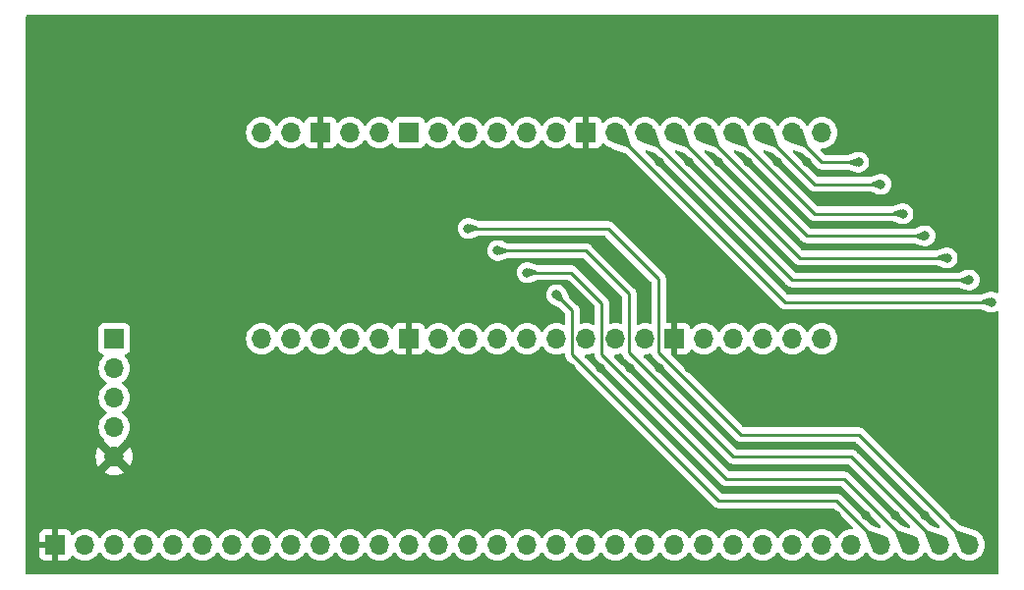
<source format=gbr>
%TF.GenerationSoftware,KiCad,Pcbnew,7.0.5*%
%TF.CreationDate,2023-08-13T15:56:35+02:00*%
%TF.ProjectId,Sorbus-Chipset-PurplePico,536f7262-7573-42d4-9368-69707365742d,rev?*%
%TF.SameCoordinates,Original*%
%TF.FileFunction,Copper,L2,Bot*%
%TF.FilePolarity,Positive*%
%FSLAX46Y46*%
G04 Gerber Fmt 4.6, Leading zero omitted, Abs format (unit mm)*
G04 Created by KiCad (PCBNEW 7.0.5) date 2023-08-13 15:56:35*
%MOMM*%
%LPD*%
G01*
G04 APERTURE LIST*
%TA.AperFunction,ComponentPad*%
%ADD10O,1.700000X1.700000*%
%TD*%
%TA.AperFunction,ComponentPad*%
%ADD11R,1.700000X1.700000*%
%TD*%
%TA.AperFunction,ViaPad*%
%ADD12C,0.800000*%
%TD*%
%TA.AperFunction,Conductor*%
%ADD13C,0.250000*%
%TD*%
G04 APERTURE END LIST*
D10*
%TO.P,U1,1,GPIO0*%
%TO.N,A0*%
X45720000Y-45720000D03*
%TO.P,U1,2,GPIO1*%
%TO.N,A1*%
X48260000Y-45720000D03*
%TO.P,U1,3,GPIO2*%
%TO.N,A2*%
X50800000Y-45720000D03*
%TO.P,U1,4,GPIO3*%
%TO.N,A3*%
X53340000Y-45720000D03*
%TO.P,U1,5,GPIO4*%
%TO.N,A4*%
X55880000Y-45720000D03*
D11*
%TO.P,U1,6,GND*%
%TO.N,GND*%
X58420000Y-45720000D03*
D10*
%TO.P,U1,7,GPIO5*%
%TO.N,A5*%
X60960000Y-45720000D03*
%TO.P,U1,8,GPIO6*%
%TO.N,A6*%
X63500000Y-45720000D03*
%TO.P,U1,9,GPIO7*%
%TO.N,A7*%
X66040000Y-45720000D03*
%TO.P,U1,10,GPIO8*%
%TO.N,A8*%
X68580000Y-45720000D03*
%TO.P,U1,11,GPIO9*%
%TO.N,A9*%
X71120000Y-45720000D03*
%TO.P,U1,12,GPIO10*%
%TO.N,A10*%
X73660000Y-45720000D03*
%TO.P,U1,13,GPIO11*%
%TO.N,A11*%
X76200000Y-45720000D03*
%TO.P,U1,14,GPIO12*%
%TO.N,A12*%
X78740000Y-45720000D03*
D11*
%TO.P,U1,15,GND*%
%TO.N,GND*%
X81280000Y-45720000D03*
D10*
%TO.P,U1,16,GPIO13*%
%TO.N,A13*%
X83820000Y-45720000D03*
%TO.P,U1,17,GPIO14*%
%TO.N,A14*%
X86360000Y-45720000D03*
%TO.P,U1,18,GPIO15*%
%TO.N,A15*%
X88900000Y-45720000D03*
%TO.P,U1,19,GPIO16*%
%TO.N,D0*%
X91440000Y-45720000D03*
%TO.P,U1,20,GPIO17*%
%TO.N,D1*%
X93980000Y-45720000D03*
%TO.P,U1,21,GPIO18*%
%TO.N,D2*%
X93980000Y-27940000D03*
%TO.P,U1,22,GPIO19*%
%TO.N,D3*%
X91440000Y-27940000D03*
%TO.P,U1,23,GPIO20*%
%TO.N,D4*%
X88900000Y-27940000D03*
%TO.P,U1,24,GPIO21*%
%TO.N,D5*%
X86360000Y-27940000D03*
%TO.P,U1,25,GPIO22*%
%TO.N,D6*%
X83820000Y-27940000D03*
%TO.P,U1,26,GPIO23*%
%TO.N,D7*%
X81280000Y-27940000D03*
%TO.P,U1,27,GPIO24*%
%TO.N,R~W*%
X78740000Y-27940000D03*
%TO.P,U1,28,GPIO25*%
%TO.N,CLK*%
X76200000Y-27940000D03*
D11*
%TO.P,U1,29,AGND*%
%TO.N,GND*%
X73660000Y-27940000D03*
D10*
%TO.P,U1,30,GPIO26_ADC0*%
%TO.N,RDY*%
X71120000Y-27940000D03*
%TO.P,U1,31,GPIO27_ADC1*%
%TO.N,~{IRQ}*%
X68580000Y-27940000D03*
%TO.P,U1,32,GPIO28_ADC2*%
%TO.N,~{NMI}*%
X66040000Y-27940000D03*
%TO.P,U1,33,GPIO29_ADC3*%
%TO.N,~{RESET}*%
X63500000Y-27940000D03*
%TO.P,U1,34,RUN*%
%TO.N,RUN*%
X60960000Y-27940000D03*
D11*
%TO.P,U1,35,GND*%
%TO.N,unconnected-(U1-GND-Pad35)*%
X58420000Y-27940000D03*
D10*
%TO.P,U1,36,3V3*%
%TO.N,3V3*%
X55880000Y-27940000D03*
%TO.P,U1,37,3V3_EN*%
%TO.N,unconnected-(U1-3V3_EN-Pad37)*%
X53340000Y-27940000D03*
D11*
%TO.P,U1,38,GND*%
%TO.N,GND*%
X50800000Y-27940000D03*
D10*
%TO.P,U1,39,VIN*%
%TO.N,unconnected-(U1-VIN-Pad39)*%
X48260000Y-27940000D03*
%TO.P,U1,40,VBUS*%
%TO.N,VBUS*%
X45720000Y-27940000D03*
%TD*%
D11*
%TO.P,J2,1,Pin_1*%
%TO.N,VBUS*%
X33020000Y-45720000D03*
D10*
%TO.P,J2,2,Pin_2*%
%TO.N,VCC*%
X33020000Y-48260000D03*
%TO.P,J2,3,Pin_3*%
%TO.N,3V3*%
X33020000Y-50800000D03*
%TO.P,J2,4,Pin_4*%
%TO.N,RUN*%
X33020000Y-53340000D03*
%TO.P,J2,5,Pin_5*%
%TO.N,GND*%
X33020000Y-55880000D03*
%TD*%
D11*
%TO.P,J1,1,Pin_1*%
%TO.N,GND*%
X27940000Y-63500000D03*
D10*
%TO.P,J1,2,Pin_2*%
%TO.N,VCC*%
X30480000Y-63500000D03*
%TO.P,J1,3,Pin_3*%
%TO.N,A0*%
X33020000Y-63500000D03*
%TO.P,J1,4,Pin_4*%
%TO.N,A1*%
X35560000Y-63500000D03*
%TO.P,J1,5,Pin_5*%
%TO.N,A2*%
X38100000Y-63500000D03*
%TO.P,J1,6,Pin_6*%
%TO.N,A3*%
X40640000Y-63500000D03*
%TO.P,J1,7,Pin_7*%
%TO.N,A4*%
X43180000Y-63500000D03*
%TO.P,J1,8,Pin_8*%
%TO.N,A5*%
X45720000Y-63500000D03*
%TO.P,J1,9,Pin_9*%
%TO.N,A6*%
X48260000Y-63500000D03*
%TO.P,J1,10,Pin_10*%
%TO.N,A7*%
X50800000Y-63500000D03*
%TO.P,J1,11,Pin_11*%
%TO.N,A8*%
X53340000Y-63500000D03*
%TO.P,J1,12,Pin_12*%
%TO.N,A9*%
X55880000Y-63500000D03*
%TO.P,J1,13,Pin_13*%
%TO.N,A10*%
X58420000Y-63500000D03*
%TO.P,J1,14,Pin_14*%
%TO.N,A11*%
X60960000Y-63500000D03*
%TO.P,J1,15,Pin_15*%
%TO.N,A12*%
X63500000Y-63500000D03*
%TO.P,J1,16,Pin_16*%
%TO.N,A13*%
X66040000Y-63500000D03*
%TO.P,J1,17,Pin_17*%
%TO.N,A14*%
X68580000Y-63500000D03*
%TO.P,J1,18,Pin_18*%
%TO.N,A15*%
X71120000Y-63500000D03*
%TO.P,J1,19,Pin_19*%
%TO.N,D0*%
X73660000Y-63500000D03*
%TO.P,J1,20,Pin_20*%
%TO.N,D1*%
X76200000Y-63500000D03*
%TO.P,J1,21,Pin_21*%
%TO.N,D2*%
X78740000Y-63500000D03*
%TO.P,J1,22,Pin_22*%
%TO.N,D3*%
X81280000Y-63500000D03*
%TO.P,J1,23,Pin_23*%
%TO.N,D4*%
X83820000Y-63500000D03*
%TO.P,J1,24,Pin_24*%
%TO.N,D5*%
X86360000Y-63500000D03*
%TO.P,J1,25,Pin_25*%
%TO.N,D6*%
X88900000Y-63500000D03*
%TO.P,J1,26,Pin_26*%
%TO.N,D7*%
X91440000Y-63500000D03*
%TO.P,J1,27,Pin_27*%
%TO.N,R~W*%
X93980000Y-63500000D03*
%TO.P,J1,28,Pin_28*%
%TO.N,CLK*%
X96520000Y-63500000D03*
%TO.P,J1,29,Pin_29*%
%TO.N,RDY*%
X99060000Y-63500000D03*
%TO.P,J1,30,Pin_30*%
%TO.N,~{IRQ}*%
X101600000Y-63500000D03*
%TO.P,J1,31,Pin_31*%
%TO.N,~{NMI}*%
X104140000Y-63500000D03*
%TO.P,J1,32,Pin_32*%
%TO.N,~{RESET}*%
X106680000Y-63500000D03*
%TD*%
D12*
%TO.N,GND*%
X95250000Y-60960000D03*
X85090000Y-60960000D03*
X67310000Y-60960000D03*
X55880000Y-48260000D03*
X74930000Y-48260000D03*
X105410000Y-60960000D03*
X52070000Y-48260000D03*
X67310000Y-30480000D03*
X77470000Y-60960000D03*
X44450000Y-60960000D03*
X44450000Y-48260000D03*
X35560000Y-49530000D03*
X64770000Y-48260000D03*
X36830000Y-60960000D03*
X90170000Y-48260000D03*
X85090000Y-30480000D03*
X59690000Y-48260000D03*
X64770000Y-30480000D03*
X82550000Y-60960000D03*
X76200000Y-43180000D03*
X62230000Y-60960000D03*
X95250000Y-48260000D03*
X57150000Y-60960000D03*
X90170000Y-30480000D03*
X52070000Y-60960000D03*
X87630000Y-48260000D03*
X39370000Y-60960000D03*
X82550000Y-30480000D03*
X102870000Y-60960000D03*
X97790000Y-60960000D03*
X41910000Y-60960000D03*
X77470000Y-48260000D03*
X49530000Y-48260000D03*
X73660000Y-43180000D03*
X64770000Y-60960000D03*
X76200000Y-30480000D03*
X69850000Y-60960000D03*
X85090000Y-48260000D03*
X31750000Y-60960000D03*
X74930000Y-60960000D03*
X78740000Y-43180000D03*
X59690000Y-60960000D03*
X67310000Y-48260000D03*
X34290000Y-60960000D03*
X62230000Y-48260000D03*
X80010000Y-30480000D03*
X100330000Y-60960000D03*
X92710000Y-60960000D03*
X46990000Y-60960000D03*
X90170000Y-60960000D03*
X69850000Y-30480000D03*
X92710000Y-48260000D03*
X82550000Y-48260000D03*
X87630000Y-60960000D03*
X72390000Y-48260000D03*
X54610000Y-60960000D03*
X80010000Y-48260000D03*
X49530000Y-60960000D03*
X72390000Y-60960000D03*
X87630000Y-30480000D03*
X55880000Y-30480000D03*
X46990000Y-48260000D03*
X92710000Y-30480000D03*
X62230000Y-30480000D03*
X80010000Y-60960000D03*
X72390000Y-30480000D03*
X69850000Y-48260000D03*
%TO.N,D3*%
X97155000Y-30480000D03*
%TO.N,D4*%
X99060000Y-32385000D03*
%TO.N,D5*%
X100965000Y-34925000D03*
%TO.N,D6*%
X102870000Y-36830000D03*
%TO.N,D7*%
X104775000Y-38735000D03*
%TO.N,R~W*%
X106680000Y-40640000D03*
%TO.N,CLK*%
X108585000Y-42545000D03*
%TO.N,RDY*%
X71120000Y-41910000D03*
%TO.N,~{IRQ}*%
X68580000Y-40005000D03*
%TO.N,~{NMI}*%
X66040000Y-38100000D03*
%TO.N,~{RESET}*%
X63500000Y-36195000D03*
%TD*%
D13*
%TO.N,D3*%
X97155000Y-30480000D02*
X93980000Y-30480000D01*
X93980000Y-30480000D02*
X91440000Y-27940000D01*
%TO.N,D4*%
X93345000Y-32385000D02*
X88900000Y-27940000D01*
X99060000Y-32385000D02*
X93345000Y-32385000D01*
%TO.N,D5*%
X93345000Y-34925000D02*
X86360000Y-27940000D01*
X100965000Y-34925000D02*
X93345000Y-34925000D01*
%TO.N,D6*%
X102870000Y-36830000D02*
X92710000Y-36830000D01*
X92710000Y-36830000D02*
X83820000Y-27940000D01*
%TO.N,D7*%
X92075000Y-38735000D02*
X81280000Y-27940000D01*
X104775000Y-38735000D02*
X92075000Y-38735000D01*
%TO.N,R~W*%
X106680000Y-40640000D02*
X91440000Y-40640000D01*
X91440000Y-40640000D02*
X78740000Y-27940000D01*
%TO.N,CLK*%
X90805000Y-42545000D02*
X76200000Y-27940000D01*
X108585000Y-42545000D02*
X90805000Y-42545000D01*
%TO.N,RDY*%
X72485000Y-43275000D02*
X71120000Y-41910000D01*
X85090000Y-59690000D02*
X72485000Y-47085000D01*
X99060000Y-63500000D02*
X95250000Y-59690000D01*
X95250000Y-59690000D02*
X85090000Y-59690000D01*
X72485000Y-47085000D02*
X72485000Y-43275000D01*
%TO.N,~{IRQ}*%
X76385499Y-48446189D02*
X76385499Y-48445499D01*
X76385499Y-48445499D02*
X75025000Y-47085000D01*
X75025000Y-42640000D02*
X72390000Y-40005000D01*
X101600000Y-63500000D02*
X95885000Y-57785000D01*
X72390000Y-40005000D02*
X68580000Y-40005000D01*
X85724310Y-57785000D02*
X76385499Y-48446189D01*
X75025000Y-47085000D02*
X75025000Y-42640000D01*
X95885000Y-57785000D02*
X85724310Y-57785000D01*
%TO.N,~{NMI}*%
X86360000Y-55880000D02*
X77375000Y-46895000D01*
X96520000Y-55880000D02*
X86360000Y-55880000D01*
X77375000Y-41815000D02*
X73660000Y-38100000D01*
X104140000Y-63500000D02*
X96520000Y-55880000D01*
X77375000Y-46895000D02*
X77375000Y-41910000D01*
X73660000Y-38100000D02*
X66040000Y-38100000D01*
X77375000Y-41910000D02*
X77375000Y-41815000D01*
%TO.N,~{RESET}*%
X79915000Y-46895000D02*
X79915000Y-40545000D01*
X86995000Y-53975000D02*
X79915000Y-46895000D01*
X79915000Y-40545000D02*
X75565000Y-36195000D01*
X97155000Y-53975000D02*
X86995000Y-53975000D01*
X106680000Y-63500000D02*
X97155000Y-53975000D01*
X75565000Y-36195000D02*
X63500000Y-36195000D01*
%TD*%
%TA.AperFunction,Conductor*%
%TO.N,~{NMI}*%
G36*
X103033251Y-62211968D02*
G01*
X103515027Y-62381102D01*
X104453629Y-62710611D01*
X104460300Y-62716584D01*
X104460792Y-62725526D01*
X104460567Y-62726116D01*
X104142562Y-63496214D01*
X104136237Y-63502553D01*
X104136214Y-63502562D01*
X103366116Y-63820567D01*
X103357161Y-63820558D01*
X103350836Y-63814219D01*
X103350611Y-63813629D01*
X103240755Y-63500707D01*
X102964818Y-62714702D01*
X102851968Y-62393251D01*
X102852460Y-62384309D01*
X102854731Y-62381105D01*
X103021103Y-62214733D01*
X103029375Y-62211307D01*
X103033251Y-62211968D01*
G37*
%TD.AperFunction*%
%TD*%
%TA.AperFunction,Conductor*%
%TO.N,D4*%
G36*
X89682838Y-27619441D02*
G01*
X89689163Y-27625780D01*
X89689388Y-27626370D01*
X90188031Y-29046748D01*
X90187539Y-29055690D01*
X90185265Y-29058897D01*
X90018897Y-29225265D01*
X90010624Y-29228692D01*
X90006748Y-29228031D01*
X88586370Y-28729388D01*
X88579699Y-28723415D01*
X88579207Y-28714473D01*
X88579423Y-28713905D01*
X88897438Y-27943783D01*
X88903759Y-27937448D01*
X89673884Y-27619432D01*
X89682838Y-27619441D01*
G37*
%TD.AperFunction*%
%TD*%
%TA.AperFunction,Conductor*%
%TO.N,R~W*%
G36*
X106525294Y-40274728D02*
G01*
X106531280Y-40280890D01*
X106679123Y-40635498D01*
X106679144Y-40644452D01*
X106679123Y-40644502D01*
X106531280Y-40999109D01*
X106524933Y-41005427D01*
X106516344Y-41005551D01*
X105887563Y-40767858D01*
X105881036Y-40761727D01*
X105880000Y-40756914D01*
X105880000Y-40523085D01*
X105883427Y-40514812D01*
X105887563Y-40512141D01*
X106516345Y-40274448D01*
X106525294Y-40274728D01*
G37*
%TD.AperFunction*%
%TD*%
%TA.AperFunction,Conductor*%
%TO.N,D3*%
G36*
X97000294Y-30114728D02*
G01*
X97006280Y-30120890D01*
X97154123Y-30475498D01*
X97154144Y-30484452D01*
X97154123Y-30484502D01*
X97006280Y-30839109D01*
X96999933Y-30845427D01*
X96991344Y-30845551D01*
X96362563Y-30607858D01*
X96356036Y-30601727D01*
X96355000Y-30596914D01*
X96355000Y-30363085D01*
X96358427Y-30354812D01*
X96362563Y-30352141D01*
X96991345Y-30114448D01*
X97000294Y-30114728D01*
G37*
%TD.AperFunction*%
%TD*%
%TA.AperFunction,Conductor*%
%TO.N,GND*%
G36*
X74354814Y-46966097D02*
G01*
X74393054Y-47024573D01*
X74398297Y-47056554D01*
X74399469Y-47093844D01*
X74399500Y-47095792D01*
X74399500Y-47124343D01*
X74399501Y-47124360D01*
X74400368Y-47131231D01*
X74400826Y-47137050D01*
X74402290Y-47183624D01*
X74402291Y-47183627D01*
X74407880Y-47202867D01*
X74411824Y-47221911D01*
X74414336Y-47241792D01*
X74430027Y-47281424D01*
X74431490Y-47285119D01*
X74433382Y-47290647D01*
X74446381Y-47335388D01*
X74456580Y-47352634D01*
X74465138Y-47370103D01*
X74472514Y-47388732D01*
X74499898Y-47426423D01*
X74503106Y-47431307D01*
X74526827Y-47471416D01*
X74526833Y-47471424D01*
X74540990Y-47485580D01*
X74553628Y-47500376D01*
X74565405Y-47516586D01*
X74565406Y-47516587D01*
X74601309Y-47546288D01*
X74605620Y-47550210D01*
X75882190Y-48826781D01*
X75887325Y-48832606D01*
X75901489Y-48846769D01*
X75914127Y-48861565D01*
X75925904Y-48877775D01*
X75925905Y-48877776D01*
X75961808Y-48907477D01*
X75966119Y-48911399D01*
X82934718Y-55879999D01*
X85223507Y-58168788D01*
X85233332Y-58181051D01*
X85233553Y-58180869D01*
X85238521Y-58186874D01*
X85288242Y-58233566D01*
X85289642Y-58234923D01*
X85309833Y-58255115D01*
X85309837Y-58255118D01*
X85309839Y-58255120D01*
X85315321Y-58259373D01*
X85319753Y-58263157D01*
X85353728Y-58295062D01*
X85371286Y-58304714D01*
X85387545Y-58315395D01*
X85403374Y-58327673D01*
X85446148Y-58346182D01*
X85451366Y-58348738D01*
X85492218Y-58371197D01*
X85511626Y-58376180D01*
X85530027Y-58382480D01*
X85548414Y-58390437D01*
X85591798Y-58397308D01*
X85594429Y-58397725D01*
X85600149Y-58398909D01*
X85645291Y-58410500D01*
X85665326Y-58410500D01*
X85684724Y-58412026D01*
X85704504Y-58415159D01*
X85704505Y-58415160D01*
X85704505Y-58415159D01*
X85704506Y-58415160D01*
X85750893Y-58410775D01*
X85756732Y-58410500D01*
X95574548Y-58410500D01*
X95641587Y-58430185D01*
X95662229Y-58446819D01*
X99014216Y-61798806D01*
X99047701Y-61860129D01*
X99042717Y-61929821D01*
X99000845Y-61985754D01*
X98935381Y-62010171D01*
X98885461Y-62003487D01*
X98238100Y-61776222D01*
X98191493Y-61746903D01*
X95750803Y-59306212D01*
X95740980Y-59293950D01*
X95740759Y-59294134D01*
X95735786Y-59288122D01*
X95686066Y-59241432D01*
X95684666Y-59240075D01*
X95664476Y-59219884D01*
X95658986Y-59215625D01*
X95654561Y-59211847D01*
X95620582Y-59179938D01*
X95620580Y-59179936D01*
X95620577Y-59179935D01*
X95603029Y-59170288D01*
X95586763Y-59159604D01*
X95570933Y-59147325D01*
X95528168Y-59128818D01*
X95522922Y-59126248D01*
X95482093Y-59103803D01*
X95482092Y-59103802D01*
X95462693Y-59098822D01*
X95444281Y-59092518D01*
X95425898Y-59084562D01*
X95425892Y-59084560D01*
X95379874Y-59077272D01*
X95374152Y-59076087D01*
X95329021Y-59064500D01*
X95329019Y-59064500D01*
X95308984Y-59064500D01*
X95289586Y-59062973D01*
X95282162Y-59061797D01*
X95269805Y-59059840D01*
X95269804Y-59059840D01*
X95223416Y-59064225D01*
X95217578Y-59064500D01*
X85400452Y-59064500D01*
X85333413Y-59044815D01*
X85312771Y-59028181D01*
X73571931Y-47287340D01*
X73538446Y-47226017D01*
X73543430Y-47156325D01*
X73585302Y-47100392D01*
X73650766Y-47075975D01*
X73659612Y-47075659D01*
X73660001Y-47075659D01*
X73718966Y-47070500D01*
X73895408Y-47055063D01*
X74123663Y-46993903D01*
X74221954Y-46948068D01*
X74291030Y-46937577D01*
X74354814Y-46966097D01*
G37*
%TD.AperFunction*%
%TA.AperFunction,Conductor*%
G36*
X76697092Y-47005324D02*
G01*
X76754955Y-47044486D01*
X76774629Y-47077791D01*
X76781489Y-47095119D01*
X76783382Y-47100647D01*
X76796381Y-47145388D01*
X76806580Y-47162634D01*
X76815136Y-47180100D01*
X76822514Y-47198732D01*
X76839359Y-47221918D01*
X76849898Y-47236423D01*
X76853106Y-47241307D01*
X76876827Y-47281416D01*
X76876833Y-47281424D01*
X76890990Y-47295580D01*
X76903628Y-47310376D01*
X76915405Y-47326586D01*
X76915406Y-47326587D01*
X76951309Y-47356288D01*
X76955620Y-47360210D01*
X83806804Y-54211395D01*
X85859197Y-56263788D01*
X85869022Y-56276051D01*
X85869243Y-56275869D01*
X85874211Y-56281874D01*
X85923932Y-56328566D01*
X85925332Y-56329923D01*
X85945523Y-56350115D01*
X85945527Y-56350118D01*
X85945529Y-56350120D01*
X85951011Y-56354373D01*
X85955443Y-56358157D01*
X85989418Y-56390062D01*
X86006976Y-56399714D01*
X86023233Y-56410393D01*
X86039064Y-56422673D01*
X86058737Y-56431186D01*
X86081833Y-56441182D01*
X86087077Y-56443750D01*
X86127908Y-56466197D01*
X86140523Y-56469435D01*
X86147305Y-56471177D01*
X86165719Y-56477481D01*
X86184104Y-56485438D01*
X86230157Y-56492732D01*
X86235826Y-56493906D01*
X86280981Y-56505500D01*
X86301016Y-56505500D01*
X86320413Y-56507026D01*
X86340196Y-56510160D01*
X86386583Y-56505775D01*
X86392422Y-56505500D01*
X96209548Y-56505500D01*
X96276587Y-56525185D01*
X96297229Y-56541819D01*
X101554214Y-61798805D01*
X101587699Y-61860128D01*
X101582715Y-61929820D01*
X101540843Y-61985753D01*
X101475379Y-62010170D01*
X101425459Y-62003486D01*
X100778101Y-61776222D01*
X100731494Y-61746903D01*
X96385803Y-57401212D01*
X96375980Y-57388950D01*
X96375759Y-57389134D01*
X96370786Y-57383122D01*
X96321066Y-57336432D01*
X96319666Y-57335075D01*
X96299476Y-57314884D01*
X96293986Y-57310625D01*
X96289561Y-57306847D01*
X96255582Y-57274938D01*
X96255580Y-57274936D01*
X96255577Y-57274935D01*
X96238029Y-57265288D01*
X96221763Y-57254604D01*
X96205936Y-57242327D01*
X96205935Y-57242326D01*
X96205933Y-57242325D01*
X96163168Y-57223818D01*
X96157922Y-57221248D01*
X96117093Y-57198803D01*
X96117092Y-57198802D01*
X96097693Y-57193822D01*
X96079281Y-57187518D01*
X96060898Y-57179562D01*
X96060892Y-57179560D01*
X96014874Y-57172272D01*
X96009152Y-57171087D01*
X95964021Y-57159500D01*
X95964019Y-57159500D01*
X95943984Y-57159500D01*
X95924586Y-57157973D01*
X95917162Y-57156797D01*
X95904805Y-57154840D01*
X95904804Y-57154840D01*
X95858416Y-57159225D01*
X95852578Y-57159500D01*
X86034763Y-57159500D01*
X85967724Y-57139815D01*
X85947082Y-57123181D01*
X81486070Y-52662169D01*
X76888806Y-48064905D01*
X76883679Y-48059088D01*
X76869504Y-48044913D01*
X76856867Y-48030118D01*
X76852848Y-48024586D01*
X76845093Y-48013912D01*
X76845090Y-48013910D01*
X76845090Y-48013909D01*
X76809192Y-47984212D01*
X76804880Y-47980289D01*
X76111931Y-47287340D01*
X76078446Y-47226017D01*
X76083430Y-47156325D01*
X76125302Y-47100392D01*
X76190766Y-47075975D01*
X76199612Y-47075659D01*
X76200001Y-47075659D01*
X76258966Y-47070500D01*
X76435408Y-47055063D01*
X76627245Y-47003661D01*
X76697092Y-47005324D01*
G37*
%TD.AperFunction*%
%TA.AperFunction,Conductor*%
G36*
X79237092Y-47005324D02*
G01*
X79294955Y-47044486D01*
X79314629Y-47077791D01*
X79321489Y-47095119D01*
X79323382Y-47100647D01*
X79336381Y-47145388D01*
X79346580Y-47162634D01*
X79355136Y-47180100D01*
X79362514Y-47198732D01*
X79379359Y-47221918D01*
X79389898Y-47236423D01*
X79393106Y-47241307D01*
X79416827Y-47281416D01*
X79416833Y-47281424D01*
X79430990Y-47295580D01*
X79443628Y-47310376D01*
X79455405Y-47326586D01*
X79455406Y-47326587D01*
X79491309Y-47356288D01*
X79495620Y-47360210D01*
X84797578Y-52662169D01*
X86494197Y-54358788D01*
X86504022Y-54371051D01*
X86504243Y-54370869D01*
X86509211Y-54376874D01*
X86509213Y-54376876D01*
X86509214Y-54376877D01*
X86516187Y-54383425D01*
X86558932Y-54423566D01*
X86560332Y-54424923D01*
X86580523Y-54445115D01*
X86580527Y-54445118D01*
X86580529Y-54445120D01*
X86586011Y-54449373D01*
X86590443Y-54453157D01*
X86624418Y-54485062D01*
X86641976Y-54494714D01*
X86658233Y-54505393D01*
X86674064Y-54517673D01*
X86693737Y-54526186D01*
X86716833Y-54536182D01*
X86722077Y-54538750D01*
X86762908Y-54561197D01*
X86775523Y-54564435D01*
X86782305Y-54566177D01*
X86800719Y-54572481D01*
X86819104Y-54580438D01*
X86865157Y-54587732D01*
X86870826Y-54588906D01*
X86915981Y-54600500D01*
X86936016Y-54600500D01*
X86955413Y-54602026D01*
X86975196Y-54605160D01*
X87021583Y-54600775D01*
X87027422Y-54600500D01*
X96844548Y-54600500D01*
X96911587Y-54620185D01*
X96932229Y-54636819D01*
X104094214Y-61798805D01*
X104127699Y-61860128D01*
X104122715Y-61929820D01*
X104080843Y-61985753D01*
X104015379Y-62010170D01*
X103965459Y-62003486D01*
X103318101Y-61776222D01*
X103271494Y-61746903D01*
X97020803Y-55496212D01*
X97010980Y-55483950D01*
X97010759Y-55484134D01*
X97005786Y-55478122D01*
X96956066Y-55431432D01*
X96954666Y-55430075D01*
X96934476Y-55409884D01*
X96928986Y-55405625D01*
X96924561Y-55401847D01*
X96890582Y-55369938D01*
X96890580Y-55369936D01*
X96890577Y-55369935D01*
X96873029Y-55360288D01*
X96856763Y-55349604D01*
X96840933Y-55337325D01*
X96798168Y-55318818D01*
X96792922Y-55316248D01*
X96752093Y-55293803D01*
X96752092Y-55293802D01*
X96732693Y-55288822D01*
X96714281Y-55282518D01*
X96695898Y-55274562D01*
X96695892Y-55274560D01*
X96649874Y-55267272D01*
X96644152Y-55266087D01*
X96599021Y-55254500D01*
X96599019Y-55254500D01*
X96578984Y-55254500D01*
X96559586Y-55252973D01*
X96552162Y-55251797D01*
X96539805Y-55249840D01*
X96539804Y-55249840D01*
X96493416Y-55254225D01*
X96487578Y-55254500D01*
X86670452Y-55254500D01*
X86603413Y-55234815D01*
X86582771Y-55218181D01*
X78651930Y-47287340D01*
X78618445Y-47226017D01*
X78623429Y-47156325D01*
X78665301Y-47100392D01*
X78730765Y-47075975D01*
X78739611Y-47075659D01*
X78740001Y-47075659D01*
X78798966Y-47070500D01*
X78975408Y-47055063D01*
X79167245Y-47003661D01*
X79237092Y-47005324D01*
G37*
%TD.AperFunction*%
%TA.AperFunction,Conductor*%
G36*
X109162539Y-17800185D02*
G01*
X109208294Y-17852989D01*
X109219500Y-17904500D01*
X109219500Y-41651020D01*
X109199815Y-41718059D01*
X109147011Y-41763814D01*
X109077853Y-41773758D01*
X109044269Y-41762136D01*
X109043666Y-41763492D01*
X108864807Y-41683857D01*
X108864802Y-41683855D01*
X108710320Y-41651020D01*
X108679646Y-41644500D01*
X108490354Y-41644500D01*
X108459680Y-41651020D01*
X108305198Y-41683855D01*
X108305193Y-41683857D01*
X108276938Y-41696437D01*
X108253400Y-41704205D01*
X108242607Y-41706602D01*
X108242593Y-41706607D01*
X107700609Y-41911489D01*
X107656763Y-41919500D01*
X91115452Y-41919500D01*
X91048413Y-41899815D01*
X91027771Y-41883181D01*
X78785783Y-29641192D01*
X78752298Y-29579869D01*
X78757282Y-29510177D01*
X78799154Y-29454244D01*
X78864618Y-29429827D01*
X78914537Y-29436510D01*
X79561898Y-29663775D01*
X79608503Y-29693093D01*
X85278454Y-35363045D01*
X90939197Y-41023788D01*
X90949022Y-41036051D01*
X90949243Y-41035869D01*
X90954211Y-41041874D01*
X91003932Y-41088566D01*
X91005332Y-41089923D01*
X91025523Y-41110115D01*
X91025527Y-41110118D01*
X91025529Y-41110120D01*
X91031011Y-41114373D01*
X91035443Y-41118157D01*
X91069418Y-41150062D01*
X91086976Y-41159714D01*
X91103235Y-41170395D01*
X91119064Y-41182673D01*
X91161838Y-41201182D01*
X91167056Y-41203738D01*
X91207908Y-41226197D01*
X91227316Y-41231180D01*
X91245717Y-41237480D01*
X91264104Y-41245437D01*
X91307488Y-41252308D01*
X91310119Y-41252725D01*
X91315839Y-41253909D01*
X91360981Y-41265500D01*
X91381016Y-41265500D01*
X91400414Y-41267026D01*
X91420194Y-41270159D01*
X91420195Y-41270160D01*
X91420195Y-41270159D01*
X91420196Y-41270160D01*
X91466583Y-41265775D01*
X91472422Y-41265500D01*
X105751766Y-41265500D01*
X105795610Y-41273510D01*
X106071450Y-41377784D01*
X106337606Y-41478397D01*
X106366307Y-41487789D01*
X106377986Y-41491611D01*
X106383915Y-41493894D01*
X106392073Y-41497527D01*
X106400194Y-41501143D01*
X106400197Y-41501144D01*
X106585354Y-41540500D01*
X106585355Y-41540500D01*
X106774644Y-41540500D01*
X106774646Y-41540500D01*
X106959803Y-41501144D01*
X107132730Y-41424151D01*
X107285871Y-41312888D01*
X107412533Y-41172216D01*
X107507179Y-41008284D01*
X107565674Y-40828256D01*
X107585460Y-40640000D01*
X107565674Y-40451744D01*
X107507179Y-40271716D01*
X107412533Y-40107784D01*
X107285871Y-39967112D01*
X107285870Y-39967111D01*
X107132734Y-39855851D01*
X107132729Y-39855848D01*
X106959807Y-39778857D01*
X106959802Y-39778855D01*
X106814000Y-39747865D01*
X106774646Y-39739500D01*
X106585354Y-39739500D01*
X106545998Y-39747865D01*
X106400198Y-39778855D01*
X106400193Y-39778857D01*
X106371938Y-39791437D01*
X106348400Y-39799205D01*
X106337607Y-39801602D01*
X106337593Y-39801607D01*
X105795609Y-40006489D01*
X105751763Y-40014500D01*
X91750453Y-40014500D01*
X91683414Y-39994815D01*
X91662772Y-39978181D01*
X81325783Y-29641192D01*
X81292298Y-29579869D01*
X81297282Y-29510177D01*
X81339154Y-29454244D01*
X81404618Y-29429827D01*
X81454537Y-29436510D01*
X82101898Y-29663775D01*
X82148504Y-29693094D01*
X91574197Y-39118788D01*
X91584022Y-39131051D01*
X91584243Y-39130869D01*
X91589211Y-39136874D01*
X91638932Y-39183566D01*
X91640332Y-39184923D01*
X91660523Y-39205115D01*
X91660527Y-39205118D01*
X91660529Y-39205120D01*
X91666011Y-39209373D01*
X91670443Y-39213157D01*
X91704418Y-39245062D01*
X91721976Y-39254714D01*
X91738235Y-39265395D01*
X91754064Y-39277673D01*
X91796838Y-39296182D01*
X91802056Y-39298738D01*
X91842908Y-39321197D01*
X91862316Y-39326180D01*
X91880717Y-39332480D01*
X91899104Y-39340437D01*
X91942488Y-39347308D01*
X91945119Y-39347725D01*
X91950839Y-39348909D01*
X91995981Y-39360500D01*
X92016016Y-39360500D01*
X92035414Y-39362026D01*
X92055194Y-39365159D01*
X92055195Y-39365160D01*
X92055195Y-39365159D01*
X92055196Y-39365160D01*
X92101583Y-39360775D01*
X92107422Y-39360500D01*
X103846766Y-39360500D01*
X103890610Y-39368510D01*
X104138783Y-39462325D01*
X104432606Y-39573397D01*
X104461307Y-39582789D01*
X104472986Y-39586611D01*
X104478915Y-39588894D01*
X104487073Y-39592527D01*
X104495194Y-39596143D01*
X104495197Y-39596144D01*
X104680354Y-39635500D01*
X104680355Y-39635500D01*
X104869644Y-39635500D01*
X104869646Y-39635500D01*
X105054803Y-39596144D01*
X105227730Y-39519151D01*
X105380871Y-39407888D01*
X105507533Y-39267216D01*
X105602179Y-39103284D01*
X105660674Y-38923256D01*
X105680460Y-38735000D01*
X105660674Y-38546744D01*
X105602179Y-38366716D01*
X105507533Y-38202784D01*
X105380871Y-38062112D01*
X105380870Y-38062111D01*
X105227734Y-37950851D01*
X105227729Y-37950848D01*
X105054807Y-37873857D01*
X105054802Y-37873855D01*
X104909001Y-37842865D01*
X104869646Y-37834500D01*
X104680354Y-37834500D01*
X104640998Y-37842865D01*
X104495198Y-37873855D01*
X104495193Y-37873857D01*
X104466938Y-37886437D01*
X104443400Y-37894205D01*
X104432607Y-37896602D01*
X104432593Y-37896607D01*
X103890609Y-38101489D01*
X103846763Y-38109500D01*
X92385453Y-38109500D01*
X92318414Y-38089815D01*
X92297772Y-38073181D01*
X83865783Y-29641192D01*
X83832298Y-29579869D01*
X83837282Y-29510177D01*
X83879154Y-29454244D01*
X83944618Y-29429827D01*
X83994537Y-29436510D01*
X84641898Y-29663775D01*
X84688504Y-29693094D01*
X92209194Y-37213784D01*
X92219019Y-37226048D01*
X92219240Y-37225866D01*
X92224210Y-37231874D01*
X92273949Y-37278582D01*
X92275316Y-37279906D01*
X92295530Y-37300120D01*
X92301004Y-37304366D01*
X92305442Y-37308156D01*
X92339418Y-37340062D01*
X92339422Y-37340064D01*
X92356973Y-37349713D01*
X92373231Y-37360392D01*
X92389064Y-37372674D01*
X92411015Y-37382172D01*
X92431837Y-37391183D01*
X92437081Y-37393752D01*
X92477908Y-37416197D01*
X92497312Y-37421179D01*
X92515710Y-37427478D01*
X92534105Y-37435438D01*
X92580129Y-37442726D01*
X92585832Y-37443907D01*
X92630981Y-37455500D01*
X92651016Y-37455500D01*
X92670413Y-37457026D01*
X92690196Y-37460160D01*
X92736583Y-37455775D01*
X92742422Y-37455500D01*
X101941766Y-37455500D01*
X101985610Y-37463510D01*
X102233783Y-37557325D01*
X102527606Y-37668397D01*
X102556307Y-37677789D01*
X102567986Y-37681611D01*
X102573915Y-37683894D01*
X102582073Y-37687527D01*
X102590194Y-37691143D01*
X102590197Y-37691144D01*
X102775354Y-37730500D01*
X102775355Y-37730500D01*
X102964644Y-37730500D01*
X102964646Y-37730500D01*
X103149803Y-37691144D01*
X103322730Y-37614151D01*
X103475871Y-37502888D01*
X103602533Y-37362216D01*
X103697179Y-37198284D01*
X103755674Y-37018256D01*
X103775460Y-36830000D01*
X103755674Y-36641744D01*
X103697179Y-36461716D01*
X103602533Y-36297784D01*
X103475871Y-36157112D01*
X103475870Y-36157111D01*
X103322734Y-36045851D01*
X103322729Y-36045848D01*
X103149807Y-35968857D01*
X103149802Y-35968855D01*
X103004000Y-35937865D01*
X102964646Y-35929500D01*
X102775354Y-35929500D01*
X102735998Y-35937865D01*
X102590198Y-35968855D01*
X102590193Y-35968857D01*
X102561938Y-35981437D01*
X102538400Y-35989205D01*
X102527607Y-35991602D01*
X102527593Y-35991607D01*
X101985609Y-36196489D01*
X101941763Y-36204500D01*
X93020452Y-36204500D01*
X92953413Y-36184815D01*
X92932771Y-36168181D01*
X86405783Y-29641192D01*
X86372298Y-29579869D01*
X86377282Y-29510177D01*
X86419154Y-29454244D01*
X86484618Y-29429827D01*
X86534537Y-29436510D01*
X87181898Y-29663775D01*
X87228504Y-29693094D01*
X92844194Y-35308784D01*
X92854019Y-35321048D01*
X92854240Y-35320866D01*
X92859210Y-35326874D01*
X92908949Y-35373582D01*
X92910316Y-35374906D01*
X92930530Y-35395120D01*
X92936004Y-35399366D01*
X92940442Y-35403156D01*
X92974418Y-35435062D01*
X92974422Y-35435064D01*
X92991973Y-35444713D01*
X93008231Y-35455392D01*
X93024064Y-35467674D01*
X93046015Y-35477172D01*
X93066837Y-35486183D01*
X93072081Y-35488752D01*
X93112908Y-35511197D01*
X93132312Y-35516179D01*
X93150710Y-35522478D01*
X93169105Y-35530438D01*
X93215129Y-35537726D01*
X93220832Y-35538907D01*
X93265981Y-35550500D01*
X93286016Y-35550500D01*
X93305413Y-35552026D01*
X93325196Y-35555160D01*
X93371583Y-35550775D01*
X93377422Y-35550500D01*
X100036766Y-35550500D01*
X100080610Y-35558510D01*
X100328783Y-35652325D01*
X100622606Y-35763397D01*
X100651307Y-35772789D01*
X100662986Y-35776611D01*
X100668915Y-35778894D01*
X100677073Y-35782527D01*
X100685194Y-35786143D01*
X100685197Y-35786144D01*
X100870354Y-35825500D01*
X100870355Y-35825500D01*
X101059644Y-35825500D01*
X101059646Y-35825500D01*
X101244803Y-35786144D01*
X101417730Y-35709151D01*
X101570871Y-35597888D01*
X101697533Y-35457216D01*
X101792179Y-35293284D01*
X101850674Y-35113256D01*
X101870460Y-34925000D01*
X101850674Y-34736744D01*
X101792179Y-34556716D01*
X101697533Y-34392784D01*
X101570871Y-34252112D01*
X101570870Y-34252111D01*
X101417734Y-34140851D01*
X101417729Y-34140848D01*
X101244807Y-34063857D01*
X101244802Y-34063855D01*
X101099000Y-34032865D01*
X101059646Y-34024500D01*
X100870354Y-34024500D01*
X100830998Y-34032865D01*
X100685198Y-34063855D01*
X100685193Y-34063857D01*
X100656938Y-34076437D01*
X100633400Y-34084205D01*
X100622607Y-34086602D01*
X100622593Y-34086607D01*
X100080609Y-34291489D01*
X100036763Y-34299500D01*
X93655452Y-34299500D01*
X93588413Y-34279815D01*
X93567771Y-34263181D01*
X88945783Y-29641192D01*
X88912298Y-29579869D01*
X88917282Y-29510177D01*
X88959154Y-29454244D01*
X89024618Y-29429827D01*
X89074537Y-29436510D01*
X89721898Y-29663775D01*
X89768504Y-29693094D01*
X92844197Y-32768788D01*
X92854022Y-32781051D01*
X92854243Y-32780869D01*
X92859211Y-32786874D01*
X92908932Y-32833566D01*
X92910332Y-32834923D01*
X92930523Y-32855115D01*
X92930527Y-32855118D01*
X92930529Y-32855120D01*
X92936011Y-32859373D01*
X92940443Y-32863157D01*
X92974418Y-32895062D01*
X92991976Y-32904714D01*
X93008235Y-32915395D01*
X93024064Y-32927673D01*
X93066838Y-32946182D01*
X93072056Y-32948738D01*
X93112908Y-32971197D01*
X93132316Y-32976180D01*
X93150717Y-32982480D01*
X93169104Y-32990437D01*
X93212488Y-32997308D01*
X93215119Y-32997725D01*
X93220839Y-32998909D01*
X93265981Y-33010500D01*
X93286016Y-33010500D01*
X93305414Y-33012026D01*
X93325194Y-33015159D01*
X93325195Y-33015160D01*
X93325195Y-33015159D01*
X93325196Y-33015160D01*
X93371583Y-33010775D01*
X93377422Y-33010500D01*
X98131766Y-33010500D01*
X98175610Y-33018510D01*
X98469227Y-33129504D01*
X98717606Y-33223397D01*
X98746307Y-33232789D01*
X98757986Y-33236611D01*
X98763915Y-33238894D01*
X98772073Y-33242527D01*
X98780194Y-33246143D01*
X98780197Y-33246144D01*
X98965354Y-33285500D01*
X98965355Y-33285500D01*
X99154644Y-33285500D01*
X99154646Y-33285500D01*
X99339803Y-33246144D01*
X99512730Y-33169151D01*
X99665871Y-33057888D01*
X99792533Y-32917216D01*
X99887179Y-32753284D01*
X99945674Y-32573256D01*
X99965460Y-32385000D01*
X99945674Y-32196744D01*
X99887179Y-32016716D01*
X99792533Y-31852784D01*
X99665871Y-31712112D01*
X99665870Y-31712111D01*
X99512734Y-31600851D01*
X99512729Y-31600848D01*
X99339807Y-31523857D01*
X99339802Y-31523855D01*
X99194000Y-31492865D01*
X99154646Y-31484500D01*
X98965354Y-31484500D01*
X98925998Y-31492865D01*
X98780198Y-31523855D01*
X98780193Y-31523857D01*
X98751938Y-31536437D01*
X98728400Y-31544205D01*
X98717607Y-31546602D01*
X98717593Y-31546607D01*
X98175609Y-31751489D01*
X98131763Y-31759500D01*
X93655453Y-31759500D01*
X93588414Y-31739815D01*
X93567772Y-31723181D01*
X91485783Y-29641192D01*
X91452298Y-29579869D01*
X91457282Y-29510177D01*
X91499154Y-29454244D01*
X91564618Y-29429827D01*
X91614536Y-29436510D01*
X92261897Y-29663775D01*
X92308503Y-29693094D01*
X93479197Y-30863788D01*
X93489022Y-30876051D01*
X93489243Y-30875869D01*
X93494211Y-30881874D01*
X93543932Y-30928566D01*
X93545332Y-30929923D01*
X93565523Y-30950115D01*
X93565527Y-30950118D01*
X93565529Y-30950120D01*
X93571011Y-30954373D01*
X93575443Y-30958157D01*
X93609418Y-30990062D01*
X93626976Y-30999714D01*
X93643235Y-31010395D01*
X93659064Y-31022673D01*
X93701838Y-31041182D01*
X93707056Y-31043738D01*
X93747908Y-31066197D01*
X93767316Y-31071180D01*
X93785717Y-31077480D01*
X93804104Y-31085437D01*
X93847488Y-31092308D01*
X93850119Y-31092725D01*
X93855839Y-31093909D01*
X93900981Y-31105500D01*
X93921016Y-31105500D01*
X93940414Y-31107026D01*
X93960194Y-31110159D01*
X93960195Y-31110160D01*
X93960195Y-31110159D01*
X93960196Y-31110160D01*
X94006583Y-31105775D01*
X94012422Y-31105500D01*
X96226766Y-31105500D01*
X96270610Y-31113510D01*
X96564227Y-31224504D01*
X96812606Y-31318397D01*
X96841307Y-31327789D01*
X96852986Y-31331611D01*
X96858915Y-31333894D01*
X96867073Y-31337527D01*
X96875194Y-31341143D01*
X96875197Y-31341144D01*
X97060354Y-31380500D01*
X97060355Y-31380500D01*
X97249644Y-31380500D01*
X97249646Y-31380500D01*
X97434803Y-31341144D01*
X97607730Y-31264151D01*
X97760871Y-31152888D01*
X97887533Y-31012216D01*
X97982179Y-30848284D01*
X98040674Y-30668256D01*
X98060460Y-30480000D01*
X98040674Y-30291744D01*
X97982179Y-30111716D01*
X97887533Y-29947784D01*
X97760871Y-29807112D01*
X97760870Y-29807111D01*
X97607734Y-29695851D01*
X97607729Y-29695848D01*
X97434807Y-29618857D01*
X97434802Y-29618855D01*
X97289000Y-29587865D01*
X97249646Y-29579500D01*
X97060354Y-29579500D01*
X97020998Y-29587865D01*
X96875198Y-29618855D01*
X96875193Y-29618857D01*
X96846938Y-29631437D01*
X96823400Y-29639205D01*
X96812607Y-29641602D01*
X96812593Y-29641607D01*
X96270609Y-29846489D01*
X96226763Y-29854500D01*
X94290453Y-29854500D01*
X94223414Y-29834815D01*
X94202772Y-29818181D01*
X93891931Y-29507340D01*
X93858446Y-29446017D01*
X93863430Y-29376325D01*
X93905302Y-29320392D01*
X93970766Y-29295975D01*
X93979612Y-29295659D01*
X93980001Y-29295659D01*
X94038966Y-29290500D01*
X94215408Y-29275063D01*
X94443663Y-29213903D01*
X94657830Y-29114035D01*
X94851401Y-28978495D01*
X95018495Y-28811401D01*
X95154035Y-28617830D01*
X95253903Y-28403663D01*
X95315063Y-28175408D01*
X95335659Y-27940000D01*
X95315063Y-27704592D01*
X95253903Y-27476337D01*
X95154035Y-27262171D01*
X95148425Y-27254158D01*
X95018494Y-27068597D01*
X94851402Y-26901506D01*
X94851395Y-26901501D01*
X94657834Y-26765967D01*
X94657830Y-26765965D01*
X94586727Y-26732809D01*
X94443663Y-26666097D01*
X94443659Y-26666096D01*
X94443655Y-26666094D01*
X94215413Y-26604938D01*
X94215403Y-26604936D01*
X93980001Y-26584341D01*
X93979999Y-26584341D01*
X93744596Y-26604936D01*
X93744586Y-26604938D01*
X93516344Y-26666094D01*
X93516335Y-26666098D01*
X93302171Y-26765964D01*
X93302169Y-26765965D01*
X93108597Y-26901505D01*
X92941505Y-27068597D01*
X92811575Y-27254158D01*
X92756998Y-27297783D01*
X92687500Y-27304977D01*
X92625145Y-27273454D01*
X92608425Y-27254158D01*
X92478494Y-27068597D01*
X92311402Y-26901506D01*
X92311395Y-26901501D01*
X92117834Y-26765967D01*
X92117830Y-26765965D01*
X92046727Y-26732809D01*
X91903663Y-26666097D01*
X91903659Y-26666096D01*
X91903655Y-26666094D01*
X91675413Y-26604938D01*
X91675403Y-26604936D01*
X91440001Y-26584341D01*
X91439999Y-26584341D01*
X91204596Y-26604936D01*
X91204586Y-26604938D01*
X90976344Y-26666094D01*
X90976335Y-26666098D01*
X90762171Y-26765964D01*
X90762169Y-26765965D01*
X90568597Y-26901505D01*
X90401505Y-27068597D01*
X90271575Y-27254158D01*
X90216998Y-27297783D01*
X90147500Y-27304977D01*
X90085145Y-27273454D01*
X90068425Y-27254158D01*
X89938494Y-27068597D01*
X89771402Y-26901506D01*
X89771395Y-26901501D01*
X89577834Y-26765967D01*
X89577830Y-26765965D01*
X89506727Y-26732809D01*
X89363663Y-26666097D01*
X89363659Y-26666096D01*
X89363655Y-26666094D01*
X89135413Y-26604938D01*
X89135403Y-26604936D01*
X88900001Y-26584341D01*
X88899999Y-26584341D01*
X88664596Y-26604936D01*
X88664586Y-26604938D01*
X88436344Y-26666094D01*
X88436335Y-26666098D01*
X88222171Y-26765964D01*
X88222169Y-26765965D01*
X88028597Y-26901505D01*
X87861505Y-27068597D01*
X87731575Y-27254158D01*
X87676998Y-27297783D01*
X87607500Y-27304977D01*
X87545145Y-27273454D01*
X87528425Y-27254158D01*
X87398494Y-27068597D01*
X87231402Y-26901506D01*
X87231395Y-26901501D01*
X87037834Y-26765967D01*
X87037830Y-26765965D01*
X86966727Y-26732809D01*
X86823663Y-26666097D01*
X86823659Y-26666096D01*
X86823655Y-26666094D01*
X86595413Y-26604938D01*
X86595403Y-26604936D01*
X86360001Y-26584341D01*
X86359999Y-26584341D01*
X86124596Y-26604936D01*
X86124586Y-26604938D01*
X85896344Y-26666094D01*
X85896335Y-26666098D01*
X85682171Y-26765964D01*
X85682169Y-26765965D01*
X85488597Y-26901505D01*
X85321505Y-27068597D01*
X85191575Y-27254158D01*
X85136998Y-27297783D01*
X85067500Y-27304977D01*
X85005145Y-27273454D01*
X84988425Y-27254158D01*
X84858494Y-27068597D01*
X84691402Y-26901506D01*
X84691395Y-26901501D01*
X84497834Y-26765967D01*
X84497830Y-26765965D01*
X84426727Y-26732809D01*
X84283663Y-26666097D01*
X84283659Y-26666096D01*
X84283655Y-26666094D01*
X84055413Y-26604938D01*
X84055403Y-26604936D01*
X83820001Y-26584341D01*
X83819999Y-26584341D01*
X83584596Y-26604936D01*
X83584586Y-26604938D01*
X83356344Y-26666094D01*
X83356335Y-26666098D01*
X83142171Y-26765964D01*
X83142169Y-26765965D01*
X82948597Y-26901505D01*
X82781505Y-27068597D01*
X82651575Y-27254158D01*
X82596998Y-27297783D01*
X82527500Y-27304977D01*
X82465145Y-27273454D01*
X82448425Y-27254158D01*
X82318494Y-27068597D01*
X82151402Y-26901506D01*
X82151395Y-26901501D01*
X81957834Y-26765967D01*
X81957830Y-26765965D01*
X81886727Y-26732809D01*
X81743663Y-26666097D01*
X81743659Y-26666096D01*
X81743655Y-26666094D01*
X81515413Y-26604938D01*
X81515403Y-26604936D01*
X81280001Y-26584341D01*
X81279999Y-26584341D01*
X81044596Y-26604936D01*
X81044586Y-26604938D01*
X80816344Y-26666094D01*
X80816335Y-26666098D01*
X80602171Y-26765964D01*
X80602169Y-26765965D01*
X80408597Y-26901505D01*
X80241505Y-27068597D01*
X80111575Y-27254158D01*
X80056998Y-27297783D01*
X79987500Y-27304977D01*
X79925145Y-27273454D01*
X79908425Y-27254158D01*
X79778494Y-27068597D01*
X79611402Y-26901506D01*
X79611395Y-26901501D01*
X79417834Y-26765967D01*
X79417830Y-26765965D01*
X79346727Y-26732809D01*
X79203663Y-26666097D01*
X79203659Y-26666096D01*
X79203655Y-26666094D01*
X78975413Y-26604938D01*
X78975403Y-26604936D01*
X78740001Y-26584341D01*
X78739999Y-26584341D01*
X78504596Y-26604936D01*
X78504586Y-26604938D01*
X78276344Y-26666094D01*
X78276335Y-26666098D01*
X78062171Y-26765964D01*
X78062169Y-26765965D01*
X77868597Y-26901505D01*
X77701505Y-27068597D01*
X77571575Y-27254158D01*
X77516998Y-27297783D01*
X77447500Y-27304977D01*
X77385145Y-27273454D01*
X77368425Y-27254158D01*
X77238494Y-27068597D01*
X77071402Y-26901506D01*
X77071395Y-26901501D01*
X76877834Y-26765967D01*
X76877830Y-26765965D01*
X76806727Y-26732809D01*
X76663663Y-26666097D01*
X76663659Y-26666096D01*
X76663655Y-26666094D01*
X76435413Y-26604938D01*
X76435403Y-26604936D01*
X76200001Y-26584341D01*
X76199999Y-26584341D01*
X75964596Y-26604936D01*
X75964586Y-26604938D01*
X75736344Y-26666094D01*
X75736335Y-26666098D01*
X75522171Y-26765964D01*
X75522169Y-26765965D01*
X75328600Y-26901503D01*
X75206284Y-27023819D01*
X75144961Y-27057303D01*
X75075269Y-27052319D01*
X75019336Y-27010447D01*
X75002421Y-26979470D01*
X74953354Y-26847913D01*
X74953350Y-26847906D01*
X74867190Y-26732812D01*
X74867187Y-26732809D01*
X74752093Y-26646649D01*
X74752086Y-26646645D01*
X74617379Y-26596403D01*
X74617372Y-26596401D01*
X74557844Y-26590000D01*
X73910000Y-26590000D01*
X73910000Y-27493505D01*
X73805161Y-27445627D01*
X73696473Y-27430000D01*
X73623527Y-27430000D01*
X73514839Y-27445627D01*
X73410000Y-27493505D01*
X73410000Y-26590000D01*
X72762155Y-26590000D01*
X72702627Y-26596401D01*
X72702620Y-26596403D01*
X72567913Y-26646645D01*
X72567906Y-26646649D01*
X72452812Y-26732809D01*
X72452809Y-26732812D01*
X72366649Y-26847906D01*
X72366645Y-26847913D01*
X72317578Y-26979470D01*
X72275707Y-27035404D01*
X72210242Y-27059821D01*
X72141969Y-27044969D01*
X72113715Y-27023819D01*
X72068977Y-26979081D01*
X71991401Y-26901505D01*
X71991397Y-26901502D01*
X71991396Y-26901501D01*
X71797834Y-26765967D01*
X71797830Y-26765965D01*
X71726727Y-26732809D01*
X71583663Y-26666097D01*
X71583659Y-26666096D01*
X71583655Y-26666094D01*
X71355413Y-26604938D01*
X71355403Y-26604936D01*
X71120001Y-26584341D01*
X71119999Y-26584341D01*
X70884596Y-26604936D01*
X70884586Y-26604938D01*
X70656344Y-26666094D01*
X70656335Y-26666098D01*
X70442171Y-26765964D01*
X70442169Y-26765965D01*
X70248597Y-26901505D01*
X70081505Y-27068597D01*
X69951575Y-27254158D01*
X69896998Y-27297783D01*
X69827500Y-27304977D01*
X69765145Y-27273454D01*
X69748425Y-27254158D01*
X69618494Y-27068597D01*
X69451402Y-26901506D01*
X69451395Y-26901501D01*
X69257834Y-26765967D01*
X69257830Y-26765965D01*
X69186727Y-26732809D01*
X69043663Y-26666097D01*
X69043659Y-26666096D01*
X69043655Y-26666094D01*
X68815413Y-26604938D01*
X68815403Y-26604936D01*
X68580001Y-26584341D01*
X68579999Y-26584341D01*
X68344596Y-26604936D01*
X68344586Y-26604938D01*
X68116344Y-26666094D01*
X68116335Y-26666098D01*
X67902171Y-26765964D01*
X67902169Y-26765965D01*
X67708597Y-26901505D01*
X67541505Y-27068597D01*
X67411575Y-27254158D01*
X67356998Y-27297783D01*
X67287500Y-27304977D01*
X67225145Y-27273454D01*
X67208425Y-27254158D01*
X67078494Y-27068597D01*
X66911402Y-26901506D01*
X66911395Y-26901501D01*
X66717834Y-26765967D01*
X66717830Y-26765965D01*
X66646727Y-26732809D01*
X66503663Y-26666097D01*
X66503659Y-26666096D01*
X66503655Y-26666094D01*
X66275413Y-26604938D01*
X66275403Y-26604936D01*
X66040001Y-26584341D01*
X66039999Y-26584341D01*
X65804596Y-26604936D01*
X65804586Y-26604938D01*
X65576344Y-26666094D01*
X65576335Y-26666098D01*
X65362171Y-26765964D01*
X65362169Y-26765965D01*
X65168597Y-26901505D01*
X65001508Y-27068594D01*
X64871574Y-27254160D01*
X64816997Y-27297784D01*
X64747498Y-27304977D01*
X64685144Y-27273455D01*
X64668429Y-27254164D01*
X64538495Y-27068599D01*
X64538493Y-27068596D01*
X64371402Y-26901506D01*
X64371395Y-26901501D01*
X64177834Y-26765967D01*
X64177830Y-26765965D01*
X64106727Y-26732809D01*
X63963663Y-26666097D01*
X63963659Y-26666096D01*
X63963655Y-26666094D01*
X63735413Y-26604938D01*
X63735403Y-26604936D01*
X63500001Y-26584341D01*
X63499999Y-26584341D01*
X63264596Y-26604936D01*
X63264586Y-26604938D01*
X63036344Y-26666094D01*
X63036335Y-26666098D01*
X62822171Y-26765964D01*
X62822169Y-26765965D01*
X62628597Y-26901505D01*
X62461505Y-27068597D01*
X62331575Y-27254158D01*
X62276998Y-27297783D01*
X62207500Y-27304977D01*
X62145145Y-27273454D01*
X62128425Y-27254158D01*
X61998494Y-27068597D01*
X61831402Y-26901506D01*
X61831395Y-26901501D01*
X61637834Y-26765967D01*
X61637830Y-26765965D01*
X61566727Y-26732809D01*
X61423663Y-26666097D01*
X61423659Y-26666096D01*
X61423655Y-26666094D01*
X61195413Y-26604938D01*
X61195403Y-26604936D01*
X60960001Y-26584341D01*
X60959999Y-26584341D01*
X60724596Y-26604936D01*
X60724586Y-26604938D01*
X60496344Y-26666094D01*
X60496335Y-26666098D01*
X60282171Y-26765964D01*
X60282169Y-26765965D01*
X60088600Y-26901503D01*
X59966673Y-27023430D01*
X59905350Y-27056914D01*
X59835658Y-27051930D01*
X59779725Y-27010058D01*
X59762810Y-26979081D01*
X59713797Y-26847671D01*
X59713793Y-26847664D01*
X59627547Y-26732455D01*
X59627544Y-26732452D01*
X59512335Y-26646206D01*
X59512328Y-26646202D01*
X59377482Y-26595908D01*
X59377483Y-26595908D01*
X59317883Y-26589501D01*
X59317881Y-26589500D01*
X59317873Y-26589500D01*
X59317864Y-26589500D01*
X57522129Y-26589500D01*
X57522123Y-26589501D01*
X57462516Y-26595908D01*
X57327671Y-26646202D01*
X57327664Y-26646206D01*
X57212455Y-26732452D01*
X57212452Y-26732455D01*
X57126206Y-26847664D01*
X57126203Y-26847669D01*
X57077189Y-26979083D01*
X57035317Y-27035016D01*
X56969853Y-27059433D01*
X56901580Y-27044581D01*
X56873326Y-27023430D01*
X56751402Y-26901506D01*
X56751395Y-26901501D01*
X56557834Y-26765967D01*
X56557830Y-26765965D01*
X56486727Y-26732809D01*
X56343663Y-26666097D01*
X56343659Y-26666096D01*
X56343655Y-26666094D01*
X56115413Y-26604938D01*
X56115403Y-26604936D01*
X55880001Y-26584341D01*
X55879999Y-26584341D01*
X55644596Y-26604936D01*
X55644586Y-26604938D01*
X55416344Y-26666094D01*
X55416335Y-26666098D01*
X55202171Y-26765964D01*
X55202169Y-26765965D01*
X55008597Y-26901505D01*
X54841508Y-27068594D01*
X54711574Y-27254160D01*
X54656997Y-27297784D01*
X54587498Y-27304977D01*
X54525144Y-27273455D01*
X54508429Y-27254164D01*
X54378495Y-27068599D01*
X54378493Y-27068596D01*
X54211402Y-26901506D01*
X54211395Y-26901501D01*
X54017834Y-26765967D01*
X54017830Y-26765965D01*
X53946727Y-26732809D01*
X53803663Y-26666097D01*
X53803659Y-26666096D01*
X53803655Y-26666094D01*
X53575413Y-26604938D01*
X53575403Y-26604936D01*
X53340001Y-26584341D01*
X53339999Y-26584341D01*
X53104596Y-26604936D01*
X53104586Y-26604938D01*
X52876344Y-26666094D01*
X52876335Y-26666098D01*
X52662171Y-26765964D01*
X52662169Y-26765965D01*
X52468600Y-26901503D01*
X52346284Y-27023819D01*
X52284961Y-27057303D01*
X52215269Y-27052319D01*
X52159336Y-27010447D01*
X52142421Y-26979470D01*
X52093354Y-26847913D01*
X52093350Y-26847906D01*
X52007190Y-26732812D01*
X52007187Y-26732809D01*
X51892093Y-26646649D01*
X51892086Y-26646645D01*
X51757379Y-26596403D01*
X51757372Y-26596401D01*
X51697844Y-26590000D01*
X51050000Y-26590000D01*
X51049999Y-27493505D01*
X50945161Y-27445627D01*
X50836473Y-27430000D01*
X50763527Y-27430000D01*
X50654839Y-27445627D01*
X50550000Y-27493505D01*
X50550000Y-26590000D01*
X49902155Y-26590000D01*
X49842627Y-26596401D01*
X49842620Y-26596403D01*
X49707913Y-26646645D01*
X49707906Y-26646649D01*
X49592812Y-26732809D01*
X49592809Y-26732812D01*
X49506649Y-26847906D01*
X49506645Y-26847913D01*
X49457578Y-26979470D01*
X49415707Y-27035404D01*
X49350242Y-27059821D01*
X49281969Y-27044969D01*
X49253715Y-27023819D01*
X49208977Y-26979081D01*
X49131401Y-26901505D01*
X49131397Y-26901502D01*
X49131396Y-26901501D01*
X48937834Y-26765967D01*
X48937830Y-26765965D01*
X48866727Y-26732809D01*
X48723663Y-26666097D01*
X48723659Y-26666096D01*
X48723655Y-26666094D01*
X48495413Y-26604938D01*
X48495403Y-26604936D01*
X48260001Y-26584341D01*
X48259999Y-26584341D01*
X48024596Y-26604936D01*
X48024586Y-26604938D01*
X47796344Y-26666094D01*
X47796335Y-26666098D01*
X47582171Y-26765964D01*
X47582169Y-26765965D01*
X47388597Y-26901505D01*
X47221505Y-27068597D01*
X47091575Y-27254158D01*
X47036998Y-27297783D01*
X46967500Y-27304977D01*
X46905145Y-27273454D01*
X46888425Y-27254158D01*
X46758494Y-27068597D01*
X46591402Y-26901506D01*
X46591395Y-26901501D01*
X46397834Y-26765967D01*
X46397830Y-26765965D01*
X46326727Y-26732809D01*
X46183663Y-26666097D01*
X46183659Y-26666096D01*
X46183655Y-26666094D01*
X45955413Y-26604938D01*
X45955403Y-26604936D01*
X45720001Y-26584341D01*
X45719999Y-26584341D01*
X45484596Y-26604936D01*
X45484586Y-26604938D01*
X45256344Y-26666094D01*
X45256335Y-26666098D01*
X45042171Y-26765964D01*
X45042169Y-26765965D01*
X44848597Y-26901505D01*
X44681505Y-27068597D01*
X44545965Y-27262169D01*
X44545964Y-27262171D01*
X44446098Y-27476335D01*
X44446094Y-27476344D01*
X44384938Y-27704586D01*
X44384936Y-27704596D01*
X44364341Y-27939999D01*
X44364341Y-27940000D01*
X44384936Y-28175403D01*
X44384938Y-28175413D01*
X44446094Y-28403655D01*
X44446096Y-28403659D01*
X44446097Y-28403663D01*
X44526004Y-28575023D01*
X44545965Y-28617830D01*
X44545967Y-28617834D01*
X44654281Y-28772521D01*
X44681505Y-28811401D01*
X44848599Y-28978495D01*
X44945384Y-29046265D01*
X45042165Y-29114032D01*
X45042167Y-29114033D01*
X45042170Y-29114035D01*
X45256337Y-29213903D01*
X45256343Y-29213904D01*
X45256344Y-29213905D01*
X45273669Y-29218547D01*
X45484592Y-29275063D01*
X45661034Y-29290500D01*
X45719999Y-29295659D01*
X45720000Y-29295659D01*
X45720001Y-29295659D01*
X45778966Y-29290500D01*
X45955408Y-29275063D01*
X46183663Y-29213903D01*
X46397830Y-29114035D01*
X46591401Y-28978495D01*
X46758495Y-28811401D01*
X46888424Y-28625842D01*
X46943002Y-28582217D01*
X47012500Y-28575023D01*
X47074855Y-28606546D01*
X47091575Y-28625842D01*
X47221500Y-28811395D01*
X47221505Y-28811401D01*
X47388599Y-28978495D01*
X47485384Y-29046265D01*
X47582165Y-29114032D01*
X47582167Y-29114033D01*
X47582170Y-29114035D01*
X47796337Y-29213903D01*
X47796343Y-29213904D01*
X47796344Y-29213905D01*
X47813669Y-29218547D01*
X48024592Y-29275063D01*
X48201034Y-29290500D01*
X48259999Y-29295659D01*
X48260000Y-29295659D01*
X48260001Y-29295659D01*
X48318966Y-29290500D01*
X48495408Y-29275063D01*
X48723663Y-29213903D01*
X48937830Y-29114035D01*
X49131401Y-28978495D01*
X49253717Y-28856178D01*
X49315036Y-28822696D01*
X49384728Y-28827680D01*
X49440662Y-28869551D01*
X49457577Y-28900528D01*
X49506646Y-29032088D01*
X49506649Y-29032093D01*
X49592809Y-29147187D01*
X49592812Y-29147190D01*
X49707906Y-29233350D01*
X49707913Y-29233354D01*
X49842620Y-29283596D01*
X49842627Y-29283598D01*
X49902155Y-29289999D01*
X49902172Y-29290000D01*
X50550000Y-29290000D01*
X50550000Y-28386494D01*
X50654839Y-28434373D01*
X50763527Y-28450000D01*
X50836473Y-28450000D01*
X50945161Y-28434373D01*
X51049999Y-28386495D01*
X51049999Y-29289999D01*
X51050000Y-29290000D01*
X51697828Y-29290000D01*
X51697844Y-29289999D01*
X51757372Y-29283598D01*
X51757379Y-29283596D01*
X51892086Y-29233354D01*
X51892093Y-29233350D01*
X52007187Y-29147190D01*
X52007190Y-29147187D01*
X52093350Y-29032093D01*
X52093354Y-29032086D01*
X52142422Y-28900529D01*
X52184293Y-28844595D01*
X52249757Y-28820178D01*
X52318030Y-28835030D01*
X52346285Y-28856181D01*
X52468599Y-28978495D01*
X52565384Y-29046264D01*
X52662165Y-29114032D01*
X52662167Y-29114033D01*
X52662170Y-29114035D01*
X52876337Y-29213903D01*
X52876343Y-29213904D01*
X52876344Y-29213905D01*
X52893669Y-29218547D01*
X53104592Y-29275063D01*
X53281034Y-29290500D01*
X53339999Y-29295659D01*
X53340000Y-29295659D01*
X53340001Y-29295659D01*
X53398966Y-29290500D01*
X53575408Y-29275063D01*
X53803663Y-29213903D01*
X54017830Y-29114035D01*
X54211401Y-28978495D01*
X54378495Y-28811401D01*
X54508424Y-28625842D01*
X54563002Y-28582217D01*
X54632500Y-28575023D01*
X54694855Y-28606546D01*
X54711575Y-28625842D01*
X54841500Y-28811395D01*
X54841505Y-28811401D01*
X55008599Y-28978495D01*
X55105384Y-29046264D01*
X55202165Y-29114032D01*
X55202167Y-29114033D01*
X55202170Y-29114035D01*
X55416337Y-29213903D01*
X55416343Y-29213904D01*
X55416344Y-29213905D01*
X55433669Y-29218547D01*
X55644592Y-29275063D01*
X55821034Y-29290500D01*
X55879999Y-29295659D01*
X55880000Y-29295659D01*
X55880001Y-29295659D01*
X55938966Y-29290500D01*
X56115408Y-29275063D01*
X56343663Y-29213903D01*
X56557830Y-29114035D01*
X56751401Y-28978495D01*
X56873329Y-28856566D01*
X56934648Y-28823084D01*
X57004340Y-28828068D01*
X57060274Y-28869939D01*
X57077189Y-28900917D01*
X57126202Y-29032328D01*
X57126206Y-29032335D01*
X57212452Y-29147544D01*
X57212455Y-29147547D01*
X57327664Y-29233793D01*
X57327671Y-29233797D01*
X57462517Y-29284091D01*
X57462516Y-29284091D01*
X57469444Y-29284835D01*
X57522127Y-29290500D01*
X59317872Y-29290499D01*
X59377483Y-29284091D01*
X59512331Y-29233796D01*
X59627546Y-29147546D01*
X59713796Y-29032331D01*
X59762810Y-28900916D01*
X59804681Y-28844984D01*
X59870145Y-28820566D01*
X59938418Y-28835417D01*
X59966673Y-28856569D01*
X60088599Y-28978495D01*
X60185384Y-29046264D01*
X60282165Y-29114032D01*
X60282167Y-29114033D01*
X60282170Y-29114035D01*
X60496337Y-29213903D01*
X60496343Y-29213904D01*
X60496344Y-29213905D01*
X60513669Y-29218547D01*
X60724592Y-29275063D01*
X60901034Y-29290500D01*
X60959999Y-29295659D01*
X60960000Y-29295659D01*
X60960001Y-29295659D01*
X61018966Y-29290500D01*
X61195408Y-29275063D01*
X61423663Y-29213903D01*
X61637830Y-29114035D01*
X61831401Y-28978495D01*
X61998495Y-28811401D01*
X62128424Y-28625842D01*
X62183002Y-28582217D01*
X62252500Y-28575023D01*
X62314855Y-28606546D01*
X62331575Y-28625842D01*
X62461500Y-28811395D01*
X62461505Y-28811401D01*
X62628599Y-28978495D01*
X62725384Y-29046264D01*
X62822165Y-29114032D01*
X62822167Y-29114033D01*
X62822170Y-29114035D01*
X63036337Y-29213903D01*
X63036343Y-29213904D01*
X63036344Y-29213905D01*
X63053669Y-29218547D01*
X63264592Y-29275063D01*
X63441034Y-29290500D01*
X63499999Y-29295659D01*
X63500000Y-29295659D01*
X63500001Y-29295659D01*
X63558966Y-29290500D01*
X63735408Y-29275063D01*
X63963663Y-29213903D01*
X64177830Y-29114035D01*
X64371401Y-28978495D01*
X64538495Y-28811401D01*
X64668424Y-28625842D01*
X64723002Y-28582217D01*
X64792500Y-28575023D01*
X64854855Y-28606546D01*
X64871575Y-28625842D01*
X65001500Y-28811395D01*
X65001505Y-28811401D01*
X65168599Y-28978495D01*
X65265384Y-29046264D01*
X65362165Y-29114032D01*
X65362167Y-29114033D01*
X65362170Y-29114035D01*
X65576337Y-29213903D01*
X65576343Y-29213904D01*
X65576344Y-29213905D01*
X65593669Y-29218547D01*
X65804592Y-29275063D01*
X65981034Y-29290500D01*
X66039999Y-29295659D01*
X66040000Y-29295659D01*
X66040001Y-29295659D01*
X66098966Y-29290500D01*
X66275408Y-29275063D01*
X66503663Y-29213903D01*
X66717830Y-29114035D01*
X66911401Y-28978495D01*
X67078495Y-28811401D01*
X67208424Y-28625842D01*
X67263002Y-28582217D01*
X67332500Y-28575023D01*
X67394855Y-28606546D01*
X67411575Y-28625842D01*
X67541500Y-28811395D01*
X67541505Y-28811401D01*
X67708599Y-28978495D01*
X67805384Y-29046264D01*
X67902165Y-29114032D01*
X67902167Y-29114033D01*
X67902170Y-29114035D01*
X68116337Y-29213903D01*
X68116343Y-29213904D01*
X68116344Y-29213905D01*
X68133669Y-29218547D01*
X68344592Y-29275063D01*
X68521034Y-29290500D01*
X68579999Y-29295659D01*
X68580000Y-29295659D01*
X68580001Y-29295659D01*
X68638966Y-29290500D01*
X68815408Y-29275063D01*
X69043663Y-29213903D01*
X69257830Y-29114035D01*
X69451401Y-28978495D01*
X69618495Y-28811401D01*
X69748424Y-28625842D01*
X69803002Y-28582217D01*
X69872500Y-28575023D01*
X69934855Y-28606546D01*
X69951575Y-28625842D01*
X70081500Y-28811395D01*
X70081505Y-28811401D01*
X70248599Y-28978495D01*
X70345384Y-29046264D01*
X70442165Y-29114032D01*
X70442167Y-29114033D01*
X70442170Y-29114035D01*
X70656337Y-29213903D01*
X70656343Y-29213904D01*
X70656344Y-29213905D01*
X70673669Y-29218547D01*
X70884592Y-29275063D01*
X71061034Y-29290500D01*
X71119999Y-29295659D01*
X71120000Y-29295659D01*
X71120001Y-29295659D01*
X71178966Y-29290500D01*
X71355408Y-29275063D01*
X71583663Y-29213903D01*
X71797830Y-29114035D01*
X71991401Y-28978495D01*
X72113717Y-28856178D01*
X72175036Y-28822696D01*
X72244728Y-28827680D01*
X72300662Y-28869551D01*
X72317577Y-28900528D01*
X72366646Y-29032088D01*
X72366649Y-29032093D01*
X72452809Y-29147187D01*
X72452812Y-29147190D01*
X72567906Y-29233350D01*
X72567913Y-29233354D01*
X72702620Y-29283596D01*
X72702627Y-29283598D01*
X72762155Y-29289999D01*
X72762172Y-29290000D01*
X73410000Y-29290000D01*
X73410000Y-28386494D01*
X73514839Y-28434373D01*
X73623527Y-28450000D01*
X73696473Y-28450000D01*
X73805161Y-28434373D01*
X73910000Y-28386494D01*
X73910000Y-29290000D01*
X74557828Y-29290000D01*
X74557844Y-29289999D01*
X74617372Y-29283598D01*
X74617379Y-29283596D01*
X74752086Y-29233354D01*
X74752093Y-29233350D01*
X74867187Y-29147190D01*
X74867190Y-29147187D01*
X74953350Y-29032093D01*
X74953354Y-29032086D01*
X75002422Y-28900529D01*
X75044293Y-28844595D01*
X75109757Y-28820178D01*
X75178030Y-28835030D01*
X75206285Y-28856181D01*
X75328599Y-28978495D01*
X75436189Y-29053830D01*
X75522168Y-29114034D01*
X75522170Y-29114035D01*
X75707393Y-29200406D01*
X75709815Y-29201602D01*
X75718926Y-29206350D01*
X75720886Y-29207037D01*
X75720935Y-29207055D01*
X75726614Y-29209369D01*
X75732142Y-29211946D01*
X75736337Y-29213903D01*
X75751413Y-29217942D01*
X75755884Y-29219325D01*
X76043773Y-29320392D01*
X77021898Y-29663775D01*
X77068504Y-29693094D01*
X90304197Y-42928788D01*
X90314022Y-42941051D01*
X90314243Y-42940869D01*
X90319211Y-42946874D01*
X90368932Y-42993566D01*
X90370332Y-42994923D01*
X90390523Y-43015115D01*
X90390527Y-43015118D01*
X90390529Y-43015120D01*
X90396011Y-43019373D01*
X90400443Y-43023157D01*
X90434418Y-43055062D01*
X90451976Y-43064714D01*
X90468235Y-43075395D01*
X90484064Y-43087673D01*
X90526838Y-43106182D01*
X90532056Y-43108738D01*
X90572908Y-43131197D01*
X90592316Y-43136180D01*
X90610717Y-43142480D01*
X90629104Y-43150437D01*
X90671388Y-43157134D01*
X90675119Y-43157725D01*
X90680839Y-43158909D01*
X90725981Y-43170500D01*
X90746016Y-43170500D01*
X90765414Y-43172026D01*
X90785194Y-43175159D01*
X90785195Y-43175160D01*
X90785195Y-43175159D01*
X90785196Y-43175160D01*
X90831583Y-43170775D01*
X90837422Y-43170500D01*
X107656766Y-43170500D01*
X107700610Y-43178510D01*
X107927268Y-43264192D01*
X108242606Y-43383397D01*
X108271307Y-43392789D01*
X108282986Y-43396611D01*
X108288915Y-43398894D01*
X108297073Y-43402527D01*
X108305194Y-43406143D01*
X108305197Y-43406144D01*
X108490354Y-43445500D01*
X108490355Y-43445500D01*
X108679644Y-43445500D01*
X108679646Y-43445500D01*
X108864803Y-43406144D01*
X109037730Y-43329151D01*
X109037730Y-43329150D01*
X109043666Y-43326508D01*
X109044722Y-43328880D01*
X109101343Y-43315117D01*
X109167380Y-43337938D01*
X109210596Y-43392839D01*
X109219500Y-43438979D01*
X109219500Y-65915500D01*
X109199815Y-65982539D01*
X109147011Y-66028294D01*
X109095500Y-66039500D01*
X25524500Y-66039500D01*
X25457461Y-66019815D01*
X25411706Y-65967011D01*
X25400500Y-65915500D01*
X25400500Y-63250000D01*
X26589999Y-63250000D01*
X27506314Y-63250000D01*
X27480507Y-63290156D01*
X27440000Y-63428111D01*
X27440000Y-63571889D01*
X27480507Y-63709844D01*
X27506314Y-63750000D01*
X26590000Y-63750000D01*
X26590000Y-64397844D01*
X26596401Y-64457372D01*
X26596403Y-64457379D01*
X26646645Y-64592086D01*
X26646649Y-64592093D01*
X26732809Y-64707187D01*
X26732812Y-64707190D01*
X26847906Y-64793350D01*
X26847913Y-64793354D01*
X26982620Y-64843596D01*
X26982627Y-64843598D01*
X27042155Y-64849999D01*
X27042172Y-64850000D01*
X27690000Y-64850000D01*
X27690000Y-63935501D01*
X27797685Y-63984680D01*
X27904237Y-64000000D01*
X27975763Y-64000000D01*
X28082315Y-63984680D01*
X28190000Y-63935501D01*
X28190000Y-64850000D01*
X28837828Y-64850000D01*
X28837844Y-64849999D01*
X28897372Y-64843598D01*
X28897379Y-64843596D01*
X29032086Y-64793354D01*
X29032093Y-64793350D01*
X29147187Y-64707190D01*
X29147190Y-64707187D01*
X29233350Y-64592093D01*
X29233354Y-64592086D01*
X29282422Y-64460529D01*
X29324293Y-64404595D01*
X29389757Y-64380178D01*
X29458030Y-64395030D01*
X29486285Y-64416180D01*
X29608599Y-64538495D01*
X29685135Y-64592086D01*
X29802165Y-64674032D01*
X29802167Y-64674033D01*
X29802170Y-64674035D01*
X30016337Y-64773903D01*
X30244592Y-64835063D01*
X30415319Y-64850000D01*
X30479999Y-64855659D01*
X30480000Y-64855659D01*
X30480001Y-64855659D01*
X30544681Y-64850000D01*
X30715408Y-64835063D01*
X30943663Y-64773903D01*
X31157830Y-64674035D01*
X31351401Y-64538495D01*
X31518495Y-64371401D01*
X31648424Y-64185842D01*
X31703002Y-64142217D01*
X31772500Y-64135023D01*
X31834855Y-64166546D01*
X31851575Y-64185842D01*
X31981500Y-64371395D01*
X31981505Y-64371401D01*
X32148599Y-64538495D01*
X32225135Y-64592086D01*
X32342165Y-64674032D01*
X32342167Y-64674033D01*
X32342170Y-64674035D01*
X32556337Y-64773903D01*
X32784592Y-64835063D01*
X32955319Y-64850000D01*
X33019999Y-64855659D01*
X33020000Y-64855659D01*
X33020001Y-64855659D01*
X33084681Y-64850000D01*
X33255408Y-64835063D01*
X33483663Y-64773903D01*
X33697830Y-64674035D01*
X33891401Y-64538495D01*
X34058495Y-64371401D01*
X34188424Y-64185842D01*
X34243002Y-64142217D01*
X34312500Y-64135023D01*
X34374855Y-64166546D01*
X34391575Y-64185842D01*
X34521500Y-64371395D01*
X34521505Y-64371401D01*
X34688599Y-64538495D01*
X34765135Y-64592086D01*
X34882165Y-64674032D01*
X34882167Y-64674033D01*
X34882170Y-64674035D01*
X35096337Y-64773903D01*
X35324592Y-64835063D01*
X35495319Y-64850000D01*
X35559999Y-64855659D01*
X35560000Y-64855659D01*
X35560001Y-64855659D01*
X35624681Y-64850000D01*
X35795408Y-64835063D01*
X36023663Y-64773903D01*
X36237830Y-64674035D01*
X36431401Y-64538495D01*
X36598495Y-64371401D01*
X36728424Y-64185842D01*
X36783002Y-64142217D01*
X36852500Y-64135023D01*
X36914855Y-64166546D01*
X36931575Y-64185842D01*
X37061500Y-64371395D01*
X37061505Y-64371401D01*
X37228599Y-64538495D01*
X37305135Y-64592086D01*
X37422165Y-64674032D01*
X37422167Y-64674033D01*
X37422170Y-64674035D01*
X37636337Y-64773903D01*
X37864592Y-64835063D01*
X38035319Y-64850000D01*
X38099999Y-64855659D01*
X38100000Y-64855659D01*
X38100001Y-64855659D01*
X38164681Y-64850000D01*
X38335408Y-64835063D01*
X38563663Y-64773903D01*
X38777830Y-64674035D01*
X38971401Y-64538495D01*
X39138495Y-64371401D01*
X39268424Y-64185842D01*
X39323002Y-64142217D01*
X39392500Y-64135023D01*
X39454855Y-64166546D01*
X39471575Y-64185842D01*
X39601500Y-64371395D01*
X39601505Y-64371401D01*
X39768599Y-64538495D01*
X39845135Y-64592086D01*
X39962165Y-64674032D01*
X39962167Y-64674033D01*
X39962170Y-64674035D01*
X40176337Y-64773903D01*
X40404592Y-64835063D01*
X40575319Y-64850000D01*
X40639999Y-64855659D01*
X40640000Y-64855659D01*
X40640001Y-64855659D01*
X40704681Y-64850000D01*
X40875408Y-64835063D01*
X41103663Y-64773903D01*
X41317830Y-64674035D01*
X41511401Y-64538495D01*
X41678495Y-64371401D01*
X41808424Y-64185842D01*
X41863002Y-64142217D01*
X41932500Y-64135023D01*
X41994855Y-64166546D01*
X42011575Y-64185842D01*
X42141500Y-64371395D01*
X42141505Y-64371401D01*
X42308599Y-64538495D01*
X42385135Y-64592086D01*
X42502165Y-64674032D01*
X42502167Y-64674033D01*
X42502170Y-64674035D01*
X42716337Y-64773903D01*
X42944592Y-64835063D01*
X43115319Y-64850000D01*
X43179999Y-64855659D01*
X43180000Y-64855659D01*
X43180001Y-64855659D01*
X43244681Y-64850000D01*
X43415408Y-64835063D01*
X43643663Y-64773903D01*
X43857830Y-64674035D01*
X44051401Y-64538495D01*
X44218495Y-64371401D01*
X44348424Y-64185842D01*
X44403002Y-64142217D01*
X44472500Y-64135023D01*
X44534855Y-64166546D01*
X44551575Y-64185842D01*
X44681500Y-64371395D01*
X44681505Y-64371401D01*
X44848599Y-64538495D01*
X44925135Y-64592086D01*
X45042165Y-64674032D01*
X45042167Y-64674033D01*
X45042170Y-64674035D01*
X45256337Y-64773903D01*
X45484592Y-64835063D01*
X45655319Y-64850000D01*
X45719999Y-64855659D01*
X45720000Y-64855659D01*
X45720001Y-64855659D01*
X45784681Y-64850000D01*
X45955408Y-64835063D01*
X46183663Y-64773903D01*
X46397830Y-64674035D01*
X46591401Y-64538495D01*
X46758495Y-64371401D01*
X46888424Y-64185842D01*
X46943002Y-64142217D01*
X47012500Y-64135023D01*
X47074855Y-64166546D01*
X47091575Y-64185842D01*
X47221500Y-64371395D01*
X47221505Y-64371401D01*
X47388599Y-64538495D01*
X47465135Y-64592086D01*
X47582165Y-64674032D01*
X47582167Y-64674033D01*
X47582170Y-64674035D01*
X47796337Y-64773903D01*
X48024592Y-64835063D01*
X48195319Y-64850000D01*
X48259999Y-64855659D01*
X48260000Y-64855659D01*
X48260001Y-64855659D01*
X48324681Y-64850000D01*
X48495408Y-64835063D01*
X48723663Y-64773903D01*
X48937830Y-64674035D01*
X49131401Y-64538495D01*
X49298495Y-64371401D01*
X49428424Y-64185842D01*
X49483002Y-64142217D01*
X49552500Y-64135023D01*
X49614855Y-64166546D01*
X49631575Y-64185842D01*
X49761500Y-64371395D01*
X49761505Y-64371401D01*
X49928599Y-64538495D01*
X50005135Y-64592086D01*
X50122165Y-64674032D01*
X50122167Y-64674033D01*
X50122170Y-64674035D01*
X50336337Y-64773903D01*
X50564592Y-64835063D01*
X50735319Y-64850000D01*
X50799999Y-64855659D01*
X50800000Y-64855659D01*
X50800001Y-64855659D01*
X50864681Y-64850000D01*
X51035408Y-64835063D01*
X51263663Y-64773903D01*
X51477830Y-64674035D01*
X51671401Y-64538495D01*
X51838495Y-64371401D01*
X51968424Y-64185842D01*
X52023002Y-64142217D01*
X52092500Y-64135023D01*
X52154855Y-64166546D01*
X52171575Y-64185842D01*
X52301500Y-64371395D01*
X52301505Y-64371401D01*
X52468599Y-64538495D01*
X52545135Y-64592086D01*
X52662165Y-64674032D01*
X52662167Y-64674033D01*
X52662170Y-64674035D01*
X52876337Y-64773903D01*
X53104592Y-64835063D01*
X53275319Y-64850000D01*
X53339999Y-64855659D01*
X53340000Y-64855659D01*
X53340001Y-64855659D01*
X53404681Y-64850000D01*
X53575408Y-64835063D01*
X53803663Y-64773903D01*
X54017830Y-64674035D01*
X54211401Y-64538495D01*
X54378495Y-64371401D01*
X54508424Y-64185842D01*
X54563002Y-64142217D01*
X54632500Y-64135023D01*
X54694855Y-64166546D01*
X54711575Y-64185842D01*
X54841500Y-64371395D01*
X54841505Y-64371401D01*
X55008599Y-64538495D01*
X55085135Y-64592086D01*
X55202165Y-64674032D01*
X55202167Y-64674033D01*
X55202170Y-64674035D01*
X55416337Y-64773903D01*
X55644592Y-64835063D01*
X55815319Y-64850000D01*
X55879999Y-64855659D01*
X55880000Y-64855659D01*
X55880001Y-64855659D01*
X55944681Y-64850000D01*
X56115408Y-64835063D01*
X56343663Y-64773903D01*
X56557830Y-64674035D01*
X56751401Y-64538495D01*
X56918495Y-64371401D01*
X57048424Y-64185842D01*
X57103002Y-64142217D01*
X57172500Y-64135023D01*
X57234855Y-64166546D01*
X57251575Y-64185842D01*
X57381500Y-64371395D01*
X57381505Y-64371401D01*
X57548599Y-64538495D01*
X57625135Y-64592086D01*
X57742165Y-64674032D01*
X57742167Y-64674033D01*
X57742170Y-64674035D01*
X57956337Y-64773903D01*
X58184592Y-64835063D01*
X58355319Y-64850000D01*
X58419999Y-64855659D01*
X58420000Y-64855659D01*
X58420001Y-64855659D01*
X58484681Y-64850000D01*
X58655408Y-64835063D01*
X58883663Y-64773903D01*
X59097830Y-64674035D01*
X59291401Y-64538495D01*
X59458495Y-64371401D01*
X59588424Y-64185842D01*
X59643002Y-64142217D01*
X59712500Y-64135023D01*
X59774855Y-64166546D01*
X59791575Y-64185842D01*
X59921500Y-64371395D01*
X59921505Y-64371401D01*
X60088599Y-64538495D01*
X60165135Y-64592086D01*
X60282165Y-64674032D01*
X60282167Y-64674033D01*
X60282170Y-64674035D01*
X60496337Y-64773903D01*
X60724592Y-64835063D01*
X60895319Y-64850000D01*
X60959999Y-64855659D01*
X60960000Y-64855659D01*
X60960001Y-64855659D01*
X61024681Y-64850000D01*
X61195408Y-64835063D01*
X61423663Y-64773903D01*
X61637830Y-64674035D01*
X61831401Y-64538495D01*
X61998495Y-64371401D01*
X62128424Y-64185842D01*
X62183002Y-64142217D01*
X62252500Y-64135023D01*
X62314855Y-64166546D01*
X62331575Y-64185842D01*
X62461500Y-64371395D01*
X62461505Y-64371401D01*
X62628599Y-64538495D01*
X62705135Y-64592086D01*
X62822165Y-64674032D01*
X62822167Y-64674033D01*
X62822170Y-64674035D01*
X63036337Y-64773903D01*
X63264592Y-64835063D01*
X63435319Y-64850000D01*
X63499999Y-64855659D01*
X63500000Y-64855659D01*
X63500001Y-64855659D01*
X63564681Y-64850000D01*
X63735408Y-64835063D01*
X63963663Y-64773903D01*
X64177830Y-64674035D01*
X64371401Y-64538495D01*
X64538495Y-64371401D01*
X64668424Y-64185842D01*
X64723002Y-64142217D01*
X64792500Y-64135023D01*
X64854855Y-64166546D01*
X64871575Y-64185842D01*
X65001500Y-64371395D01*
X65001505Y-64371401D01*
X65168599Y-64538495D01*
X65245135Y-64592086D01*
X65362165Y-64674032D01*
X65362167Y-64674033D01*
X65362170Y-64674035D01*
X65576337Y-64773903D01*
X65804592Y-64835063D01*
X65975319Y-64850000D01*
X66039999Y-64855659D01*
X66040000Y-64855659D01*
X66040001Y-64855659D01*
X66104681Y-64850000D01*
X66275408Y-64835063D01*
X66503663Y-64773903D01*
X66717830Y-64674035D01*
X66911401Y-64538495D01*
X67078495Y-64371401D01*
X67208424Y-64185842D01*
X67263002Y-64142217D01*
X67332500Y-64135023D01*
X67394855Y-64166546D01*
X67411575Y-64185842D01*
X67541500Y-64371395D01*
X67541505Y-64371401D01*
X67708599Y-64538495D01*
X67785135Y-64592086D01*
X67902165Y-64674032D01*
X67902167Y-64674033D01*
X67902170Y-64674035D01*
X68116337Y-64773903D01*
X68344592Y-64835063D01*
X68515319Y-64850000D01*
X68579999Y-64855659D01*
X68580000Y-64855659D01*
X68580001Y-64855659D01*
X68644681Y-64850000D01*
X68815408Y-64835063D01*
X69043663Y-64773903D01*
X69257830Y-64674035D01*
X69451401Y-64538495D01*
X69618495Y-64371401D01*
X69748424Y-64185842D01*
X69803002Y-64142217D01*
X69872500Y-64135023D01*
X69934855Y-64166546D01*
X69951575Y-64185842D01*
X70081500Y-64371395D01*
X70081505Y-64371401D01*
X70248599Y-64538495D01*
X70325135Y-64592086D01*
X70442165Y-64674032D01*
X70442167Y-64674033D01*
X70442170Y-64674035D01*
X70656337Y-64773903D01*
X70884592Y-64835063D01*
X71055319Y-64850000D01*
X71119999Y-64855659D01*
X71120000Y-64855659D01*
X71120001Y-64855659D01*
X71184681Y-64850000D01*
X71355408Y-64835063D01*
X71583663Y-64773903D01*
X71797830Y-64674035D01*
X71991401Y-64538495D01*
X72158495Y-64371401D01*
X72288424Y-64185842D01*
X72343002Y-64142217D01*
X72412500Y-64135023D01*
X72474855Y-64166546D01*
X72491575Y-64185842D01*
X72621500Y-64371395D01*
X72621505Y-64371401D01*
X72788599Y-64538495D01*
X72865135Y-64592086D01*
X72982165Y-64674032D01*
X72982167Y-64674033D01*
X72982170Y-64674035D01*
X73196337Y-64773903D01*
X73424592Y-64835063D01*
X73595319Y-64850000D01*
X73659999Y-64855659D01*
X73660000Y-64855659D01*
X73660001Y-64855659D01*
X73724681Y-64850000D01*
X73895408Y-64835063D01*
X74123663Y-64773903D01*
X74337830Y-64674035D01*
X74531401Y-64538495D01*
X74698495Y-64371401D01*
X74828424Y-64185842D01*
X74883002Y-64142217D01*
X74952500Y-64135023D01*
X75014855Y-64166546D01*
X75031575Y-64185842D01*
X75161500Y-64371395D01*
X75161505Y-64371401D01*
X75328599Y-64538495D01*
X75405135Y-64592086D01*
X75522165Y-64674032D01*
X75522167Y-64674033D01*
X75522170Y-64674035D01*
X75736337Y-64773903D01*
X75964592Y-64835063D01*
X76135319Y-64850000D01*
X76199999Y-64855659D01*
X76200000Y-64855659D01*
X76200001Y-64855659D01*
X76264681Y-64850000D01*
X76435408Y-64835063D01*
X76663663Y-64773903D01*
X76877830Y-64674035D01*
X77071401Y-64538495D01*
X77238495Y-64371401D01*
X77368424Y-64185842D01*
X77423002Y-64142217D01*
X77492500Y-64135023D01*
X77554855Y-64166546D01*
X77571575Y-64185842D01*
X77701500Y-64371395D01*
X77701505Y-64371401D01*
X77868599Y-64538495D01*
X77945135Y-64592086D01*
X78062165Y-64674032D01*
X78062167Y-64674033D01*
X78062170Y-64674035D01*
X78276337Y-64773903D01*
X78504592Y-64835063D01*
X78675319Y-64850000D01*
X78739999Y-64855659D01*
X78740000Y-64855659D01*
X78740001Y-64855659D01*
X78804681Y-64850000D01*
X78975408Y-64835063D01*
X79203663Y-64773903D01*
X79417830Y-64674035D01*
X79611401Y-64538495D01*
X79778495Y-64371401D01*
X79908424Y-64185842D01*
X79963002Y-64142217D01*
X80032500Y-64135023D01*
X80094855Y-64166546D01*
X80111575Y-64185842D01*
X80241500Y-64371395D01*
X80241505Y-64371401D01*
X80408599Y-64538495D01*
X80485135Y-64592086D01*
X80602165Y-64674032D01*
X80602167Y-64674033D01*
X80602170Y-64674035D01*
X80816337Y-64773903D01*
X81044592Y-64835063D01*
X81215319Y-64850000D01*
X81279999Y-64855659D01*
X81280000Y-64855659D01*
X81280001Y-64855659D01*
X81344681Y-64850000D01*
X81515408Y-64835063D01*
X81743663Y-64773903D01*
X81957830Y-64674035D01*
X82151401Y-64538495D01*
X82318495Y-64371401D01*
X82448424Y-64185842D01*
X82503002Y-64142217D01*
X82572500Y-64135023D01*
X82634855Y-64166546D01*
X82651575Y-64185842D01*
X82781500Y-64371395D01*
X82781505Y-64371401D01*
X82948599Y-64538495D01*
X83025135Y-64592086D01*
X83142165Y-64674032D01*
X83142167Y-64674033D01*
X83142170Y-64674035D01*
X83356337Y-64773903D01*
X83584592Y-64835063D01*
X83755319Y-64850000D01*
X83819999Y-64855659D01*
X83820000Y-64855659D01*
X83820001Y-64855659D01*
X83884681Y-64850000D01*
X84055408Y-64835063D01*
X84283663Y-64773903D01*
X84497830Y-64674035D01*
X84691401Y-64538495D01*
X84858495Y-64371401D01*
X84988424Y-64185842D01*
X85043002Y-64142217D01*
X85112500Y-64135023D01*
X85174855Y-64166546D01*
X85191575Y-64185842D01*
X85321500Y-64371395D01*
X85321505Y-64371401D01*
X85488599Y-64538495D01*
X85565135Y-64592086D01*
X85682165Y-64674032D01*
X85682167Y-64674033D01*
X85682170Y-64674035D01*
X85896337Y-64773903D01*
X86124592Y-64835063D01*
X86295319Y-64850000D01*
X86359999Y-64855659D01*
X86360000Y-64855659D01*
X86360001Y-64855659D01*
X86424681Y-64850000D01*
X86595408Y-64835063D01*
X86823663Y-64773903D01*
X87037830Y-64674035D01*
X87231401Y-64538495D01*
X87398495Y-64371401D01*
X87528424Y-64185842D01*
X87583002Y-64142217D01*
X87652500Y-64135023D01*
X87714855Y-64166546D01*
X87731575Y-64185842D01*
X87861500Y-64371395D01*
X87861505Y-64371401D01*
X88028599Y-64538495D01*
X88105135Y-64592086D01*
X88222165Y-64674032D01*
X88222167Y-64674033D01*
X88222170Y-64674035D01*
X88436337Y-64773903D01*
X88664592Y-64835063D01*
X88835319Y-64850000D01*
X88899999Y-64855659D01*
X88900000Y-64855659D01*
X88900001Y-64855659D01*
X88964681Y-64850000D01*
X89135408Y-64835063D01*
X89363663Y-64773903D01*
X89577830Y-64674035D01*
X89771401Y-64538495D01*
X89938495Y-64371401D01*
X90068424Y-64185842D01*
X90123002Y-64142217D01*
X90192500Y-64135023D01*
X90254855Y-64166546D01*
X90271575Y-64185842D01*
X90401500Y-64371395D01*
X90401505Y-64371401D01*
X90568599Y-64538495D01*
X90645135Y-64592086D01*
X90762165Y-64674032D01*
X90762167Y-64674033D01*
X90762170Y-64674035D01*
X90976337Y-64773903D01*
X91204592Y-64835063D01*
X91375319Y-64850000D01*
X91439999Y-64855659D01*
X91440000Y-64855659D01*
X91440001Y-64855659D01*
X91504681Y-64850000D01*
X91675408Y-64835063D01*
X91903663Y-64773903D01*
X92117830Y-64674035D01*
X92311401Y-64538495D01*
X92478495Y-64371401D01*
X92608424Y-64185842D01*
X92663002Y-64142217D01*
X92732500Y-64135023D01*
X92794855Y-64166546D01*
X92811575Y-64185842D01*
X92941500Y-64371395D01*
X92941505Y-64371401D01*
X93108599Y-64538495D01*
X93185135Y-64592086D01*
X93302165Y-64674032D01*
X93302167Y-64674033D01*
X93302170Y-64674035D01*
X93516337Y-64773903D01*
X93744592Y-64835063D01*
X93915319Y-64850000D01*
X93979999Y-64855659D01*
X93980000Y-64855659D01*
X93980001Y-64855659D01*
X94044681Y-64850000D01*
X94215408Y-64835063D01*
X94443663Y-64773903D01*
X94657830Y-64674035D01*
X94851401Y-64538495D01*
X95018495Y-64371401D01*
X95148424Y-64185842D01*
X95203002Y-64142217D01*
X95272500Y-64135023D01*
X95334855Y-64166546D01*
X95351575Y-64185842D01*
X95481500Y-64371395D01*
X95481505Y-64371401D01*
X95648599Y-64538495D01*
X95725135Y-64592086D01*
X95842165Y-64674032D01*
X95842167Y-64674033D01*
X95842170Y-64674035D01*
X96056337Y-64773903D01*
X96284592Y-64835063D01*
X96455319Y-64850000D01*
X96519999Y-64855659D01*
X96520000Y-64855659D01*
X96520001Y-64855659D01*
X96584681Y-64850000D01*
X96755408Y-64835063D01*
X96983663Y-64773903D01*
X97197830Y-64674035D01*
X97391401Y-64538495D01*
X97558495Y-64371401D01*
X97688424Y-64185842D01*
X97743002Y-64142217D01*
X97812500Y-64135023D01*
X97874855Y-64166546D01*
X97891575Y-64185842D01*
X98021500Y-64371395D01*
X98021505Y-64371401D01*
X98188599Y-64538495D01*
X98265135Y-64592086D01*
X98382165Y-64674032D01*
X98382167Y-64674033D01*
X98382170Y-64674035D01*
X98596337Y-64773903D01*
X98824592Y-64835063D01*
X98995319Y-64850000D01*
X99059999Y-64855659D01*
X99060000Y-64855659D01*
X99060001Y-64855659D01*
X99124681Y-64850000D01*
X99295408Y-64835063D01*
X99523663Y-64773903D01*
X99737830Y-64674035D01*
X99931401Y-64538495D01*
X100098495Y-64371401D01*
X100228424Y-64185842D01*
X100283002Y-64142217D01*
X100352500Y-64135023D01*
X100414855Y-64166546D01*
X100431575Y-64185842D01*
X100561500Y-64371395D01*
X100561505Y-64371401D01*
X100728599Y-64538495D01*
X100805135Y-64592086D01*
X100922165Y-64674032D01*
X100922167Y-64674033D01*
X100922170Y-64674035D01*
X101136337Y-64773903D01*
X101364592Y-64835063D01*
X101535319Y-64850000D01*
X101599999Y-64855659D01*
X101600000Y-64855659D01*
X101600001Y-64855659D01*
X101664681Y-64850000D01*
X101835408Y-64835063D01*
X102063663Y-64773903D01*
X102277830Y-64674035D01*
X102471401Y-64538495D01*
X102638495Y-64371401D01*
X102768424Y-64185842D01*
X102823002Y-64142217D01*
X102892500Y-64135023D01*
X102954855Y-64166546D01*
X102971575Y-64185842D01*
X103101500Y-64371395D01*
X103101505Y-64371401D01*
X103268599Y-64538495D01*
X103345135Y-64592086D01*
X103462165Y-64674032D01*
X103462167Y-64674033D01*
X103462170Y-64674035D01*
X103676337Y-64773903D01*
X103904592Y-64835063D01*
X104075319Y-64850000D01*
X104139999Y-64855659D01*
X104140000Y-64855659D01*
X104140001Y-64855659D01*
X104204681Y-64850000D01*
X104375408Y-64835063D01*
X104603663Y-64773903D01*
X104817830Y-64674035D01*
X105011401Y-64538495D01*
X105178495Y-64371401D01*
X105308424Y-64185842D01*
X105363002Y-64142217D01*
X105432500Y-64135023D01*
X105494855Y-64166546D01*
X105511575Y-64185842D01*
X105641500Y-64371395D01*
X105641505Y-64371401D01*
X105808599Y-64538495D01*
X105885135Y-64592086D01*
X106002165Y-64674032D01*
X106002167Y-64674033D01*
X106002170Y-64674035D01*
X106216337Y-64773903D01*
X106444592Y-64835063D01*
X106615319Y-64850000D01*
X106679999Y-64855659D01*
X106680000Y-64855659D01*
X106680001Y-64855659D01*
X106744681Y-64850000D01*
X106915408Y-64835063D01*
X107143663Y-64773903D01*
X107357830Y-64674035D01*
X107551401Y-64538495D01*
X107718495Y-64371401D01*
X107854035Y-64177830D01*
X107953903Y-63963663D01*
X108015063Y-63735408D01*
X108035659Y-63500000D01*
X108015063Y-63264592D01*
X107953903Y-63036337D01*
X107854035Y-62822171D01*
X107848425Y-62814158D01*
X107718494Y-62628597D01*
X107551402Y-62461506D01*
X107551395Y-62461501D01*
X107357831Y-62325965D01*
X107357829Y-62325964D01*
X107172644Y-62239610D01*
X107170195Y-62238402D01*
X107161083Y-62233653D01*
X107161075Y-62233650D01*
X107161073Y-62233649D01*
X107159045Y-62232937D01*
X107153389Y-62230632D01*
X107147266Y-62227777D01*
X107143664Y-62226097D01*
X107128614Y-62222064D01*
X107124126Y-62220677D01*
X105858101Y-61776222D01*
X105811494Y-61746903D01*
X97655803Y-53591212D01*
X97645980Y-53578950D01*
X97645759Y-53579134D01*
X97640786Y-53573122D01*
X97591066Y-53526432D01*
X97589666Y-53525075D01*
X97569476Y-53504884D01*
X97563986Y-53500625D01*
X97559561Y-53496847D01*
X97525582Y-53464938D01*
X97525580Y-53464936D01*
X97525577Y-53464935D01*
X97508029Y-53455288D01*
X97491763Y-53444604D01*
X97475933Y-53432325D01*
X97433168Y-53413818D01*
X97427922Y-53411248D01*
X97387093Y-53388803D01*
X97387092Y-53388802D01*
X97367693Y-53383822D01*
X97349281Y-53377518D01*
X97330898Y-53369562D01*
X97330892Y-53369560D01*
X97284874Y-53362272D01*
X97279152Y-53361087D01*
X97234021Y-53349500D01*
X97234019Y-53349500D01*
X97213984Y-53349500D01*
X97194586Y-53347973D01*
X97187162Y-53346797D01*
X97174805Y-53344840D01*
X97174804Y-53344840D01*
X97128416Y-53349225D01*
X97122578Y-53349500D01*
X87305452Y-53349500D01*
X87238413Y-53329815D01*
X87217771Y-53313181D01*
X81066319Y-47161728D01*
X81032834Y-47100405D01*
X81030000Y-47074047D01*
X81030000Y-46166494D01*
X81134839Y-46214373D01*
X81243527Y-46230000D01*
X81316473Y-46230000D01*
X81425161Y-46214373D01*
X81530000Y-46166494D01*
X81530000Y-47070000D01*
X82177828Y-47070000D01*
X82177844Y-47069999D01*
X82237372Y-47063598D01*
X82237379Y-47063596D01*
X82372086Y-47013354D01*
X82372093Y-47013350D01*
X82487187Y-46927190D01*
X82487190Y-46927187D01*
X82573350Y-46812093D01*
X82573354Y-46812086D01*
X82622422Y-46680529D01*
X82664293Y-46624595D01*
X82729757Y-46600178D01*
X82798030Y-46615030D01*
X82826285Y-46636181D01*
X82948599Y-46758495D01*
X83045384Y-46826264D01*
X83142165Y-46894032D01*
X83142167Y-46894033D01*
X83142170Y-46894035D01*
X83356337Y-46993903D01*
X83584592Y-47055063D01*
X83761034Y-47070500D01*
X83819999Y-47075659D01*
X83820000Y-47075659D01*
X83820001Y-47075659D01*
X83878966Y-47070500D01*
X84055408Y-47055063D01*
X84283663Y-46993903D01*
X84497830Y-46894035D01*
X84691401Y-46758495D01*
X84858495Y-46591401D01*
X84988426Y-46405840D01*
X85043001Y-46362217D01*
X85112499Y-46355023D01*
X85174854Y-46386546D01*
X85191574Y-46405841D01*
X85321505Y-46591401D01*
X85488599Y-46758495D01*
X85585384Y-46826264D01*
X85682165Y-46894032D01*
X85682167Y-46894033D01*
X85682170Y-46894035D01*
X85896337Y-46993903D01*
X86124592Y-47055063D01*
X86301034Y-47070500D01*
X86359999Y-47075659D01*
X86360000Y-47075659D01*
X86360001Y-47075659D01*
X86418966Y-47070500D01*
X86595408Y-47055063D01*
X86823663Y-46993903D01*
X87037830Y-46894035D01*
X87231401Y-46758495D01*
X87398495Y-46591401D01*
X87528426Y-46405840D01*
X87583001Y-46362217D01*
X87652499Y-46355023D01*
X87714854Y-46386546D01*
X87731574Y-46405841D01*
X87861505Y-46591401D01*
X88028599Y-46758495D01*
X88125384Y-46826264D01*
X88222165Y-46894032D01*
X88222167Y-46894033D01*
X88222170Y-46894035D01*
X88436337Y-46993903D01*
X88664592Y-47055063D01*
X88841034Y-47070500D01*
X88899999Y-47075659D01*
X88900000Y-47075659D01*
X88900001Y-47075659D01*
X88958966Y-47070500D01*
X89135408Y-47055063D01*
X89363663Y-46993903D01*
X89577830Y-46894035D01*
X89771401Y-46758495D01*
X89938495Y-46591401D01*
X90068426Y-46405840D01*
X90123001Y-46362217D01*
X90192499Y-46355023D01*
X90254854Y-46386546D01*
X90271574Y-46405841D01*
X90401505Y-46591401D01*
X90568599Y-46758495D01*
X90665384Y-46826264D01*
X90762165Y-46894032D01*
X90762167Y-46894033D01*
X90762170Y-46894035D01*
X90976337Y-46993903D01*
X91204592Y-47055063D01*
X91381034Y-47070500D01*
X91439999Y-47075659D01*
X91440000Y-47075659D01*
X91440001Y-47075659D01*
X91498966Y-47070500D01*
X91675408Y-47055063D01*
X91903663Y-46993903D01*
X92117830Y-46894035D01*
X92311401Y-46758495D01*
X92478495Y-46591401D01*
X92608426Y-46405840D01*
X92663001Y-46362217D01*
X92732499Y-46355023D01*
X92794854Y-46386546D01*
X92811574Y-46405841D01*
X92941505Y-46591401D01*
X93108599Y-46758495D01*
X93205384Y-46826264D01*
X93302165Y-46894032D01*
X93302167Y-46894033D01*
X93302170Y-46894035D01*
X93516337Y-46993903D01*
X93744592Y-47055063D01*
X93921034Y-47070500D01*
X93979999Y-47075659D01*
X93980000Y-47075659D01*
X93980001Y-47075659D01*
X94038966Y-47070500D01*
X94215408Y-47055063D01*
X94443663Y-46993903D01*
X94657830Y-46894035D01*
X94851401Y-46758495D01*
X95018495Y-46591401D01*
X95154035Y-46397830D01*
X95253903Y-46183663D01*
X95315063Y-45955408D01*
X95335659Y-45720000D01*
X95315063Y-45484592D01*
X95253903Y-45256337D01*
X95154035Y-45042171D01*
X95148425Y-45034158D01*
X95018494Y-44848597D01*
X94851402Y-44681506D01*
X94851395Y-44681501D01*
X94657834Y-44545967D01*
X94657830Y-44545965D01*
X94586727Y-44512809D01*
X94443663Y-44446097D01*
X94443659Y-44446096D01*
X94443655Y-44446094D01*
X94215413Y-44384938D01*
X94215403Y-44384936D01*
X93980001Y-44364341D01*
X93979999Y-44364341D01*
X93744596Y-44384936D01*
X93744586Y-44384938D01*
X93516344Y-44446094D01*
X93516335Y-44446098D01*
X93302171Y-44545964D01*
X93302169Y-44545965D01*
X93108597Y-44681505D01*
X92941505Y-44848597D01*
X92811575Y-45034158D01*
X92756998Y-45077783D01*
X92687500Y-45084977D01*
X92625145Y-45053454D01*
X92608425Y-45034158D01*
X92478494Y-44848597D01*
X92311402Y-44681506D01*
X92311395Y-44681501D01*
X92117834Y-44545967D01*
X92117830Y-44545965D01*
X92046727Y-44512809D01*
X91903663Y-44446097D01*
X91903659Y-44446096D01*
X91903655Y-44446094D01*
X91675413Y-44384938D01*
X91675403Y-44384936D01*
X91440001Y-44364341D01*
X91439999Y-44364341D01*
X91204596Y-44384936D01*
X91204586Y-44384938D01*
X90976344Y-44446094D01*
X90976335Y-44446098D01*
X90762171Y-44545964D01*
X90762169Y-44545965D01*
X90568597Y-44681505D01*
X90401505Y-44848597D01*
X90271575Y-45034158D01*
X90216998Y-45077783D01*
X90147500Y-45084977D01*
X90085145Y-45053454D01*
X90068425Y-45034158D01*
X89938494Y-44848597D01*
X89771402Y-44681506D01*
X89771395Y-44681501D01*
X89577834Y-44545967D01*
X89577830Y-44545965D01*
X89506727Y-44512809D01*
X89363663Y-44446097D01*
X89363659Y-44446096D01*
X89363655Y-44446094D01*
X89135413Y-44384938D01*
X89135403Y-44384936D01*
X88900001Y-44364341D01*
X88899999Y-44364341D01*
X88664596Y-44384936D01*
X88664586Y-44384938D01*
X88436344Y-44446094D01*
X88436335Y-44446098D01*
X88222171Y-44545964D01*
X88222169Y-44545965D01*
X88028597Y-44681505D01*
X87861505Y-44848597D01*
X87731575Y-45034158D01*
X87676998Y-45077783D01*
X87607500Y-45084977D01*
X87545145Y-45053454D01*
X87528425Y-45034158D01*
X87398494Y-44848597D01*
X87231402Y-44681506D01*
X87231395Y-44681501D01*
X87037834Y-44545967D01*
X87037830Y-44545965D01*
X86966727Y-44512809D01*
X86823663Y-44446097D01*
X86823659Y-44446096D01*
X86823655Y-44446094D01*
X86595413Y-44384938D01*
X86595403Y-44384936D01*
X86360001Y-44364341D01*
X86359999Y-44364341D01*
X86124596Y-44384936D01*
X86124586Y-44384938D01*
X85896344Y-44446094D01*
X85896335Y-44446098D01*
X85682171Y-44545964D01*
X85682169Y-44545965D01*
X85488597Y-44681505D01*
X85321505Y-44848597D01*
X85191575Y-45034158D01*
X85136998Y-45077783D01*
X85067500Y-45084977D01*
X85005145Y-45053454D01*
X84988425Y-45034158D01*
X84858494Y-44848597D01*
X84691402Y-44681506D01*
X84691395Y-44681501D01*
X84497834Y-44545967D01*
X84497830Y-44545965D01*
X84426727Y-44512809D01*
X84283663Y-44446097D01*
X84283659Y-44446096D01*
X84283655Y-44446094D01*
X84055413Y-44384938D01*
X84055403Y-44384936D01*
X83820001Y-44364341D01*
X83819999Y-44364341D01*
X83584596Y-44384936D01*
X83584586Y-44384938D01*
X83356344Y-44446094D01*
X83356335Y-44446098D01*
X83142171Y-44545964D01*
X83142169Y-44545965D01*
X82948600Y-44681503D01*
X82826284Y-44803819D01*
X82764961Y-44837303D01*
X82695269Y-44832319D01*
X82639336Y-44790447D01*
X82622421Y-44759470D01*
X82573354Y-44627913D01*
X82573350Y-44627906D01*
X82487190Y-44512812D01*
X82487187Y-44512809D01*
X82372093Y-44426649D01*
X82372086Y-44426645D01*
X82237379Y-44376403D01*
X82237372Y-44376401D01*
X82177844Y-44370000D01*
X81530000Y-44370000D01*
X81530000Y-45273505D01*
X81425161Y-45225627D01*
X81316473Y-45210000D01*
X81243527Y-45210000D01*
X81134839Y-45225627D01*
X81030000Y-45273505D01*
X81030000Y-44370000D01*
X80664500Y-44370000D01*
X80597461Y-44350315D01*
X80551706Y-44297511D01*
X80540500Y-44246000D01*
X80540500Y-40627742D01*
X80542224Y-40612122D01*
X80541939Y-40612096D01*
X80542673Y-40604333D01*
X80540531Y-40536152D01*
X80540500Y-40534205D01*
X80540500Y-40505654D01*
X80540500Y-40505650D01*
X80539631Y-40498772D01*
X80539172Y-40492943D01*
X80537709Y-40446372D01*
X80532122Y-40427144D01*
X80528174Y-40408084D01*
X80525663Y-40388204D01*
X80508512Y-40344887D01*
X80506619Y-40339358D01*
X80493618Y-40294609D01*
X80493616Y-40294606D01*
X80483423Y-40277371D01*
X80474861Y-40259894D01*
X80467487Y-40241270D01*
X80467486Y-40241268D01*
X80440079Y-40203545D01*
X80436888Y-40198686D01*
X80413172Y-40158583D01*
X80413165Y-40158574D01*
X80399006Y-40144415D01*
X80386368Y-40129619D01*
X80374594Y-40113413D01*
X80338688Y-40083709D01*
X80334376Y-40079786D01*
X76065803Y-35811212D01*
X76055980Y-35798950D01*
X76055759Y-35799134D01*
X76050786Y-35793122D01*
X76001066Y-35746432D01*
X75999666Y-35745075D01*
X75979476Y-35724884D01*
X75973986Y-35720625D01*
X75969561Y-35716847D01*
X75935582Y-35684938D01*
X75935580Y-35684936D01*
X75935577Y-35684935D01*
X75918029Y-35675288D01*
X75901763Y-35664604D01*
X75885933Y-35652325D01*
X75843168Y-35633818D01*
X75837922Y-35631248D01*
X75797093Y-35608803D01*
X75797092Y-35608802D01*
X75777693Y-35603822D01*
X75759281Y-35597518D01*
X75740898Y-35589562D01*
X75740892Y-35589560D01*
X75694874Y-35582272D01*
X75689152Y-35581087D01*
X75644021Y-35569500D01*
X75644019Y-35569500D01*
X75623984Y-35569500D01*
X75604586Y-35567973D01*
X75597162Y-35566797D01*
X75584805Y-35564840D01*
X75584804Y-35564840D01*
X75538416Y-35569225D01*
X75532578Y-35569500D01*
X64428236Y-35569500D01*
X64384391Y-35561489D01*
X64185179Y-35486183D01*
X63859438Y-35363045D01*
X63859438Y-35363046D01*
X63842397Y-35356604D01*
X63822786Y-35350186D01*
X63802016Y-35343388D01*
X63796088Y-35341106D01*
X63790567Y-35338648D01*
X63779804Y-35333856D01*
X63687224Y-35314178D01*
X63594646Y-35294500D01*
X63405354Y-35294500D01*
X63372897Y-35301398D01*
X63220197Y-35333855D01*
X63220192Y-35333857D01*
X63047270Y-35410848D01*
X63047265Y-35410851D01*
X62894129Y-35522111D01*
X62767466Y-35662785D01*
X62672821Y-35826715D01*
X62672818Y-35826722D01*
X62619246Y-35991602D01*
X62614326Y-36006744D01*
X62594540Y-36195000D01*
X62614326Y-36383256D01*
X62614327Y-36383259D01*
X62672818Y-36563277D01*
X62672821Y-36563284D01*
X62767467Y-36727216D01*
X62869185Y-36840185D01*
X62894129Y-36867888D01*
X63047265Y-36979148D01*
X63047270Y-36979151D01*
X63220192Y-37056142D01*
X63220197Y-37056144D01*
X63405354Y-37095500D01*
X63405355Y-37095500D01*
X63594644Y-37095500D01*
X63594646Y-37095500D01*
X63779803Y-37056144D01*
X63808056Y-37043563D01*
X63831607Y-37035792D01*
X63839286Y-37034085D01*
X63842400Y-37033394D01*
X64384388Y-36828510D01*
X64428233Y-36820500D01*
X75254548Y-36820500D01*
X75321587Y-36840185D01*
X75342229Y-36856819D01*
X79253181Y-40767771D01*
X79286666Y-40829094D01*
X79289500Y-40855452D01*
X79289500Y-44307496D01*
X79269815Y-44374535D01*
X79217011Y-44420290D01*
X79147853Y-44430234D01*
X79133408Y-44427271D01*
X78975416Y-44384939D01*
X78975412Y-44384938D01*
X78975408Y-44384937D01*
X78975406Y-44384936D01*
X78975403Y-44384936D01*
X78740001Y-44364341D01*
X78739999Y-44364341D01*
X78504596Y-44384936D01*
X78504586Y-44384938D01*
X78276344Y-44446094D01*
X78276335Y-44446098D01*
X78176905Y-44492463D01*
X78107827Y-44502955D01*
X78044043Y-44474435D01*
X78005804Y-44415959D01*
X78000500Y-44380081D01*
X78000500Y-41897737D01*
X78002224Y-41882123D01*
X78001938Y-41882096D01*
X78002672Y-41874333D01*
X78000531Y-41806170D01*
X78000500Y-41804223D01*
X78000500Y-41775651D01*
X78000500Y-41775650D01*
X77999629Y-41768759D01*
X77999172Y-41762945D01*
X77997709Y-41716374D01*
X77997709Y-41716372D01*
X77992120Y-41697137D01*
X77988174Y-41678084D01*
X77985664Y-41658208D01*
X77968501Y-41614859D01*
X77966614Y-41609346D01*
X77953617Y-41564610D01*
X77953616Y-41564608D01*
X77943421Y-41547369D01*
X77934860Y-41529893D01*
X77930379Y-41518576D01*
X77927486Y-41511268D01*
X77927486Y-41511267D01*
X77914865Y-41493897D01*
X77900083Y-41473550D01*
X77896900Y-41468705D01*
X77873170Y-41428579D01*
X77873165Y-41428573D01*
X77859005Y-41414413D01*
X77846370Y-41399620D01*
X77834593Y-41383412D01*
X77798693Y-41353713D01*
X77794381Y-41349790D01*
X74160803Y-37716212D01*
X74150980Y-37703950D01*
X74150759Y-37704134D01*
X74145786Y-37698122D01*
X74096066Y-37651432D01*
X74094666Y-37650075D01*
X74074476Y-37629884D01*
X74068986Y-37625625D01*
X74064561Y-37621847D01*
X74030582Y-37589938D01*
X74030580Y-37589936D01*
X74030577Y-37589935D01*
X74013029Y-37580288D01*
X73996763Y-37569604D01*
X73980933Y-37557325D01*
X73938168Y-37538818D01*
X73932922Y-37536248D01*
X73892093Y-37513803D01*
X73892092Y-37513802D01*
X73872693Y-37508822D01*
X73854281Y-37502518D01*
X73835898Y-37494562D01*
X73835892Y-37494560D01*
X73789874Y-37487272D01*
X73784152Y-37486087D01*
X73739021Y-37474500D01*
X73739019Y-37474500D01*
X73718984Y-37474500D01*
X73699586Y-37472973D01*
X73692162Y-37471797D01*
X73679805Y-37469840D01*
X73679804Y-37469840D01*
X73633416Y-37474225D01*
X73627578Y-37474500D01*
X66968236Y-37474500D01*
X66924391Y-37466489D01*
X66725179Y-37391183D01*
X66399438Y-37268045D01*
X66399438Y-37268046D01*
X66382397Y-37261604D01*
X66362786Y-37255186D01*
X66342016Y-37248388D01*
X66336088Y-37246106D01*
X66330567Y-37243648D01*
X66319804Y-37238856D01*
X66227224Y-37219177D01*
X66134646Y-37199500D01*
X65945354Y-37199500D01*
X65912897Y-37206398D01*
X65760197Y-37238855D01*
X65760192Y-37238857D01*
X65587270Y-37315848D01*
X65587265Y-37315851D01*
X65434129Y-37427111D01*
X65307466Y-37567785D01*
X65212821Y-37731715D01*
X65212818Y-37731722D01*
X65159246Y-37896602D01*
X65154326Y-37911744D01*
X65134540Y-38100000D01*
X65154326Y-38288256D01*
X65154327Y-38288259D01*
X65212818Y-38468277D01*
X65212821Y-38468284D01*
X65307467Y-38632216D01*
X65409185Y-38745185D01*
X65434129Y-38772888D01*
X65587265Y-38884148D01*
X65587270Y-38884151D01*
X65760192Y-38961142D01*
X65760197Y-38961144D01*
X65945354Y-39000500D01*
X65945355Y-39000500D01*
X66134644Y-39000500D01*
X66134646Y-39000500D01*
X66319803Y-38961144D01*
X66348056Y-38948563D01*
X66371607Y-38940792D01*
X66379286Y-38939085D01*
X66382400Y-38938394D01*
X66924389Y-38733510D01*
X66968234Y-38725500D01*
X73349548Y-38725500D01*
X73416587Y-38745185D01*
X73437229Y-38761819D01*
X76713181Y-42037771D01*
X76746666Y-42099094D01*
X76749500Y-42125452D01*
X76749500Y-44307496D01*
X76729815Y-44374535D01*
X76677011Y-44420290D01*
X76607853Y-44430234D01*
X76593408Y-44427271D01*
X76435416Y-44384939D01*
X76435412Y-44384938D01*
X76435408Y-44384937D01*
X76435406Y-44384936D01*
X76435403Y-44384936D01*
X76200001Y-44364341D01*
X76199999Y-44364341D01*
X75964596Y-44384936D01*
X75964583Y-44384939D01*
X75806592Y-44427271D01*
X75736742Y-44425608D01*
X75678880Y-44386445D01*
X75651377Y-44322216D01*
X75650500Y-44307496D01*
X75650500Y-42722742D01*
X75652224Y-42707122D01*
X75651939Y-42707095D01*
X75652673Y-42699333D01*
X75650531Y-42631139D01*
X75650500Y-42629192D01*
X75650500Y-42600656D01*
X75650500Y-42600650D01*
X75649631Y-42593779D01*
X75649173Y-42587952D01*
X75649014Y-42582888D01*
X75647710Y-42541373D01*
X75642119Y-42522130D01*
X75638173Y-42503078D01*
X75635664Y-42483208D01*
X75618504Y-42439867D01*
X75616624Y-42434379D01*
X75603618Y-42389610D01*
X75593422Y-42372370D01*
X75584861Y-42354894D01*
X75577487Y-42336270D01*
X75577486Y-42336268D01*
X75550079Y-42298545D01*
X75546888Y-42293686D01*
X75537775Y-42278277D01*
X75523170Y-42253580D01*
X75523168Y-42253578D01*
X75523165Y-42253574D01*
X75509006Y-42239415D01*
X75496368Y-42224619D01*
X75484594Y-42208413D01*
X75448688Y-42178709D01*
X75444376Y-42174786D01*
X72890803Y-39621212D01*
X72880980Y-39608950D01*
X72880759Y-39609134D01*
X72875786Y-39603122D01*
X72826066Y-39556432D01*
X72824666Y-39555075D01*
X72804476Y-39534884D01*
X72798986Y-39530625D01*
X72794561Y-39526847D01*
X72760582Y-39494938D01*
X72760580Y-39494936D01*
X72760577Y-39494935D01*
X72743029Y-39485288D01*
X72726763Y-39474604D01*
X72710933Y-39462325D01*
X72668168Y-39443818D01*
X72662922Y-39441248D01*
X72622093Y-39418803D01*
X72622092Y-39418802D01*
X72602693Y-39413822D01*
X72584281Y-39407518D01*
X72565898Y-39399562D01*
X72565892Y-39399560D01*
X72519874Y-39392272D01*
X72514152Y-39391087D01*
X72469021Y-39379500D01*
X72469019Y-39379500D01*
X72448984Y-39379500D01*
X72429586Y-39377973D01*
X72422162Y-39376797D01*
X72409805Y-39374840D01*
X72409804Y-39374840D01*
X72363416Y-39379225D01*
X72357578Y-39379500D01*
X69508236Y-39379500D01*
X69464391Y-39371489D01*
X69268237Y-39297339D01*
X68939438Y-39173045D01*
X68939438Y-39173046D01*
X68922397Y-39166604D01*
X68902786Y-39160186D01*
X68882016Y-39153388D01*
X68876088Y-39151106D01*
X68870567Y-39148648D01*
X68859804Y-39143856D01*
X68741866Y-39118788D01*
X68674646Y-39104500D01*
X68485354Y-39104500D01*
X68452897Y-39111398D01*
X68300197Y-39143855D01*
X68300192Y-39143857D01*
X68127270Y-39220848D01*
X68127265Y-39220851D01*
X67974129Y-39332111D01*
X67847466Y-39472785D01*
X67752821Y-39636715D01*
X67752818Y-39636722D01*
X67699246Y-39801602D01*
X67694326Y-39816744D01*
X67674540Y-40005000D01*
X67694326Y-40193256D01*
X67694327Y-40193259D01*
X67752818Y-40373277D01*
X67752821Y-40373284D01*
X67847467Y-40537216D01*
X67949185Y-40650185D01*
X67974129Y-40677888D01*
X68127265Y-40789148D01*
X68127270Y-40789151D01*
X68300192Y-40866142D01*
X68300197Y-40866144D01*
X68485354Y-40905500D01*
X68485355Y-40905500D01*
X68674644Y-40905500D01*
X68674646Y-40905500D01*
X68859803Y-40866144D01*
X68888056Y-40853563D01*
X68911607Y-40845792D01*
X68919286Y-40844085D01*
X68922400Y-40843394D01*
X69464389Y-40638510D01*
X69508234Y-40630500D01*
X72079548Y-40630500D01*
X72146587Y-40650185D01*
X72167229Y-40666819D01*
X74363181Y-42862770D01*
X74396666Y-42924093D01*
X74399500Y-42950451D01*
X74399500Y-44380081D01*
X74379815Y-44447120D01*
X74327011Y-44492875D01*
X74257853Y-44502819D01*
X74223095Y-44492463D01*
X74209499Y-44486123D01*
X74123663Y-44446097D01*
X74123659Y-44446096D01*
X74123655Y-44446094D01*
X73895413Y-44384938D01*
X73895403Y-44384936D01*
X73660001Y-44364341D01*
X73659999Y-44364341D01*
X73424596Y-44384936D01*
X73424583Y-44384939D01*
X73266592Y-44427271D01*
X73196742Y-44425608D01*
X73138880Y-44386445D01*
X73111377Y-44322216D01*
X73110500Y-44307496D01*
X73110500Y-43357742D01*
X73112224Y-43342122D01*
X73111939Y-43342095D01*
X73112673Y-43334333D01*
X73110531Y-43266139D01*
X73110500Y-43264192D01*
X73110500Y-43235656D01*
X73110500Y-43235650D01*
X73109631Y-43228779D01*
X73109173Y-43222952D01*
X73109014Y-43217888D01*
X73107710Y-43176373D01*
X73102119Y-43157130D01*
X73098173Y-43138078D01*
X73095664Y-43118208D01*
X73078504Y-43074867D01*
X73076624Y-43069379D01*
X73063618Y-43024610D01*
X73062761Y-43023161D01*
X73053419Y-43007364D01*
X73044858Y-42989888D01*
X73037487Y-42971270D01*
X73037486Y-42971268D01*
X73010090Y-42933560D01*
X73006892Y-42928691D01*
X72983173Y-42888583D01*
X72983166Y-42888574D01*
X72969005Y-42874413D01*
X72956370Y-42859620D01*
X72944593Y-42843412D01*
X72908693Y-42813713D01*
X72904381Y-42809790D01*
X72218656Y-42124065D01*
X72193316Y-42087397D01*
X71954951Y-41559286D01*
X71954936Y-41559255D01*
X71953555Y-41556531D01*
X71949877Y-41547626D01*
X71949821Y-41547652D01*
X71947180Y-41541721D01*
X71947179Y-41541716D01*
X71938729Y-41527080D01*
X71937133Y-41524133D01*
X71934316Y-41518576D01*
X71933126Y-41516690D01*
X71930256Y-41512403D01*
X71865140Y-41399620D01*
X71852533Y-41377784D01*
X71725871Y-41237112D01*
X71725870Y-41237111D01*
X71572734Y-41125851D01*
X71572729Y-41125848D01*
X71399807Y-41048857D01*
X71399802Y-41048855D01*
X71254001Y-41017865D01*
X71214646Y-41009500D01*
X71025354Y-41009500D01*
X70992897Y-41016398D01*
X70840197Y-41048855D01*
X70840192Y-41048857D01*
X70667270Y-41125848D01*
X70667265Y-41125851D01*
X70514129Y-41237111D01*
X70387466Y-41377785D01*
X70292821Y-41541715D01*
X70292818Y-41541722D01*
X70239246Y-41706602D01*
X70234326Y-41721744D01*
X70214540Y-41910000D01*
X70234326Y-42098256D01*
X70234327Y-42098259D01*
X70292818Y-42278277D01*
X70292821Y-42278284D01*
X70387467Y-42442216D01*
X70514128Y-42582888D01*
X70514129Y-42582888D01*
X70667265Y-42694148D01*
X70667267Y-42694149D01*
X70667270Y-42694151D01*
X70700743Y-42709054D01*
X70732757Y-42723308D01*
X70748898Y-42731977D01*
X70769271Y-42744943D01*
X70769274Y-42744945D01*
X70769278Y-42744946D01*
X70769280Y-42744948D01*
X71297400Y-42983318D01*
X71334067Y-43008657D01*
X71823181Y-43497771D01*
X71856666Y-43559094D01*
X71859500Y-43585452D01*
X71859500Y-44380081D01*
X71839815Y-44447120D01*
X71787011Y-44492875D01*
X71717853Y-44502819D01*
X71683095Y-44492463D01*
X71669499Y-44486123D01*
X71583663Y-44446097D01*
X71583659Y-44446096D01*
X71583655Y-44446094D01*
X71355413Y-44384938D01*
X71355403Y-44384936D01*
X71120001Y-44364341D01*
X71119999Y-44364341D01*
X70884596Y-44384936D01*
X70884586Y-44384938D01*
X70656344Y-44446094D01*
X70656335Y-44446098D01*
X70442171Y-44545964D01*
X70442169Y-44545965D01*
X70248597Y-44681505D01*
X70081505Y-44848597D01*
X69951575Y-45034158D01*
X69896998Y-45077783D01*
X69827500Y-45084977D01*
X69765145Y-45053454D01*
X69748425Y-45034158D01*
X69618494Y-44848597D01*
X69451402Y-44681506D01*
X69451395Y-44681501D01*
X69257834Y-44545967D01*
X69257830Y-44545965D01*
X69186727Y-44512809D01*
X69043663Y-44446097D01*
X69043659Y-44446096D01*
X69043655Y-44446094D01*
X68815413Y-44384938D01*
X68815403Y-44384936D01*
X68580001Y-44364341D01*
X68579999Y-44364341D01*
X68344596Y-44384936D01*
X68344586Y-44384938D01*
X68116344Y-44446094D01*
X68116335Y-44446098D01*
X67902171Y-44545964D01*
X67902169Y-44545965D01*
X67708597Y-44681505D01*
X67541505Y-44848597D01*
X67411575Y-45034158D01*
X67356998Y-45077783D01*
X67287500Y-45084977D01*
X67225145Y-45053454D01*
X67208425Y-45034158D01*
X67078494Y-44848597D01*
X66911402Y-44681506D01*
X66911395Y-44681501D01*
X66717834Y-44545967D01*
X66717830Y-44545965D01*
X66646727Y-44512809D01*
X66503663Y-44446097D01*
X66503659Y-44446096D01*
X66503655Y-44446094D01*
X66275413Y-44384938D01*
X66275403Y-44384936D01*
X66040001Y-44364341D01*
X66039999Y-44364341D01*
X65804596Y-44384936D01*
X65804586Y-44384938D01*
X65576344Y-44446094D01*
X65576335Y-44446098D01*
X65362171Y-44545964D01*
X65362169Y-44545965D01*
X65168597Y-44681505D01*
X65001508Y-44848594D01*
X64871574Y-45034160D01*
X64816997Y-45077784D01*
X64747498Y-45084977D01*
X64685144Y-45053455D01*
X64668429Y-45034164D01*
X64538495Y-44848599D01*
X64538493Y-44848596D01*
X64371402Y-44681506D01*
X64371395Y-44681501D01*
X64177834Y-44545967D01*
X64177830Y-44545965D01*
X64106727Y-44512809D01*
X63963663Y-44446097D01*
X63963659Y-44446096D01*
X63963655Y-44446094D01*
X63735413Y-44384938D01*
X63735403Y-44384936D01*
X63500001Y-44364341D01*
X63499999Y-44364341D01*
X63264596Y-44384936D01*
X63264586Y-44384938D01*
X63036344Y-44446094D01*
X63036335Y-44446098D01*
X62822171Y-44545964D01*
X62822169Y-44545965D01*
X62628597Y-44681505D01*
X62461505Y-44848597D01*
X62331575Y-45034158D01*
X62276998Y-45077783D01*
X62207500Y-45084977D01*
X62145145Y-45053454D01*
X62128425Y-45034158D01*
X61998494Y-44848597D01*
X61831402Y-44681506D01*
X61831395Y-44681501D01*
X61637834Y-44545967D01*
X61637830Y-44545965D01*
X61566727Y-44512809D01*
X61423663Y-44446097D01*
X61423659Y-44446096D01*
X61423655Y-44446094D01*
X61195413Y-44384938D01*
X61195403Y-44384936D01*
X60960001Y-44364341D01*
X60959999Y-44364341D01*
X60724596Y-44384936D01*
X60724586Y-44384938D01*
X60496344Y-44446094D01*
X60496335Y-44446098D01*
X60282171Y-44545964D01*
X60282169Y-44545965D01*
X60088600Y-44681503D01*
X59966284Y-44803819D01*
X59904961Y-44837303D01*
X59835269Y-44832319D01*
X59779336Y-44790447D01*
X59762421Y-44759470D01*
X59713354Y-44627913D01*
X59713350Y-44627906D01*
X59627190Y-44512812D01*
X59627187Y-44512809D01*
X59512093Y-44426649D01*
X59512086Y-44426645D01*
X59377379Y-44376403D01*
X59377372Y-44376401D01*
X59317844Y-44370000D01*
X58670000Y-44370000D01*
X58670000Y-45273505D01*
X58565161Y-45225627D01*
X58456473Y-45210000D01*
X58383527Y-45210000D01*
X58274839Y-45225627D01*
X58170000Y-45273505D01*
X58170000Y-44370000D01*
X57522155Y-44370000D01*
X57462627Y-44376401D01*
X57462620Y-44376403D01*
X57327913Y-44426645D01*
X57327906Y-44426649D01*
X57212812Y-44512809D01*
X57212809Y-44512812D01*
X57126649Y-44627906D01*
X57126645Y-44627913D01*
X57077578Y-44759470D01*
X57035707Y-44815404D01*
X56970242Y-44839821D01*
X56901969Y-44824969D01*
X56873715Y-44803819D01*
X56829366Y-44759470D01*
X56751401Y-44681505D01*
X56751397Y-44681502D01*
X56751396Y-44681501D01*
X56557834Y-44545967D01*
X56557830Y-44545965D01*
X56486727Y-44512809D01*
X56343663Y-44446097D01*
X56343659Y-44446096D01*
X56343655Y-44446094D01*
X56115413Y-44384938D01*
X56115403Y-44384936D01*
X55880001Y-44364341D01*
X55879999Y-44364341D01*
X55644596Y-44384936D01*
X55644586Y-44384938D01*
X55416344Y-44446094D01*
X55416335Y-44446098D01*
X55202171Y-44545964D01*
X55202169Y-44545965D01*
X55008597Y-44681505D01*
X54841508Y-44848594D01*
X54711574Y-45034160D01*
X54656997Y-45077784D01*
X54587498Y-45084977D01*
X54525144Y-45053455D01*
X54508429Y-45034164D01*
X54378495Y-44848599D01*
X54378493Y-44848596D01*
X54211402Y-44681506D01*
X54211395Y-44681501D01*
X54017834Y-44545967D01*
X54017830Y-44545965D01*
X53946727Y-44512809D01*
X53803663Y-44446097D01*
X53803659Y-44446096D01*
X53803655Y-44446094D01*
X53575413Y-44384938D01*
X53575403Y-44384936D01*
X53340001Y-44364341D01*
X53339999Y-44364341D01*
X53104596Y-44384936D01*
X53104586Y-44384938D01*
X52876344Y-44446094D01*
X52876335Y-44446098D01*
X52662171Y-44545964D01*
X52662169Y-44545965D01*
X52468597Y-44681505D01*
X52301505Y-44848597D01*
X52171575Y-45034158D01*
X52116998Y-45077783D01*
X52047500Y-45084977D01*
X51985145Y-45053454D01*
X51968425Y-45034158D01*
X51838494Y-44848597D01*
X51671402Y-44681506D01*
X51671395Y-44681501D01*
X51477834Y-44545967D01*
X51477830Y-44545965D01*
X51406727Y-44512809D01*
X51263663Y-44446097D01*
X51263659Y-44446096D01*
X51263655Y-44446094D01*
X51035413Y-44384938D01*
X51035403Y-44384936D01*
X50800001Y-44364341D01*
X50799999Y-44364341D01*
X50564596Y-44384936D01*
X50564586Y-44384938D01*
X50336344Y-44446094D01*
X50336335Y-44446098D01*
X50122171Y-44545964D01*
X50122169Y-44545965D01*
X49928597Y-44681505D01*
X49761505Y-44848597D01*
X49631575Y-45034158D01*
X49576998Y-45077783D01*
X49507500Y-45084977D01*
X49445145Y-45053454D01*
X49428425Y-45034158D01*
X49298494Y-44848597D01*
X49131402Y-44681506D01*
X49131395Y-44681501D01*
X48937834Y-44545967D01*
X48937830Y-44545965D01*
X48866727Y-44512809D01*
X48723663Y-44446097D01*
X48723659Y-44446096D01*
X48723655Y-44446094D01*
X48495413Y-44384938D01*
X48495403Y-44384936D01*
X48260001Y-44364341D01*
X48259999Y-44364341D01*
X48024596Y-44384936D01*
X48024586Y-44384938D01*
X47796344Y-44446094D01*
X47796335Y-44446098D01*
X47582171Y-44545964D01*
X47582169Y-44545965D01*
X47388597Y-44681505D01*
X47221505Y-44848597D01*
X47091575Y-45034158D01*
X47036998Y-45077783D01*
X46967500Y-45084977D01*
X46905145Y-45053454D01*
X46888425Y-45034158D01*
X46758494Y-44848597D01*
X46591402Y-44681506D01*
X46591395Y-44681501D01*
X46397834Y-44545967D01*
X46397830Y-44545965D01*
X46326727Y-44512809D01*
X46183663Y-44446097D01*
X46183659Y-44446096D01*
X46183655Y-44446094D01*
X45955413Y-44384938D01*
X45955403Y-44384936D01*
X45720001Y-44364341D01*
X45719999Y-44364341D01*
X45484596Y-44384936D01*
X45484586Y-44384938D01*
X45256344Y-44446094D01*
X45256335Y-44446098D01*
X45042171Y-44545964D01*
X45042169Y-44545965D01*
X44848597Y-44681505D01*
X44681505Y-44848597D01*
X44545965Y-45042169D01*
X44545964Y-45042171D01*
X44446098Y-45256335D01*
X44446094Y-45256344D01*
X44384938Y-45484586D01*
X44384936Y-45484596D01*
X44364341Y-45719999D01*
X44364341Y-45720000D01*
X44384936Y-45955403D01*
X44384938Y-45955413D01*
X44446094Y-46183655D01*
X44446096Y-46183659D01*
X44446097Y-46183663D01*
X44526004Y-46355023D01*
X44545965Y-46397830D01*
X44545967Y-46397834D01*
X44654281Y-46552521D01*
X44681505Y-46591401D01*
X44848599Y-46758495D01*
X44945384Y-46826264D01*
X45042165Y-46894032D01*
X45042167Y-46894033D01*
X45042170Y-46894035D01*
X45256337Y-46993903D01*
X45484592Y-47055063D01*
X45661034Y-47070500D01*
X45719999Y-47075659D01*
X45720000Y-47075659D01*
X45720001Y-47075659D01*
X45778966Y-47070500D01*
X45955408Y-47055063D01*
X46183663Y-46993903D01*
X46397830Y-46894035D01*
X46591401Y-46758495D01*
X46758495Y-46591401D01*
X46888426Y-46405841D01*
X46943002Y-46362217D01*
X47012500Y-46355023D01*
X47074855Y-46386546D01*
X47091575Y-46405842D01*
X47221500Y-46591395D01*
X47221505Y-46591401D01*
X47388599Y-46758495D01*
X47485384Y-46826264D01*
X47582165Y-46894032D01*
X47582167Y-46894033D01*
X47582170Y-46894035D01*
X47796337Y-46993903D01*
X48024592Y-47055063D01*
X48201034Y-47070500D01*
X48259999Y-47075659D01*
X48260000Y-47075659D01*
X48260001Y-47075659D01*
X48318966Y-47070500D01*
X48495408Y-47055063D01*
X48723663Y-46993903D01*
X48937830Y-46894035D01*
X49131401Y-46758495D01*
X49298495Y-46591401D01*
X49428426Y-46405841D01*
X49483002Y-46362217D01*
X49552500Y-46355023D01*
X49614855Y-46386546D01*
X49631575Y-46405842D01*
X49761500Y-46591395D01*
X49761505Y-46591401D01*
X49928599Y-46758495D01*
X50025384Y-46826264D01*
X50122165Y-46894032D01*
X50122167Y-46894033D01*
X50122170Y-46894035D01*
X50336337Y-46993903D01*
X50564592Y-47055063D01*
X50741034Y-47070500D01*
X50799999Y-47075659D01*
X50800000Y-47075659D01*
X50800001Y-47075659D01*
X50858966Y-47070500D01*
X51035408Y-47055063D01*
X51263663Y-46993903D01*
X51477830Y-46894035D01*
X51671401Y-46758495D01*
X51838495Y-46591401D01*
X51968426Y-46405841D01*
X52023002Y-46362217D01*
X52092500Y-46355023D01*
X52154855Y-46386546D01*
X52171575Y-46405842D01*
X52301500Y-46591395D01*
X52301505Y-46591401D01*
X52468599Y-46758495D01*
X52565384Y-46826264D01*
X52662165Y-46894032D01*
X52662167Y-46894033D01*
X52662170Y-46894035D01*
X52876337Y-46993903D01*
X53104592Y-47055063D01*
X53281034Y-47070500D01*
X53339999Y-47075659D01*
X53340000Y-47075659D01*
X53340001Y-47075659D01*
X53398966Y-47070500D01*
X53575408Y-47055063D01*
X53803663Y-46993903D01*
X54017830Y-46894035D01*
X54211401Y-46758495D01*
X54378495Y-46591401D01*
X54508426Y-46405840D01*
X54563001Y-46362217D01*
X54632499Y-46355023D01*
X54694854Y-46386546D01*
X54711574Y-46405841D01*
X54841505Y-46591401D01*
X55008599Y-46758495D01*
X55105384Y-46826264D01*
X55202165Y-46894032D01*
X55202167Y-46894033D01*
X55202170Y-46894035D01*
X55416337Y-46993903D01*
X55644592Y-47055063D01*
X55821034Y-47070500D01*
X55879999Y-47075659D01*
X55880000Y-47075659D01*
X55880001Y-47075659D01*
X55938966Y-47070500D01*
X56115408Y-47055063D01*
X56343663Y-46993903D01*
X56557830Y-46894035D01*
X56751401Y-46758495D01*
X56873717Y-46636178D01*
X56935036Y-46602696D01*
X57004728Y-46607680D01*
X57060662Y-46649551D01*
X57077577Y-46680528D01*
X57126646Y-46812088D01*
X57126649Y-46812093D01*
X57212809Y-46927187D01*
X57212812Y-46927190D01*
X57327906Y-47013350D01*
X57327913Y-47013354D01*
X57462620Y-47063596D01*
X57462627Y-47063598D01*
X57522155Y-47069999D01*
X57522172Y-47070000D01*
X58170000Y-47070000D01*
X58170000Y-46166494D01*
X58274839Y-46214373D01*
X58383527Y-46230000D01*
X58456473Y-46230000D01*
X58565161Y-46214373D01*
X58670000Y-46166494D01*
X58670000Y-47070000D01*
X59317828Y-47070000D01*
X59317844Y-47069999D01*
X59377372Y-47063598D01*
X59377379Y-47063596D01*
X59512086Y-47013354D01*
X59512093Y-47013350D01*
X59627187Y-46927190D01*
X59627190Y-46927187D01*
X59713350Y-46812093D01*
X59713354Y-46812086D01*
X59762422Y-46680529D01*
X59804293Y-46624595D01*
X59869757Y-46600178D01*
X59938030Y-46615030D01*
X59966285Y-46636181D01*
X60088599Y-46758495D01*
X60185384Y-46826265D01*
X60282165Y-46894032D01*
X60282167Y-46894033D01*
X60282170Y-46894035D01*
X60496337Y-46993903D01*
X60724592Y-47055063D01*
X60901034Y-47070500D01*
X60959999Y-47075659D01*
X60960000Y-47075659D01*
X60960001Y-47075659D01*
X61018966Y-47070500D01*
X61195408Y-47055063D01*
X61423663Y-46993903D01*
X61637830Y-46894035D01*
X61831401Y-46758495D01*
X61998495Y-46591401D01*
X62128426Y-46405840D01*
X62183001Y-46362217D01*
X62252499Y-46355023D01*
X62314854Y-46386546D01*
X62331574Y-46405841D01*
X62461505Y-46591401D01*
X62628599Y-46758495D01*
X62725384Y-46826265D01*
X62822165Y-46894032D01*
X62822167Y-46894033D01*
X62822170Y-46894035D01*
X63036337Y-46993903D01*
X63264592Y-47055063D01*
X63441034Y-47070500D01*
X63499999Y-47075659D01*
X63500000Y-47075659D01*
X63500001Y-47075659D01*
X63558966Y-47070500D01*
X63735408Y-47055063D01*
X63963663Y-46993903D01*
X64177830Y-46894035D01*
X64371401Y-46758495D01*
X64538495Y-46591401D01*
X64668426Y-46405840D01*
X64723001Y-46362217D01*
X64792499Y-46355023D01*
X64854854Y-46386546D01*
X64871574Y-46405841D01*
X65001505Y-46591401D01*
X65168599Y-46758495D01*
X65265384Y-46826265D01*
X65362165Y-46894032D01*
X65362167Y-46894033D01*
X65362170Y-46894035D01*
X65576337Y-46993903D01*
X65804592Y-47055063D01*
X65981034Y-47070500D01*
X66039999Y-47075659D01*
X66040000Y-47075659D01*
X66040001Y-47075659D01*
X66098966Y-47070500D01*
X66275408Y-47055063D01*
X66503663Y-46993903D01*
X66717830Y-46894035D01*
X66911401Y-46758495D01*
X67078495Y-46591401D01*
X67208426Y-46405840D01*
X67263001Y-46362217D01*
X67332499Y-46355023D01*
X67394854Y-46386546D01*
X67411574Y-46405841D01*
X67541505Y-46591401D01*
X67708599Y-46758495D01*
X67805384Y-46826265D01*
X67902165Y-46894032D01*
X67902167Y-46894033D01*
X67902170Y-46894035D01*
X68116337Y-46993903D01*
X68344592Y-47055063D01*
X68521034Y-47070500D01*
X68579999Y-47075659D01*
X68580000Y-47075659D01*
X68580001Y-47075659D01*
X68638966Y-47070500D01*
X68815408Y-47055063D01*
X69043663Y-46993903D01*
X69257830Y-46894035D01*
X69451401Y-46758495D01*
X69618495Y-46591401D01*
X69748426Y-46405840D01*
X69803001Y-46362217D01*
X69872499Y-46355023D01*
X69934854Y-46386546D01*
X69951574Y-46405841D01*
X70081505Y-46591401D01*
X70248599Y-46758495D01*
X70345384Y-46826265D01*
X70442165Y-46894032D01*
X70442167Y-46894033D01*
X70442170Y-46894035D01*
X70656337Y-46993903D01*
X70884592Y-47055063D01*
X71061034Y-47070500D01*
X71119999Y-47075659D01*
X71120000Y-47075659D01*
X71120001Y-47075659D01*
X71178966Y-47070500D01*
X71355408Y-47055063D01*
X71583663Y-46993903D01*
X71681954Y-46948068D01*
X71751030Y-46937577D01*
X71814814Y-46966097D01*
X71853054Y-47024573D01*
X71858297Y-47056554D01*
X71859469Y-47093844D01*
X71859500Y-47095792D01*
X71859500Y-47124343D01*
X71859501Y-47124360D01*
X71860368Y-47131231D01*
X71860826Y-47137050D01*
X71862290Y-47183624D01*
X71862291Y-47183627D01*
X71867880Y-47202867D01*
X71871824Y-47221911D01*
X71874336Y-47241792D01*
X71890027Y-47281424D01*
X71891490Y-47285119D01*
X71893382Y-47290647D01*
X71906381Y-47335388D01*
X71916580Y-47352634D01*
X71925138Y-47370103D01*
X71932514Y-47388732D01*
X71959898Y-47426423D01*
X71963106Y-47431307D01*
X71986827Y-47471416D01*
X71986833Y-47471424D01*
X72000990Y-47485580D01*
X72013628Y-47500376D01*
X72025405Y-47516586D01*
X72025406Y-47516587D01*
X72061309Y-47546288D01*
X72065620Y-47550210D01*
X81638590Y-57123181D01*
X84589197Y-60073788D01*
X84599022Y-60086051D01*
X84599243Y-60085869D01*
X84604211Y-60091874D01*
X84653932Y-60138566D01*
X84655332Y-60139923D01*
X84675523Y-60160115D01*
X84675527Y-60160118D01*
X84675529Y-60160120D01*
X84681011Y-60164373D01*
X84685443Y-60168157D01*
X84719418Y-60200062D01*
X84736976Y-60209714D01*
X84753233Y-60220393D01*
X84769064Y-60232673D01*
X84788737Y-60241186D01*
X84811833Y-60251182D01*
X84817077Y-60253750D01*
X84857908Y-60276197D01*
X84870523Y-60279435D01*
X84877305Y-60281177D01*
X84895719Y-60287481D01*
X84914104Y-60295438D01*
X84960157Y-60302732D01*
X84965826Y-60303906D01*
X85010981Y-60315500D01*
X85031016Y-60315500D01*
X85050413Y-60317026D01*
X85070196Y-60320160D01*
X85116583Y-60315775D01*
X85122422Y-60315500D01*
X94939548Y-60315500D01*
X95006587Y-60335185D01*
X95027229Y-60351819D01*
X96608070Y-61932660D01*
X96641555Y-61993983D01*
X96636571Y-62063675D01*
X96594699Y-62119608D01*
X96529235Y-62144025D01*
X96520389Y-62144341D01*
X96519999Y-62144341D01*
X96284596Y-62164936D01*
X96284586Y-62164938D01*
X96056344Y-62226094D01*
X96056335Y-62226098D01*
X95842171Y-62325964D01*
X95842169Y-62325965D01*
X95648597Y-62461505D01*
X95481505Y-62628597D01*
X95351575Y-62814158D01*
X95296998Y-62857783D01*
X95227500Y-62864977D01*
X95165145Y-62833454D01*
X95148425Y-62814158D01*
X95018494Y-62628597D01*
X94851402Y-62461506D01*
X94851395Y-62461501D01*
X94657834Y-62325967D01*
X94657830Y-62325965D01*
X94586727Y-62292809D01*
X94443663Y-62226097D01*
X94443659Y-62226096D01*
X94443655Y-62226094D01*
X94215413Y-62164938D01*
X94215403Y-62164936D01*
X93980001Y-62144341D01*
X93979999Y-62144341D01*
X93744596Y-62164936D01*
X93744586Y-62164938D01*
X93516344Y-62226094D01*
X93516335Y-62226098D01*
X93302171Y-62325964D01*
X93302169Y-62325965D01*
X93108597Y-62461505D01*
X92941505Y-62628597D01*
X92811575Y-62814158D01*
X92756998Y-62857783D01*
X92687500Y-62864977D01*
X92625145Y-62833454D01*
X92608425Y-62814158D01*
X92478494Y-62628597D01*
X92311402Y-62461506D01*
X92311395Y-62461501D01*
X92117834Y-62325967D01*
X92117830Y-62325965D01*
X92046727Y-62292809D01*
X91903663Y-62226097D01*
X91903659Y-62226096D01*
X91903655Y-62226094D01*
X91675413Y-62164938D01*
X91675403Y-62164936D01*
X91440001Y-62144341D01*
X91439999Y-62144341D01*
X91204596Y-62164936D01*
X91204586Y-62164938D01*
X90976344Y-62226094D01*
X90976335Y-62226098D01*
X90762171Y-62325964D01*
X90762169Y-62325965D01*
X90568597Y-62461505D01*
X90401508Y-62628594D01*
X90271574Y-62814159D01*
X90216997Y-62857784D01*
X90147498Y-62864976D01*
X90085144Y-62833454D01*
X90068424Y-62814158D01*
X89938494Y-62628597D01*
X89771402Y-62461506D01*
X89771395Y-62461501D01*
X89577834Y-62325967D01*
X89577830Y-62325965D01*
X89506727Y-62292809D01*
X89363663Y-62226097D01*
X89363659Y-62226096D01*
X89363655Y-62226094D01*
X89135413Y-62164938D01*
X89135403Y-62164936D01*
X88900001Y-62144341D01*
X88899999Y-62144341D01*
X88664596Y-62164936D01*
X88664586Y-62164938D01*
X88436344Y-62226094D01*
X88436335Y-62226098D01*
X88222171Y-62325964D01*
X88222169Y-62325965D01*
X88028597Y-62461505D01*
X87861505Y-62628597D01*
X87731575Y-62814158D01*
X87676998Y-62857783D01*
X87607500Y-62864977D01*
X87545145Y-62833454D01*
X87528425Y-62814158D01*
X87398494Y-62628597D01*
X87231402Y-62461506D01*
X87231395Y-62461501D01*
X87037834Y-62325967D01*
X87037830Y-62325965D01*
X86966727Y-62292809D01*
X86823663Y-62226097D01*
X86823659Y-62226096D01*
X86823655Y-62226094D01*
X86595413Y-62164938D01*
X86595403Y-62164936D01*
X86360001Y-62144341D01*
X86359999Y-62144341D01*
X86124596Y-62164936D01*
X86124586Y-62164938D01*
X85896344Y-62226094D01*
X85896335Y-62226098D01*
X85682171Y-62325964D01*
X85682169Y-62325965D01*
X85488597Y-62461505D01*
X85321505Y-62628597D01*
X85191575Y-62814158D01*
X85136998Y-62857783D01*
X85067500Y-62864977D01*
X85005145Y-62833454D01*
X84988425Y-62814158D01*
X84858494Y-62628597D01*
X84691402Y-62461506D01*
X84691395Y-62461501D01*
X84497834Y-62325967D01*
X84497830Y-62325965D01*
X84426727Y-62292809D01*
X84283663Y-62226097D01*
X84283659Y-62226096D01*
X84283655Y-62226094D01*
X84055413Y-62164938D01*
X84055403Y-62164936D01*
X83820001Y-62144341D01*
X83819999Y-62144341D01*
X83584596Y-62164936D01*
X83584586Y-62164938D01*
X83356344Y-62226094D01*
X83356335Y-62226098D01*
X83142171Y-62325964D01*
X83142169Y-62325965D01*
X82948597Y-62461505D01*
X82781505Y-62628597D01*
X82651575Y-62814158D01*
X82596998Y-62857783D01*
X82527500Y-62864977D01*
X82465145Y-62833454D01*
X82448425Y-62814158D01*
X82318494Y-62628597D01*
X82151402Y-62461506D01*
X82151395Y-62461501D01*
X81957834Y-62325967D01*
X81957830Y-62325965D01*
X81886727Y-62292809D01*
X81743663Y-62226097D01*
X81743659Y-62226096D01*
X81743655Y-62226094D01*
X81515413Y-62164938D01*
X81515403Y-62164936D01*
X81280001Y-62144341D01*
X81279999Y-62144341D01*
X81044596Y-62164936D01*
X81044586Y-62164938D01*
X80816344Y-62226094D01*
X80816335Y-62226098D01*
X80602171Y-62325964D01*
X80602169Y-62325965D01*
X80408597Y-62461505D01*
X80241505Y-62628597D01*
X80111575Y-62814158D01*
X80056998Y-62857783D01*
X79987500Y-62864977D01*
X79925145Y-62833454D01*
X79908425Y-62814158D01*
X79778494Y-62628597D01*
X79611402Y-62461506D01*
X79611395Y-62461501D01*
X79417834Y-62325967D01*
X79417830Y-62325965D01*
X79346727Y-62292809D01*
X79203663Y-62226097D01*
X79203659Y-62226096D01*
X79203655Y-62226094D01*
X78975413Y-62164938D01*
X78975403Y-62164936D01*
X78740001Y-62144341D01*
X78739999Y-62144341D01*
X78504596Y-62164936D01*
X78504586Y-62164938D01*
X78276344Y-62226094D01*
X78276335Y-62226098D01*
X78062171Y-62325964D01*
X78062169Y-62325965D01*
X77868597Y-62461505D01*
X77701505Y-62628597D01*
X77571575Y-62814158D01*
X77516998Y-62857783D01*
X77447500Y-62864977D01*
X77385145Y-62833454D01*
X77368425Y-62814158D01*
X77238494Y-62628597D01*
X77071402Y-62461506D01*
X77071395Y-62461501D01*
X76877834Y-62325967D01*
X76877830Y-62325965D01*
X76806727Y-62292809D01*
X76663663Y-62226097D01*
X76663659Y-62226096D01*
X76663655Y-62226094D01*
X76435413Y-62164938D01*
X76435403Y-62164936D01*
X76200001Y-62144341D01*
X76199999Y-62144341D01*
X75964596Y-62164936D01*
X75964586Y-62164938D01*
X75736344Y-62226094D01*
X75736335Y-62226098D01*
X75522171Y-62325964D01*
X75522169Y-62325965D01*
X75328597Y-62461505D01*
X75161505Y-62628597D01*
X75031575Y-62814158D01*
X74976998Y-62857783D01*
X74907500Y-62864977D01*
X74845145Y-62833454D01*
X74828425Y-62814158D01*
X74698494Y-62628597D01*
X74531402Y-62461506D01*
X74531395Y-62461501D01*
X74337834Y-62325967D01*
X74337830Y-62325965D01*
X74266727Y-62292809D01*
X74123663Y-62226097D01*
X74123659Y-62226096D01*
X74123655Y-62226094D01*
X73895413Y-62164938D01*
X73895403Y-62164936D01*
X73660001Y-62144341D01*
X73659999Y-62144341D01*
X73424596Y-62164936D01*
X73424586Y-62164938D01*
X73196344Y-62226094D01*
X73196335Y-62226098D01*
X72982171Y-62325964D01*
X72982169Y-62325965D01*
X72788597Y-62461505D01*
X72621505Y-62628597D01*
X72491575Y-62814158D01*
X72436998Y-62857783D01*
X72367500Y-62864977D01*
X72305145Y-62833454D01*
X72288425Y-62814158D01*
X72158494Y-62628597D01*
X71991402Y-62461506D01*
X71991395Y-62461501D01*
X71797834Y-62325967D01*
X71797830Y-62325965D01*
X71726727Y-62292809D01*
X71583663Y-62226097D01*
X71583659Y-62226096D01*
X71583655Y-62226094D01*
X71355413Y-62164938D01*
X71355403Y-62164936D01*
X71120001Y-62144341D01*
X71119999Y-62144341D01*
X70884596Y-62164936D01*
X70884586Y-62164938D01*
X70656344Y-62226094D01*
X70656335Y-62226098D01*
X70442171Y-62325964D01*
X70442169Y-62325965D01*
X70248597Y-62461505D01*
X70081505Y-62628597D01*
X69951575Y-62814158D01*
X69896998Y-62857783D01*
X69827500Y-62864977D01*
X69765145Y-62833454D01*
X69748425Y-62814158D01*
X69618494Y-62628597D01*
X69451402Y-62461506D01*
X69451395Y-62461501D01*
X69257834Y-62325967D01*
X69257830Y-62325965D01*
X69186727Y-62292809D01*
X69043663Y-62226097D01*
X69043659Y-62226096D01*
X69043655Y-62226094D01*
X68815413Y-62164938D01*
X68815403Y-62164936D01*
X68580001Y-62144341D01*
X68579999Y-62144341D01*
X68344596Y-62164936D01*
X68344586Y-62164938D01*
X68116344Y-62226094D01*
X68116335Y-62226098D01*
X67902171Y-62325964D01*
X67902169Y-62325965D01*
X67708597Y-62461505D01*
X67541505Y-62628597D01*
X67411575Y-62814158D01*
X67356998Y-62857783D01*
X67287500Y-62864977D01*
X67225145Y-62833454D01*
X67208425Y-62814158D01*
X67078494Y-62628597D01*
X66911402Y-62461506D01*
X66911395Y-62461501D01*
X66717834Y-62325967D01*
X66717830Y-62325965D01*
X66646727Y-62292809D01*
X66503663Y-62226097D01*
X66503659Y-62226096D01*
X66503655Y-62226094D01*
X66275413Y-62164938D01*
X66275403Y-62164936D01*
X66040001Y-62144341D01*
X66039999Y-62144341D01*
X65804596Y-62164936D01*
X65804586Y-62164938D01*
X65576344Y-62226094D01*
X65576335Y-62226098D01*
X65362171Y-62325964D01*
X65362169Y-62325965D01*
X65168597Y-62461505D01*
X65001508Y-62628594D01*
X64871574Y-62814160D01*
X64816997Y-62857784D01*
X64747498Y-62864977D01*
X64685144Y-62833455D01*
X64668429Y-62814164D01*
X64538495Y-62628599D01*
X64538493Y-62628596D01*
X64371402Y-62461506D01*
X64371395Y-62461501D01*
X64177834Y-62325967D01*
X64177830Y-62325965D01*
X64106727Y-62292809D01*
X63963663Y-62226097D01*
X63963659Y-62226096D01*
X63963655Y-62226094D01*
X63735413Y-62164938D01*
X63735403Y-62164936D01*
X63500001Y-62144341D01*
X63499999Y-62144341D01*
X63264596Y-62164936D01*
X63264586Y-62164938D01*
X63036344Y-62226094D01*
X63036335Y-62226098D01*
X62822171Y-62325964D01*
X62822169Y-62325965D01*
X62628597Y-62461505D01*
X62461508Y-62628594D01*
X62331574Y-62814159D01*
X62276997Y-62857784D01*
X62207498Y-62864976D01*
X62145144Y-62833454D01*
X62128424Y-62814158D01*
X61998494Y-62628597D01*
X61831402Y-62461506D01*
X61831395Y-62461501D01*
X61637834Y-62325967D01*
X61637830Y-62325965D01*
X61566727Y-62292809D01*
X61423663Y-62226097D01*
X61423659Y-62226096D01*
X61423655Y-62226094D01*
X61195413Y-62164938D01*
X61195403Y-62164936D01*
X60960001Y-62144341D01*
X60959999Y-62144341D01*
X60724596Y-62164936D01*
X60724586Y-62164938D01*
X60496344Y-62226094D01*
X60496335Y-62226098D01*
X60282171Y-62325964D01*
X60282169Y-62325965D01*
X60088597Y-62461505D01*
X59921508Y-62628594D01*
X59791574Y-62814160D01*
X59736997Y-62857784D01*
X59667498Y-62864977D01*
X59605144Y-62833455D01*
X59588429Y-62814164D01*
X59458495Y-62628599D01*
X59458493Y-62628596D01*
X59291402Y-62461506D01*
X59291395Y-62461501D01*
X59097834Y-62325967D01*
X59097830Y-62325965D01*
X59026727Y-62292809D01*
X58883663Y-62226097D01*
X58883659Y-62226096D01*
X58883655Y-62226094D01*
X58655413Y-62164938D01*
X58655403Y-62164936D01*
X58420001Y-62144341D01*
X58419999Y-62144341D01*
X58184596Y-62164936D01*
X58184586Y-62164938D01*
X57956344Y-62226094D01*
X57956335Y-62226098D01*
X57742171Y-62325964D01*
X57742169Y-62325965D01*
X57548597Y-62461505D01*
X57381505Y-62628597D01*
X57251575Y-62814158D01*
X57196998Y-62857783D01*
X57127500Y-62864977D01*
X57065145Y-62833454D01*
X57048425Y-62814158D01*
X56918494Y-62628597D01*
X56751402Y-62461506D01*
X56751395Y-62461501D01*
X56557834Y-62325967D01*
X56557830Y-62325965D01*
X56486727Y-62292809D01*
X56343663Y-62226097D01*
X56343659Y-62226096D01*
X56343655Y-62226094D01*
X56115413Y-62164938D01*
X56115403Y-62164936D01*
X55880001Y-62144341D01*
X55879999Y-62144341D01*
X55644596Y-62164936D01*
X55644586Y-62164938D01*
X55416344Y-62226094D01*
X55416335Y-62226098D01*
X55202171Y-62325964D01*
X55202169Y-62325965D01*
X55008597Y-62461505D01*
X54841508Y-62628594D01*
X54711574Y-62814160D01*
X54656997Y-62857784D01*
X54587498Y-62864977D01*
X54525144Y-62833455D01*
X54508429Y-62814164D01*
X54378495Y-62628599D01*
X54378493Y-62628596D01*
X54211402Y-62461506D01*
X54211395Y-62461501D01*
X54017834Y-62325967D01*
X54017830Y-62325965D01*
X53946727Y-62292809D01*
X53803663Y-62226097D01*
X53803659Y-62226096D01*
X53803655Y-62226094D01*
X53575413Y-62164938D01*
X53575403Y-62164936D01*
X53340001Y-62144341D01*
X53339999Y-62144341D01*
X53104596Y-62164936D01*
X53104586Y-62164938D01*
X52876344Y-62226094D01*
X52876335Y-62226098D01*
X52662171Y-62325964D01*
X52662169Y-62325965D01*
X52468597Y-62461505D01*
X52301505Y-62628597D01*
X52171575Y-62814158D01*
X52116998Y-62857783D01*
X52047500Y-62864977D01*
X51985145Y-62833454D01*
X51968425Y-62814158D01*
X51838494Y-62628597D01*
X51671402Y-62461506D01*
X51671395Y-62461501D01*
X51477834Y-62325967D01*
X51477830Y-62325965D01*
X51406727Y-62292809D01*
X51263663Y-62226097D01*
X51263659Y-62226096D01*
X51263655Y-62226094D01*
X51035413Y-62164938D01*
X51035403Y-62164936D01*
X50800001Y-62144341D01*
X50799999Y-62144341D01*
X50564596Y-62164936D01*
X50564586Y-62164938D01*
X50336344Y-62226094D01*
X50336335Y-62226098D01*
X50122171Y-62325964D01*
X50122169Y-62325965D01*
X49928597Y-62461505D01*
X49761505Y-62628597D01*
X49631575Y-62814158D01*
X49576998Y-62857783D01*
X49507500Y-62864977D01*
X49445145Y-62833454D01*
X49428425Y-62814158D01*
X49298494Y-62628597D01*
X49131402Y-62461506D01*
X49131395Y-62461501D01*
X48937834Y-62325967D01*
X48937830Y-62325965D01*
X48866727Y-62292809D01*
X48723663Y-62226097D01*
X48723659Y-62226096D01*
X48723655Y-62226094D01*
X48495413Y-62164938D01*
X48495403Y-62164936D01*
X48260001Y-62144341D01*
X48259999Y-62144341D01*
X48024596Y-62164936D01*
X48024586Y-62164938D01*
X47796344Y-62226094D01*
X47796335Y-62226098D01*
X47582171Y-62325964D01*
X47582169Y-62325965D01*
X47388597Y-62461505D01*
X47221505Y-62628597D01*
X47091575Y-62814158D01*
X47036998Y-62857783D01*
X46967500Y-62864977D01*
X46905145Y-62833454D01*
X46888425Y-62814158D01*
X46758494Y-62628597D01*
X46591402Y-62461506D01*
X46591395Y-62461501D01*
X46397834Y-62325967D01*
X46397830Y-62325965D01*
X46326727Y-62292809D01*
X46183663Y-62226097D01*
X46183659Y-62226096D01*
X46183655Y-62226094D01*
X45955413Y-62164938D01*
X45955403Y-62164936D01*
X45720001Y-62144341D01*
X45719999Y-62144341D01*
X45484596Y-62164936D01*
X45484586Y-62164938D01*
X45256344Y-62226094D01*
X45256335Y-62226098D01*
X45042171Y-62325964D01*
X45042169Y-62325965D01*
X44848597Y-62461505D01*
X44681505Y-62628597D01*
X44551575Y-62814158D01*
X44496998Y-62857783D01*
X44427500Y-62864977D01*
X44365145Y-62833454D01*
X44348425Y-62814158D01*
X44218494Y-62628597D01*
X44051402Y-62461506D01*
X44051395Y-62461501D01*
X43857834Y-62325967D01*
X43857830Y-62325965D01*
X43786727Y-62292809D01*
X43643663Y-62226097D01*
X43643659Y-62226096D01*
X43643655Y-62226094D01*
X43415413Y-62164938D01*
X43415403Y-62164936D01*
X43180001Y-62144341D01*
X43179999Y-62144341D01*
X42944596Y-62164936D01*
X42944586Y-62164938D01*
X42716344Y-62226094D01*
X42716335Y-62226098D01*
X42502171Y-62325964D01*
X42502169Y-62325965D01*
X42308597Y-62461505D01*
X42141508Y-62628594D01*
X42011574Y-62814159D01*
X41956997Y-62857784D01*
X41887498Y-62864976D01*
X41825144Y-62833454D01*
X41808424Y-62814158D01*
X41678494Y-62628597D01*
X41511402Y-62461506D01*
X41511395Y-62461501D01*
X41317834Y-62325967D01*
X41317830Y-62325965D01*
X41246727Y-62292809D01*
X41103663Y-62226097D01*
X41103659Y-62226096D01*
X41103655Y-62226094D01*
X40875413Y-62164938D01*
X40875403Y-62164936D01*
X40640001Y-62144341D01*
X40639999Y-62144341D01*
X40404596Y-62164936D01*
X40404586Y-62164938D01*
X40176344Y-62226094D01*
X40176335Y-62226098D01*
X39962171Y-62325964D01*
X39962169Y-62325965D01*
X39768597Y-62461505D01*
X39601505Y-62628597D01*
X39471575Y-62814158D01*
X39416998Y-62857783D01*
X39347500Y-62864977D01*
X39285145Y-62833454D01*
X39268425Y-62814158D01*
X39138494Y-62628597D01*
X38971402Y-62461506D01*
X38971395Y-62461501D01*
X38777834Y-62325967D01*
X38777830Y-62325965D01*
X38706727Y-62292809D01*
X38563663Y-62226097D01*
X38563659Y-62226096D01*
X38563655Y-62226094D01*
X38335413Y-62164938D01*
X38335403Y-62164936D01*
X38100001Y-62144341D01*
X38099999Y-62144341D01*
X37864596Y-62164936D01*
X37864586Y-62164938D01*
X37636344Y-62226094D01*
X37636335Y-62226098D01*
X37422171Y-62325964D01*
X37422169Y-62325965D01*
X37228597Y-62461505D01*
X37061505Y-62628597D01*
X36931575Y-62814158D01*
X36876998Y-62857783D01*
X36807500Y-62864977D01*
X36745145Y-62833454D01*
X36728425Y-62814158D01*
X36598494Y-62628597D01*
X36431402Y-62461506D01*
X36431395Y-62461501D01*
X36237834Y-62325967D01*
X36237830Y-62325965D01*
X36166727Y-62292809D01*
X36023663Y-62226097D01*
X36023659Y-62226096D01*
X36023655Y-62226094D01*
X35795413Y-62164938D01*
X35795403Y-62164936D01*
X35560001Y-62144341D01*
X35559999Y-62144341D01*
X35324596Y-62164936D01*
X35324586Y-62164938D01*
X35096344Y-62226094D01*
X35096335Y-62226098D01*
X34882171Y-62325964D01*
X34882169Y-62325965D01*
X34688597Y-62461505D01*
X34521505Y-62628597D01*
X34391575Y-62814158D01*
X34336998Y-62857783D01*
X34267500Y-62864977D01*
X34205145Y-62833454D01*
X34188425Y-62814158D01*
X34058494Y-62628597D01*
X33891402Y-62461506D01*
X33891395Y-62461501D01*
X33697834Y-62325967D01*
X33697830Y-62325965D01*
X33626727Y-62292809D01*
X33483663Y-62226097D01*
X33483659Y-62226096D01*
X33483655Y-62226094D01*
X33255413Y-62164938D01*
X33255403Y-62164936D01*
X33020001Y-62144341D01*
X33019999Y-62144341D01*
X32784596Y-62164936D01*
X32784586Y-62164938D01*
X32556344Y-62226094D01*
X32556335Y-62226098D01*
X32342171Y-62325964D01*
X32342169Y-62325965D01*
X32148597Y-62461505D01*
X31981505Y-62628597D01*
X31851575Y-62814158D01*
X31796998Y-62857783D01*
X31727500Y-62864977D01*
X31665145Y-62833454D01*
X31648425Y-62814158D01*
X31518494Y-62628597D01*
X31351402Y-62461506D01*
X31351395Y-62461501D01*
X31157834Y-62325967D01*
X31157830Y-62325965D01*
X31086727Y-62292809D01*
X30943663Y-62226097D01*
X30943659Y-62226096D01*
X30943655Y-62226094D01*
X30715413Y-62164938D01*
X30715403Y-62164936D01*
X30480001Y-62144341D01*
X30479999Y-62144341D01*
X30244596Y-62164936D01*
X30244586Y-62164938D01*
X30016344Y-62226094D01*
X30016335Y-62226098D01*
X29802171Y-62325964D01*
X29802169Y-62325965D01*
X29608600Y-62461503D01*
X29486284Y-62583819D01*
X29424961Y-62617303D01*
X29355269Y-62612319D01*
X29299336Y-62570447D01*
X29282421Y-62539470D01*
X29233354Y-62407913D01*
X29233350Y-62407906D01*
X29147190Y-62292812D01*
X29147187Y-62292809D01*
X29032093Y-62206649D01*
X29032086Y-62206645D01*
X28897379Y-62156403D01*
X28897372Y-62156401D01*
X28837844Y-62150000D01*
X28190000Y-62150000D01*
X28190000Y-63064498D01*
X28082315Y-63015320D01*
X27975763Y-63000000D01*
X27904237Y-63000000D01*
X27797685Y-63015320D01*
X27690000Y-63064498D01*
X27690000Y-62150000D01*
X27042155Y-62150000D01*
X26982627Y-62156401D01*
X26982620Y-62156403D01*
X26847913Y-62206645D01*
X26847906Y-62206649D01*
X26732812Y-62292809D01*
X26732809Y-62292812D01*
X26646649Y-62407906D01*
X26646645Y-62407913D01*
X26596403Y-62542620D01*
X26596401Y-62542627D01*
X26590000Y-62602155D01*
X26590000Y-62602172D01*
X26589999Y-63250000D01*
X25400500Y-63250000D01*
X25400500Y-57245023D01*
X32185305Y-57245023D01*
X32291368Y-57310019D01*
X32524043Y-57406396D01*
X32768927Y-57465187D01*
X33019999Y-57484947D01*
X33271072Y-57465187D01*
X33515956Y-57406396D01*
X33748627Y-57310020D01*
X33854692Y-57245022D01*
X33020000Y-56410330D01*
X32185305Y-57245022D01*
X32185305Y-57245023D01*
X25400500Y-57245023D01*
X25400500Y-55880000D01*
X31415052Y-55880000D01*
X31434812Y-56131072D01*
X31493603Y-56375956D01*
X31589980Y-56608631D01*
X31654976Y-56714693D01*
X32417781Y-55951889D01*
X32520000Y-55951889D01*
X32560507Y-56089844D01*
X32638239Y-56210798D01*
X32746900Y-56304952D01*
X32877685Y-56364680D01*
X32984237Y-56380000D01*
X33055763Y-56380000D01*
X33162315Y-56364680D01*
X33293100Y-56304952D01*
X33401761Y-56210798D01*
X33479493Y-56089844D01*
X33520000Y-55951889D01*
X33520000Y-55880000D01*
X33550329Y-55880000D01*
X34385022Y-56714692D01*
X34450020Y-56608627D01*
X34546396Y-56375956D01*
X34605187Y-56131072D01*
X34624947Y-55879999D01*
X34605187Y-55628927D01*
X34546396Y-55384043D01*
X34450019Y-55151368D01*
X34385022Y-55045305D01*
X33550329Y-55879999D01*
X33550329Y-55880000D01*
X33520000Y-55880000D01*
X33520000Y-55808111D01*
X33479493Y-55670156D01*
X33401761Y-55549202D01*
X33293100Y-55455048D01*
X33162315Y-55395320D01*
X33055763Y-55380000D01*
X32984237Y-55380000D01*
X32877685Y-55395320D01*
X32746900Y-55455048D01*
X32638239Y-55549202D01*
X32560507Y-55670156D01*
X32520000Y-55808111D01*
X32520000Y-55951889D01*
X32417781Y-55951889D01*
X32489670Y-55880000D01*
X32489670Y-55879999D01*
X31654976Y-55045305D01*
X31589980Y-55151371D01*
X31589977Y-55151376D01*
X31493603Y-55384043D01*
X31434812Y-55628927D01*
X31415052Y-55880000D01*
X25400500Y-55880000D01*
X25400500Y-53340000D01*
X31664341Y-53340000D01*
X31684936Y-53575403D01*
X31684938Y-53575413D01*
X31746094Y-53803655D01*
X31746096Y-53803659D01*
X31746097Y-53803663D01*
X31845965Y-54017829D01*
X31845965Y-54017830D01*
X31845967Y-54017834D01*
X31981501Y-54211395D01*
X31981506Y-54211402D01*
X32152427Y-54382323D01*
X32150801Y-54383948D01*
X32184075Y-54433949D01*
X32188812Y-54485354D01*
X32185305Y-54514976D01*
X33020000Y-55349670D01*
X33020001Y-55349670D01*
X33854693Y-54514977D01*
X33851187Y-54485358D01*
X33862854Y-54416470D01*
X33888674Y-54383425D01*
X33887573Y-54382324D01*
X33973032Y-54296862D01*
X34058495Y-54211401D01*
X34194035Y-54017830D01*
X34293903Y-53803663D01*
X34355063Y-53575408D01*
X34375659Y-53340000D01*
X34355063Y-53104592D01*
X34293903Y-52876337D01*
X34194035Y-52662171D01*
X34058495Y-52468599D01*
X34058494Y-52468597D01*
X33891402Y-52301506D01*
X33891396Y-52301501D01*
X33705842Y-52171575D01*
X33662217Y-52116998D01*
X33655023Y-52047500D01*
X33686546Y-51985145D01*
X33705842Y-51968425D01*
X33728026Y-51952891D01*
X33891401Y-51838495D01*
X34058495Y-51671401D01*
X34194035Y-51477830D01*
X34293903Y-51263663D01*
X34355063Y-51035408D01*
X34375659Y-50800000D01*
X34355063Y-50564592D01*
X34293903Y-50336337D01*
X34194035Y-50122171D01*
X34058495Y-49928599D01*
X34058494Y-49928597D01*
X33891402Y-49761506D01*
X33891396Y-49761501D01*
X33705842Y-49631575D01*
X33662217Y-49576998D01*
X33655023Y-49507500D01*
X33686546Y-49445145D01*
X33705842Y-49428425D01*
X33728026Y-49412891D01*
X33891401Y-49298495D01*
X34058495Y-49131401D01*
X34194035Y-48937830D01*
X34293903Y-48723663D01*
X34355063Y-48495408D01*
X34375659Y-48260000D01*
X34355063Y-48024592D01*
X34293903Y-47796337D01*
X34194035Y-47582171D01*
X34171663Y-47550221D01*
X34058496Y-47388600D01*
X34005284Y-47335388D01*
X33936567Y-47266671D01*
X33903084Y-47205351D01*
X33908068Y-47135659D01*
X33949939Y-47079725D01*
X33980915Y-47062810D01*
X34112331Y-47013796D01*
X34227546Y-46927546D01*
X34313796Y-46812331D01*
X34364091Y-46677483D01*
X34370500Y-46617873D01*
X34370499Y-44822128D01*
X34364091Y-44762517D01*
X34313884Y-44627906D01*
X34313797Y-44627671D01*
X34313793Y-44627664D01*
X34227547Y-44512455D01*
X34227544Y-44512452D01*
X34112335Y-44426206D01*
X34112328Y-44426202D01*
X33977482Y-44375908D01*
X33977483Y-44375908D01*
X33917883Y-44369501D01*
X33917881Y-44369500D01*
X33917873Y-44369500D01*
X33917864Y-44369500D01*
X32122129Y-44369500D01*
X32122123Y-44369501D01*
X32062516Y-44375908D01*
X31927671Y-44426202D01*
X31927664Y-44426206D01*
X31812455Y-44512452D01*
X31812452Y-44512455D01*
X31726206Y-44627664D01*
X31726202Y-44627671D01*
X31675908Y-44762517D01*
X31671468Y-44803819D01*
X31669501Y-44822123D01*
X31669500Y-44822135D01*
X31669500Y-46617870D01*
X31669501Y-46617876D01*
X31675908Y-46677483D01*
X31726202Y-46812328D01*
X31726206Y-46812335D01*
X31812452Y-46927544D01*
X31812455Y-46927547D01*
X31927664Y-47013793D01*
X31927671Y-47013797D01*
X32059081Y-47062810D01*
X32115015Y-47104681D01*
X32139432Y-47170145D01*
X32124580Y-47238418D01*
X32103430Y-47266673D01*
X31981503Y-47388600D01*
X31845965Y-47582169D01*
X31845964Y-47582171D01*
X31746098Y-47796335D01*
X31746094Y-47796344D01*
X31684938Y-48024586D01*
X31684936Y-48024596D01*
X31664341Y-48259999D01*
X31664341Y-48260000D01*
X31684936Y-48495403D01*
X31684938Y-48495413D01*
X31746094Y-48723655D01*
X31746096Y-48723659D01*
X31746097Y-48723663D01*
X31806722Y-48853673D01*
X31845965Y-48937830D01*
X31845967Y-48937834D01*
X31981501Y-49131395D01*
X31981506Y-49131402D01*
X32148597Y-49298493D01*
X32148603Y-49298498D01*
X32334158Y-49428425D01*
X32377783Y-49483002D01*
X32384977Y-49552500D01*
X32353454Y-49614855D01*
X32334158Y-49631575D01*
X32148597Y-49761505D01*
X31981505Y-49928597D01*
X31845965Y-50122169D01*
X31845964Y-50122171D01*
X31746098Y-50336335D01*
X31746094Y-50336344D01*
X31684938Y-50564586D01*
X31684936Y-50564596D01*
X31664341Y-50799999D01*
X31664341Y-50800000D01*
X31684936Y-51035403D01*
X31684938Y-51035413D01*
X31746094Y-51263655D01*
X31746096Y-51263659D01*
X31746097Y-51263663D01*
X31845964Y-51477830D01*
X31845965Y-51477830D01*
X31845967Y-51477834D01*
X31981501Y-51671395D01*
X31981506Y-51671402D01*
X32148597Y-51838493D01*
X32148603Y-51838498D01*
X32334158Y-51968425D01*
X32377783Y-52023002D01*
X32384977Y-52092500D01*
X32353454Y-52154855D01*
X32334158Y-52171575D01*
X32148597Y-52301505D01*
X31981505Y-52468597D01*
X31845965Y-52662169D01*
X31845964Y-52662171D01*
X31746098Y-52876335D01*
X31746094Y-52876344D01*
X31684938Y-53104586D01*
X31684936Y-53104596D01*
X31664341Y-53339999D01*
X31664341Y-53340000D01*
X25400500Y-53340000D01*
X25400500Y-17904500D01*
X25420185Y-17837461D01*
X25472989Y-17791706D01*
X25524500Y-17780500D01*
X109095500Y-17780500D01*
X109162539Y-17800185D01*
G37*
%TD.AperFunction*%
%TD*%
%TA.AperFunction,Conductor*%
%TO.N,CLK*%
G36*
X76982838Y-27619441D02*
G01*
X76989163Y-27625780D01*
X76989388Y-27626370D01*
X77488031Y-29046748D01*
X77487539Y-29055690D01*
X77485265Y-29058897D01*
X77318897Y-29225265D01*
X77310624Y-29228692D01*
X77306748Y-29228031D01*
X75886370Y-28729388D01*
X75879699Y-28723415D01*
X75879207Y-28714473D01*
X75879423Y-28713905D01*
X76197438Y-27943783D01*
X76203759Y-27937448D01*
X76973884Y-27619432D01*
X76982838Y-27619441D01*
G37*
%TD.AperFunction*%
%TD*%
%TA.AperFunction,Conductor*%
%TO.N,D7*%
G36*
X82062838Y-27619441D02*
G01*
X82069163Y-27625780D01*
X82069388Y-27626370D01*
X82568031Y-29046748D01*
X82567539Y-29055690D01*
X82565265Y-29058897D01*
X82398897Y-29225265D01*
X82390624Y-29228692D01*
X82386748Y-29228031D01*
X80966370Y-28729388D01*
X80959699Y-28723415D01*
X80959207Y-28714473D01*
X80959423Y-28713905D01*
X81277438Y-27943783D01*
X81283759Y-27937448D01*
X82053884Y-27619432D01*
X82062838Y-27619441D01*
G37*
%TD.AperFunction*%
%TD*%
%TA.AperFunction,Conductor*%
%TO.N,D5*%
G36*
X100810294Y-34559728D02*
G01*
X100816280Y-34565890D01*
X100964123Y-34920498D01*
X100964144Y-34929452D01*
X100964123Y-34929502D01*
X100816280Y-35284109D01*
X100809933Y-35290427D01*
X100801344Y-35290551D01*
X100172563Y-35052858D01*
X100166036Y-35046727D01*
X100165000Y-35041914D01*
X100165000Y-34808085D01*
X100168427Y-34799812D01*
X100172563Y-34797141D01*
X100801345Y-34559448D01*
X100810294Y-34559728D01*
G37*
%TD.AperFunction*%
%TD*%
%TA.AperFunction,Conductor*%
%TO.N,~{RESET}*%
G36*
X63680696Y-35835890D02*
G01*
X64292436Y-36067141D01*
X64298963Y-36073272D01*
X64299999Y-36078085D01*
X64299999Y-36311914D01*
X64296572Y-36320187D01*
X64292436Y-36322858D01*
X63663655Y-36560551D01*
X63654705Y-36560271D01*
X63648719Y-36554109D01*
X63552306Y-36322858D01*
X63500875Y-36199499D01*
X63500855Y-36190550D01*
X63648719Y-35835889D01*
X63655066Y-35829572D01*
X63663654Y-35829448D01*
X63680696Y-35835890D01*
G37*
%TD.AperFunction*%
%TD*%
%TA.AperFunction,Conductor*%
%TO.N,~{NMI}*%
G36*
X66220696Y-37740890D02*
G01*
X66832437Y-37972141D01*
X66838964Y-37978272D01*
X66840000Y-37983085D01*
X66840000Y-38216914D01*
X66836573Y-38225187D01*
X66832437Y-38227858D01*
X66203655Y-38465551D01*
X66194705Y-38465271D01*
X66188719Y-38459109D01*
X66092306Y-38227858D01*
X66040875Y-38104499D01*
X66040855Y-38095550D01*
X66188719Y-37740889D01*
X66195066Y-37734572D01*
X66203654Y-37734448D01*
X66220696Y-37740890D01*
G37*
%TD.AperFunction*%
%TD*%
%TA.AperFunction,Conductor*%
%TO.N,D3*%
G36*
X92222838Y-27619441D02*
G01*
X92229163Y-27625780D01*
X92229388Y-27626370D01*
X92728031Y-29046748D01*
X92727539Y-29055690D01*
X92725265Y-29058897D01*
X92558897Y-29225265D01*
X92550624Y-29228692D01*
X92546748Y-29228031D01*
X91126370Y-28729388D01*
X91119699Y-28723415D01*
X91119207Y-28714473D01*
X91119423Y-28713905D01*
X91437438Y-27943783D01*
X91443759Y-27937448D01*
X92213884Y-27619432D01*
X92222838Y-27619441D01*
G37*
%TD.AperFunction*%
%TD*%
%TA.AperFunction,Conductor*%
%TO.N,RDY*%
G36*
X97953251Y-62211968D02*
G01*
X98435027Y-62381102D01*
X99373629Y-62710611D01*
X99380300Y-62716584D01*
X99380792Y-62725526D01*
X99380567Y-62726116D01*
X99062562Y-63496214D01*
X99056237Y-63502553D01*
X99056214Y-63502562D01*
X98286116Y-63820567D01*
X98277161Y-63820558D01*
X98270836Y-63814219D01*
X98270611Y-63813629D01*
X98160755Y-63500707D01*
X97884818Y-62714702D01*
X97771968Y-62393251D01*
X97772460Y-62384309D01*
X97774731Y-62381105D01*
X97941103Y-62214733D01*
X97949375Y-62211307D01*
X97953251Y-62211968D01*
G37*
%TD.AperFunction*%
%TD*%
%TA.AperFunction,Conductor*%
%TO.N,~{IRQ}*%
G36*
X68760696Y-39645890D02*
G01*
X69372437Y-39877141D01*
X69378964Y-39883272D01*
X69380000Y-39888085D01*
X69380000Y-40121914D01*
X69376573Y-40130187D01*
X69372437Y-40132858D01*
X68743655Y-40370551D01*
X68734705Y-40370271D01*
X68728719Y-40364109D01*
X68632306Y-40132858D01*
X68580875Y-40009499D01*
X68580855Y-40000550D01*
X68728719Y-39645889D01*
X68735066Y-39639572D01*
X68743654Y-39639448D01*
X68760696Y-39645890D01*
G37*
%TD.AperFunction*%
%TD*%
%TA.AperFunction,Conductor*%
%TO.N,CLK*%
G36*
X108430294Y-42179728D02*
G01*
X108436280Y-42185890D01*
X108584123Y-42540498D01*
X108584144Y-42549452D01*
X108584123Y-42549502D01*
X108436280Y-42904109D01*
X108429933Y-42910427D01*
X108421344Y-42910551D01*
X107792563Y-42672858D01*
X107786036Y-42666727D01*
X107785000Y-42661914D01*
X107785000Y-42428085D01*
X107788427Y-42419812D01*
X107792563Y-42417141D01*
X108421345Y-42179448D01*
X108430294Y-42179728D01*
G37*
%TD.AperFunction*%
%TD*%
%TA.AperFunction,Conductor*%
%TO.N,D5*%
G36*
X87142838Y-27619441D02*
G01*
X87149163Y-27625780D01*
X87149388Y-27626370D01*
X87648031Y-29046748D01*
X87647539Y-29055690D01*
X87645265Y-29058897D01*
X87478897Y-29225265D01*
X87470624Y-29228692D01*
X87466748Y-29228031D01*
X86046370Y-28729388D01*
X86039699Y-28723415D01*
X86039207Y-28714473D01*
X86039423Y-28713905D01*
X86357438Y-27943783D01*
X86363759Y-27937448D01*
X87133884Y-27619432D01*
X87142838Y-27619441D01*
G37*
%TD.AperFunction*%
%TD*%
%TA.AperFunction,Conductor*%
%TO.N,D7*%
G36*
X104620294Y-38369728D02*
G01*
X104626280Y-38375890D01*
X104774123Y-38730497D01*
X104774144Y-38739451D01*
X104774123Y-38739501D01*
X104626280Y-39094109D01*
X104619933Y-39100427D01*
X104611344Y-39100551D01*
X103982563Y-38862858D01*
X103976036Y-38856727D01*
X103975000Y-38851914D01*
X103975000Y-38618085D01*
X103978427Y-38609812D01*
X103982563Y-38607141D01*
X104611345Y-38369448D01*
X104620294Y-38369728D01*
G37*
%TD.AperFunction*%
%TD*%
%TA.AperFunction,Conductor*%
%TO.N,~{RESET}*%
G36*
X105573251Y-62211968D02*
G01*
X106055027Y-62381102D01*
X106993629Y-62710611D01*
X107000300Y-62716584D01*
X107000792Y-62725526D01*
X107000567Y-62726116D01*
X106682562Y-63496214D01*
X106676237Y-63502553D01*
X106676214Y-63502562D01*
X105906116Y-63820567D01*
X105897161Y-63820558D01*
X105890836Y-63814219D01*
X105890611Y-63813629D01*
X105780755Y-63500707D01*
X105504818Y-62714702D01*
X105391968Y-62393251D01*
X105392460Y-62384309D01*
X105394731Y-62381105D01*
X105561103Y-62214733D01*
X105569375Y-62211307D01*
X105573251Y-62211968D01*
G37*
%TD.AperFunction*%
%TD*%
%TA.AperFunction,Conductor*%
%TO.N,D4*%
G36*
X98905294Y-32019728D02*
G01*
X98911280Y-32025890D01*
X99059123Y-32380498D01*
X99059144Y-32389452D01*
X99059123Y-32389502D01*
X98911280Y-32744109D01*
X98904933Y-32750427D01*
X98896344Y-32750551D01*
X98267563Y-32512858D01*
X98261036Y-32506727D01*
X98260000Y-32501914D01*
X98260000Y-32268085D01*
X98263427Y-32259812D01*
X98267563Y-32257141D01*
X98896345Y-32019448D01*
X98905294Y-32019728D01*
G37*
%TD.AperFunction*%
%TD*%
%TA.AperFunction,Conductor*%
%TO.N,~{IRQ}*%
G36*
X100493251Y-62211968D02*
G01*
X100975027Y-62381102D01*
X101913629Y-62710611D01*
X101920300Y-62716584D01*
X101920792Y-62725526D01*
X101920567Y-62726116D01*
X101602562Y-63496214D01*
X101596237Y-63502553D01*
X101596214Y-63502562D01*
X100826116Y-63820567D01*
X100817161Y-63820558D01*
X100810836Y-63814219D01*
X100810611Y-63813629D01*
X100700755Y-63500707D01*
X100424818Y-62714702D01*
X100311968Y-62393251D01*
X100312460Y-62384309D01*
X100314731Y-62381105D01*
X100481103Y-62214733D01*
X100489375Y-62211307D01*
X100493251Y-62211968D01*
G37*
%TD.AperFunction*%
%TD*%
%TA.AperFunction,Conductor*%
%TO.N,R~W*%
G36*
X79522838Y-27619441D02*
G01*
X79529163Y-27625780D01*
X79529388Y-27626370D01*
X80028031Y-29046748D01*
X80027539Y-29055690D01*
X80025265Y-29058897D01*
X79858897Y-29225265D01*
X79850624Y-29228692D01*
X79846748Y-29228031D01*
X78426370Y-28729388D01*
X78419699Y-28723415D01*
X78419207Y-28714473D01*
X78419423Y-28713905D01*
X78737438Y-27943783D01*
X78743759Y-27937448D01*
X79513884Y-27619432D01*
X79522838Y-27619441D01*
G37*
%TD.AperFunction*%
%TD*%
%TA.AperFunction,Conductor*%
%TO.N,RDY*%
G36*
X71488044Y-41761253D02*
G01*
X71494206Y-41767239D01*
X71770747Y-42379928D01*
X71771027Y-42388878D01*
X71768356Y-42393014D01*
X71603014Y-42558356D01*
X71594741Y-42561783D01*
X71589928Y-42560747D01*
X70977239Y-42284206D01*
X70971108Y-42277679D01*
X70971232Y-42269090D01*
X71117437Y-41913802D01*
X71123753Y-41907457D01*
X71479090Y-41761232D01*
X71488044Y-41761253D01*
G37*
%TD.AperFunction*%
%TD*%
%TA.AperFunction,Conductor*%
%TO.N,D6*%
G36*
X84602838Y-27619441D02*
G01*
X84609163Y-27625780D01*
X84609388Y-27626370D01*
X85108031Y-29046748D01*
X85107539Y-29055690D01*
X85105265Y-29058897D01*
X84938897Y-29225265D01*
X84930624Y-29228692D01*
X84926748Y-29228031D01*
X83506370Y-28729388D01*
X83499699Y-28723415D01*
X83499207Y-28714473D01*
X83499423Y-28713905D01*
X83817438Y-27943783D01*
X83823759Y-27937448D01*
X84593884Y-27619432D01*
X84602838Y-27619441D01*
G37*
%TD.AperFunction*%
%TD*%
%TA.AperFunction,Conductor*%
%TO.N,D6*%
G36*
X102715294Y-36464728D02*
G01*
X102721280Y-36470890D01*
X102869123Y-36825498D01*
X102869144Y-36834452D01*
X102869123Y-36834502D01*
X102721280Y-37189109D01*
X102714933Y-37195427D01*
X102706344Y-37195551D01*
X102077563Y-36957858D01*
X102071036Y-36951727D01*
X102070000Y-36946914D01*
X102070000Y-36713085D01*
X102073427Y-36704812D01*
X102077563Y-36702141D01*
X102706345Y-36464448D01*
X102715294Y-36464728D01*
G37*
%TD.AperFunction*%
%TD*%
M02*

</source>
